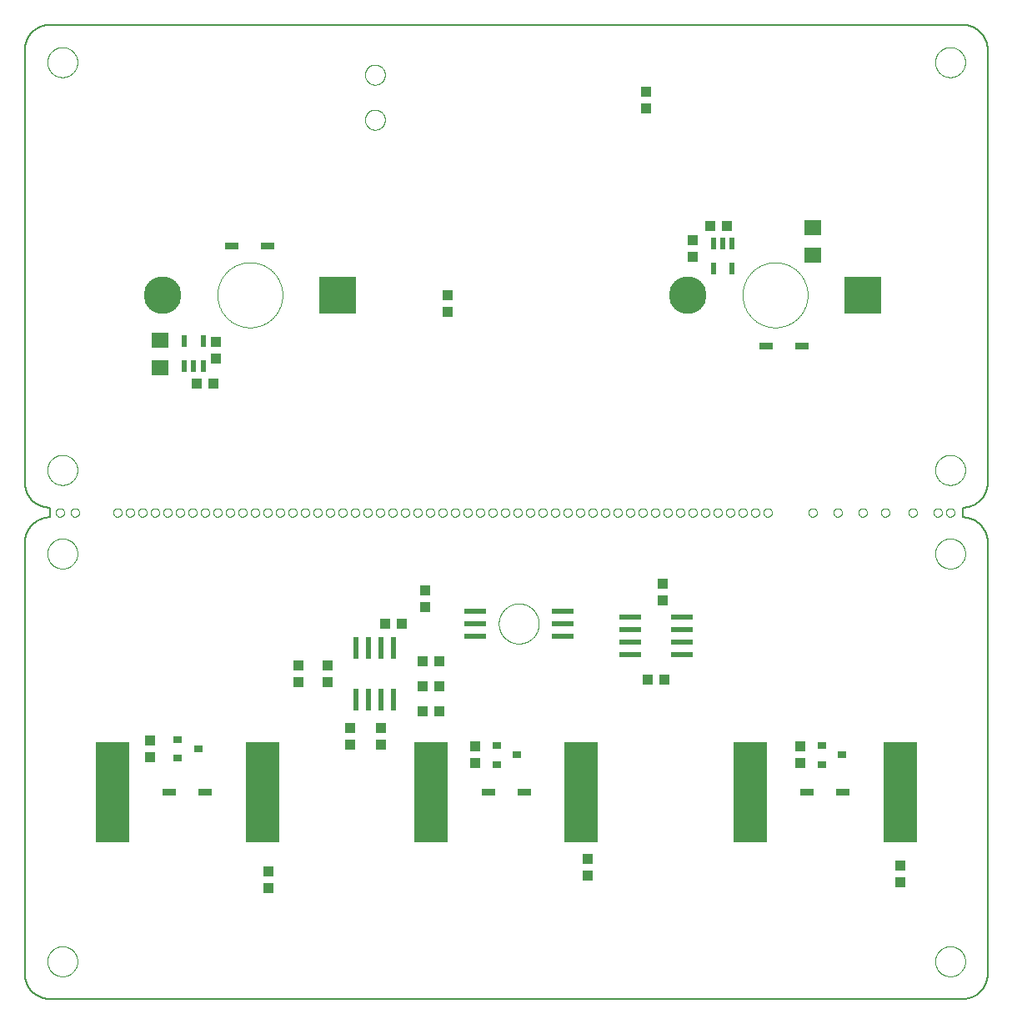
<source format=gbp>
G75*
%MOIN*%
%OFA0B0*%
%FSLAX25Y25*%
%IPPOS*%
%LPD*%
%AMOC8*
5,1,8,0,0,1.08239X$1,22.5*
%
%ADD10C,0.00000*%
%ADD11C,0.00600*%
%ADD12R,0.03937X0.04331*%
%ADD13C,0.15000*%
%ADD14R,0.15000X0.15000*%
%ADD15R,0.05600X0.02800*%
%ADD16R,0.03543X0.03150*%
%ADD17R,0.13780X0.40000*%
%ADD18R,0.08700X0.02400*%
%ADD19R,0.02362X0.08661*%
%ADD20R,0.09000X0.02400*%
%ADD21R,0.04331X0.03937*%
%ADD22R,0.02165X0.04724*%
%ADD23R,0.07087X0.06299*%
D10*
X0012000Y0016548D02*
X0012002Y0016702D01*
X0012008Y0016857D01*
X0012018Y0017011D01*
X0012032Y0017165D01*
X0012050Y0017318D01*
X0012071Y0017471D01*
X0012097Y0017624D01*
X0012127Y0017775D01*
X0012160Y0017926D01*
X0012198Y0018076D01*
X0012239Y0018225D01*
X0012284Y0018373D01*
X0012333Y0018519D01*
X0012386Y0018665D01*
X0012442Y0018808D01*
X0012502Y0018951D01*
X0012566Y0019091D01*
X0012633Y0019231D01*
X0012704Y0019368D01*
X0012778Y0019503D01*
X0012856Y0019637D01*
X0012937Y0019768D01*
X0013022Y0019897D01*
X0013110Y0020025D01*
X0013201Y0020149D01*
X0013295Y0020272D01*
X0013393Y0020392D01*
X0013493Y0020509D01*
X0013597Y0020624D01*
X0013703Y0020736D01*
X0013812Y0020845D01*
X0013924Y0020951D01*
X0014039Y0021055D01*
X0014156Y0021155D01*
X0014276Y0021253D01*
X0014399Y0021347D01*
X0014523Y0021438D01*
X0014651Y0021526D01*
X0014780Y0021611D01*
X0014911Y0021692D01*
X0015045Y0021770D01*
X0015180Y0021844D01*
X0015317Y0021915D01*
X0015457Y0021982D01*
X0015597Y0022046D01*
X0015740Y0022106D01*
X0015883Y0022162D01*
X0016029Y0022215D01*
X0016175Y0022264D01*
X0016323Y0022309D01*
X0016472Y0022350D01*
X0016622Y0022388D01*
X0016773Y0022421D01*
X0016924Y0022451D01*
X0017077Y0022477D01*
X0017230Y0022498D01*
X0017383Y0022516D01*
X0017537Y0022530D01*
X0017691Y0022540D01*
X0017846Y0022546D01*
X0018000Y0022548D01*
X0018154Y0022546D01*
X0018309Y0022540D01*
X0018463Y0022530D01*
X0018617Y0022516D01*
X0018770Y0022498D01*
X0018923Y0022477D01*
X0019076Y0022451D01*
X0019227Y0022421D01*
X0019378Y0022388D01*
X0019528Y0022350D01*
X0019677Y0022309D01*
X0019825Y0022264D01*
X0019971Y0022215D01*
X0020117Y0022162D01*
X0020260Y0022106D01*
X0020403Y0022046D01*
X0020543Y0021982D01*
X0020683Y0021915D01*
X0020820Y0021844D01*
X0020955Y0021770D01*
X0021089Y0021692D01*
X0021220Y0021611D01*
X0021349Y0021526D01*
X0021477Y0021438D01*
X0021601Y0021347D01*
X0021724Y0021253D01*
X0021844Y0021155D01*
X0021961Y0021055D01*
X0022076Y0020951D01*
X0022188Y0020845D01*
X0022297Y0020736D01*
X0022403Y0020624D01*
X0022507Y0020509D01*
X0022607Y0020392D01*
X0022705Y0020272D01*
X0022799Y0020149D01*
X0022890Y0020025D01*
X0022978Y0019897D01*
X0023063Y0019768D01*
X0023144Y0019637D01*
X0023222Y0019503D01*
X0023296Y0019368D01*
X0023367Y0019231D01*
X0023434Y0019091D01*
X0023498Y0018951D01*
X0023558Y0018808D01*
X0023614Y0018665D01*
X0023667Y0018519D01*
X0023716Y0018373D01*
X0023761Y0018225D01*
X0023802Y0018076D01*
X0023840Y0017926D01*
X0023873Y0017775D01*
X0023903Y0017624D01*
X0023929Y0017471D01*
X0023950Y0017318D01*
X0023968Y0017165D01*
X0023982Y0017011D01*
X0023992Y0016857D01*
X0023998Y0016702D01*
X0024000Y0016548D01*
X0023998Y0016394D01*
X0023992Y0016239D01*
X0023982Y0016085D01*
X0023968Y0015931D01*
X0023950Y0015778D01*
X0023929Y0015625D01*
X0023903Y0015472D01*
X0023873Y0015321D01*
X0023840Y0015170D01*
X0023802Y0015020D01*
X0023761Y0014871D01*
X0023716Y0014723D01*
X0023667Y0014577D01*
X0023614Y0014431D01*
X0023558Y0014288D01*
X0023498Y0014145D01*
X0023434Y0014005D01*
X0023367Y0013865D01*
X0023296Y0013728D01*
X0023222Y0013593D01*
X0023144Y0013459D01*
X0023063Y0013328D01*
X0022978Y0013199D01*
X0022890Y0013071D01*
X0022799Y0012947D01*
X0022705Y0012824D01*
X0022607Y0012704D01*
X0022507Y0012587D01*
X0022403Y0012472D01*
X0022297Y0012360D01*
X0022188Y0012251D01*
X0022076Y0012145D01*
X0021961Y0012041D01*
X0021844Y0011941D01*
X0021724Y0011843D01*
X0021601Y0011749D01*
X0021477Y0011658D01*
X0021349Y0011570D01*
X0021220Y0011485D01*
X0021089Y0011404D01*
X0020955Y0011326D01*
X0020820Y0011252D01*
X0020683Y0011181D01*
X0020543Y0011114D01*
X0020403Y0011050D01*
X0020260Y0010990D01*
X0020117Y0010934D01*
X0019971Y0010881D01*
X0019825Y0010832D01*
X0019677Y0010787D01*
X0019528Y0010746D01*
X0019378Y0010708D01*
X0019227Y0010675D01*
X0019076Y0010645D01*
X0018923Y0010619D01*
X0018770Y0010598D01*
X0018617Y0010580D01*
X0018463Y0010566D01*
X0018309Y0010556D01*
X0018154Y0010550D01*
X0018000Y0010548D01*
X0017846Y0010550D01*
X0017691Y0010556D01*
X0017537Y0010566D01*
X0017383Y0010580D01*
X0017230Y0010598D01*
X0017077Y0010619D01*
X0016924Y0010645D01*
X0016773Y0010675D01*
X0016622Y0010708D01*
X0016472Y0010746D01*
X0016323Y0010787D01*
X0016175Y0010832D01*
X0016029Y0010881D01*
X0015883Y0010934D01*
X0015740Y0010990D01*
X0015597Y0011050D01*
X0015457Y0011114D01*
X0015317Y0011181D01*
X0015180Y0011252D01*
X0015045Y0011326D01*
X0014911Y0011404D01*
X0014780Y0011485D01*
X0014651Y0011570D01*
X0014523Y0011658D01*
X0014399Y0011749D01*
X0014276Y0011843D01*
X0014156Y0011941D01*
X0014039Y0012041D01*
X0013924Y0012145D01*
X0013812Y0012251D01*
X0013703Y0012360D01*
X0013597Y0012472D01*
X0013493Y0012587D01*
X0013393Y0012704D01*
X0013295Y0012824D01*
X0013201Y0012947D01*
X0013110Y0013071D01*
X0013022Y0013199D01*
X0012937Y0013328D01*
X0012856Y0013459D01*
X0012778Y0013593D01*
X0012704Y0013728D01*
X0012633Y0013865D01*
X0012566Y0014005D01*
X0012502Y0014145D01*
X0012442Y0014288D01*
X0012386Y0014431D01*
X0012333Y0014577D01*
X0012284Y0014723D01*
X0012239Y0014871D01*
X0012198Y0015020D01*
X0012160Y0015170D01*
X0012127Y0015321D01*
X0012097Y0015472D01*
X0012071Y0015625D01*
X0012050Y0015778D01*
X0012032Y0015931D01*
X0012018Y0016085D01*
X0012008Y0016239D01*
X0012002Y0016394D01*
X0012000Y0016548D01*
X0034000Y0072048D02*
X0034002Y0072174D01*
X0034008Y0072300D01*
X0034018Y0072426D01*
X0034032Y0072552D01*
X0034050Y0072677D01*
X0034072Y0072801D01*
X0034097Y0072925D01*
X0034127Y0073048D01*
X0034160Y0073169D01*
X0034198Y0073290D01*
X0034239Y0073409D01*
X0034284Y0073528D01*
X0034332Y0073644D01*
X0034384Y0073759D01*
X0034440Y0073872D01*
X0034500Y0073984D01*
X0034563Y0074093D01*
X0034629Y0074201D01*
X0034698Y0074306D01*
X0034771Y0074409D01*
X0034848Y0074510D01*
X0034927Y0074608D01*
X0035009Y0074704D01*
X0035095Y0074797D01*
X0035183Y0074888D01*
X0035274Y0074975D01*
X0035368Y0075060D01*
X0035464Y0075141D01*
X0035563Y0075220D01*
X0035664Y0075295D01*
X0035768Y0075367D01*
X0035874Y0075436D01*
X0035982Y0075502D01*
X0036092Y0075564D01*
X0036204Y0075622D01*
X0036317Y0075677D01*
X0036433Y0075728D01*
X0036550Y0075776D01*
X0036668Y0075820D01*
X0036788Y0075860D01*
X0036909Y0075896D01*
X0037031Y0075929D01*
X0037154Y0075958D01*
X0037278Y0075982D01*
X0037402Y0076003D01*
X0037527Y0076020D01*
X0037653Y0076033D01*
X0037779Y0076042D01*
X0037905Y0076047D01*
X0038032Y0076048D01*
X0038158Y0076045D01*
X0038284Y0076038D01*
X0038410Y0076027D01*
X0038535Y0076012D01*
X0038660Y0075993D01*
X0038784Y0075970D01*
X0038908Y0075944D01*
X0039030Y0075913D01*
X0039152Y0075879D01*
X0039272Y0075840D01*
X0039391Y0075798D01*
X0039509Y0075753D01*
X0039625Y0075703D01*
X0039740Y0075650D01*
X0039852Y0075593D01*
X0039963Y0075533D01*
X0040072Y0075469D01*
X0040179Y0075402D01*
X0040284Y0075332D01*
X0040387Y0075258D01*
X0040487Y0075181D01*
X0040585Y0075101D01*
X0040680Y0075018D01*
X0040772Y0074932D01*
X0040862Y0074843D01*
X0040949Y0074751D01*
X0041032Y0074657D01*
X0041113Y0074560D01*
X0041191Y0074460D01*
X0041266Y0074358D01*
X0041337Y0074254D01*
X0041405Y0074147D01*
X0041469Y0074039D01*
X0041530Y0073928D01*
X0041588Y0073816D01*
X0041642Y0073702D01*
X0041692Y0073586D01*
X0041739Y0073469D01*
X0041782Y0073350D01*
X0041821Y0073230D01*
X0041857Y0073109D01*
X0041888Y0072986D01*
X0041916Y0072863D01*
X0041940Y0072739D01*
X0041960Y0072614D01*
X0041976Y0072489D01*
X0041988Y0072363D01*
X0041996Y0072237D01*
X0042000Y0072111D01*
X0042000Y0071985D01*
X0041996Y0071859D01*
X0041988Y0071733D01*
X0041976Y0071607D01*
X0041960Y0071482D01*
X0041940Y0071357D01*
X0041916Y0071233D01*
X0041888Y0071110D01*
X0041857Y0070987D01*
X0041821Y0070866D01*
X0041782Y0070746D01*
X0041739Y0070627D01*
X0041692Y0070510D01*
X0041642Y0070394D01*
X0041588Y0070280D01*
X0041530Y0070168D01*
X0041469Y0070057D01*
X0041405Y0069949D01*
X0041337Y0069842D01*
X0041266Y0069738D01*
X0041191Y0069636D01*
X0041113Y0069536D01*
X0041032Y0069439D01*
X0040949Y0069345D01*
X0040862Y0069253D01*
X0040772Y0069164D01*
X0040680Y0069078D01*
X0040585Y0068995D01*
X0040487Y0068915D01*
X0040387Y0068838D01*
X0040284Y0068764D01*
X0040179Y0068694D01*
X0040072Y0068627D01*
X0039963Y0068563D01*
X0039852Y0068503D01*
X0039740Y0068446D01*
X0039625Y0068393D01*
X0039509Y0068343D01*
X0039391Y0068298D01*
X0039272Y0068256D01*
X0039152Y0068217D01*
X0039030Y0068183D01*
X0038908Y0068152D01*
X0038784Y0068126D01*
X0038660Y0068103D01*
X0038535Y0068084D01*
X0038410Y0068069D01*
X0038284Y0068058D01*
X0038158Y0068051D01*
X0038032Y0068048D01*
X0037905Y0068049D01*
X0037779Y0068054D01*
X0037653Y0068063D01*
X0037527Y0068076D01*
X0037402Y0068093D01*
X0037278Y0068114D01*
X0037154Y0068138D01*
X0037031Y0068167D01*
X0036909Y0068200D01*
X0036788Y0068236D01*
X0036668Y0068276D01*
X0036550Y0068320D01*
X0036433Y0068368D01*
X0036317Y0068419D01*
X0036204Y0068474D01*
X0036092Y0068532D01*
X0035982Y0068594D01*
X0035874Y0068660D01*
X0035768Y0068729D01*
X0035664Y0068801D01*
X0035563Y0068876D01*
X0035464Y0068955D01*
X0035368Y0069036D01*
X0035274Y0069121D01*
X0035183Y0069208D01*
X0035095Y0069299D01*
X0035009Y0069392D01*
X0034927Y0069488D01*
X0034848Y0069586D01*
X0034771Y0069687D01*
X0034698Y0069790D01*
X0034629Y0069895D01*
X0034563Y0070003D01*
X0034500Y0070112D01*
X0034440Y0070224D01*
X0034384Y0070337D01*
X0034332Y0070452D01*
X0034284Y0070568D01*
X0034239Y0070687D01*
X0034198Y0070806D01*
X0034160Y0070927D01*
X0034127Y0071048D01*
X0034097Y0071171D01*
X0034072Y0071295D01*
X0034050Y0071419D01*
X0034032Y0071544D01*
X0034018Y0071670D01*
X0034008Y0071796D01*
X0034002Y0071922D01*
X0034000Y0072048D01*
X0034000Y0076048D02*
X0034002Y0076174D01*
X0034008Y0076300D01*
X0034018Y0076426D01*
X0034032Y0076552D01*
X0034050Y0076677D01*
X0034072Y0076801D01*
X0034097Y0076925D01*
X0034127Y0077048D01*
X0034160Y0077169D01*
X0034198Y0077290D01*
X0034239Y0077409D01*
X0034284Y0077528D01*
X0034332Y0077644D01*
X0034384Y0077759D01*
X0034440Y0077872D01*
X0034500Y0077984D01*
X0034563Y0078093D01*
X0034629Y0078201D01*
X0034698Y0078306D01*
X0034771Y0078409D01*
X0034848Y0078510D01*
X0034927Y0078608D01*
X0035009Y0078704D01*
X0035095Y0078797D01*
X0035183Y0078888D01*
X0035274Y0078975D01*
X0035368Y0079060D01*
X0035464Y0079141D01*
X0035563Y0079220D01*
X0035664Y0079295D01*
X0035768Y0079367D01*
X0035874Y0079436D01*
X0035982Y0079502D01*
X0036092Y0079564D01*
X0036204Y0079622D01*
X0036317Y0079677D01*
X0036433Y0079728D01*
X0036550Y0079776D01*
X0036668Y0079820D01*
X0036788Y0079860D01*
X0036909Y0079896D01*
X0037031Y0079929D01*
X0037154Y0079958D01*
X0037278Y0079982D01*
X0037402Y0080003D01*
X0037527Y0080020D01*
X0037653Y0080033D01*
X0037779Y0080042D01*
X0037905Y0080047D01*
X0038032Y0080048D01*
X0038158Y0080045D01*
X0038284Y0080038D01*
X0038410Y0080027D01*
X0038535Y0080012D01*
X0038660Y0079993D01*
X0038784Y0079970D01*
X0038908Y0079944D01*
X0039030Y0079913D01*
X0039152Y0079879D01*
X0039272Y0079840D01*
X0039391Y0079798D01*
X0039509Y0079753D01*
X0039625Y0079703D01*
X0039740Y0079650D01*
X0039852Y0079593D01*
X0039963Y0079533D01*
X0040072Y0079469D01*
X0040179Y0079402D01*
X0040284Y0079332D01*
X0040387Y0079258D01*
X0040487Y0079181D01*
X0040585Y0079101D01*
X0040680Y0079018D01*
X0040772Y0078932D01*
X0040862Y0078843D01*
X0040949Y0078751D01*
X0041032Y0078657D01*
X0041113Y0078560D01*
X0041191Y0078460D01*
X0041266Y0078358D01*
X0041337Y0078254D01*
X0041405Y0078147D01*
X0041469Y0078039D01*
X0041530Y0077928D01*
X0041588Y0077816D01*
X0041642Y0077702D01*
X0041692Y0077586D01*
X0041739Y0077469D01*
X0041782Y0077350D01*
X0041821Y0077230D01*
X0041857Y0077109D01*
X0041888Y0076986D01*
X0041916Y0076863D01*
X0041940Y0076739D01*
X0041960Y0076614D01*
X0041976Y0076489D01*
X0041988Y0076363D01*
X0041996Y0076237D01*
X0042000Y0076111D01*
X0042000Y0075985D01*
X0041996Y0075859D01*
X0041988Y0075733D01*
X0041976Y0075607D01*
X0041960Y0075482D01*
X0041940Y0075357D01*
X0041916Y0075233D01*
X0041888Y0075110D01*
X0041857Y0074987D01*
X0041821Y0074866D01*
X0041782Y0074746D01*
X0041739Y0074627D01*
X0041692Y0074510D01*
X0041642Y0074394D01*
X0041588Y0074280D01*
X0041530Y0074168D01*
X0041469Y0074057D01*
X0041405Y0073949D01*
X0041337Y0073842D01*
X0041266Y0073738D01*
X0041191Y0073636D01*
X0041113Y0073536D01*
X0041032Y0073439D01*
X0040949Y0073345D01*
X0040862Y0073253D01*
X0040772Y0073164D01*
X0040680Y0073078D01*
X0040585Y0072995D01*
X0040487Y0072915D01*
X0040387Y0072838D01*
X0040284Y0072764D01*
X0040179Y0072694D01*
X0040072Y0072627D01*
X0039963Y0072563D01*
X0039852Y0072503D01*
X0039740Y0072446D01*
X0039625Y0072393D01*
X0039509Y0072343D01*
X0039391Y0072298D01*
X0039272Y0072256D01*
X0039152Y0072217D01*
X0039030Y0072183D01*
X0038908Y0072152D01*
X0038784Y0072126D01*
X0038660Y0072103D01*
X0038535Y0072084D01*
X0038410Y0072069D01*
X0038284Y0072058D01*
X0038158Y0072051D01*
X0038032Y0072048D01*
X0037905Y0072049D01*
X0037779Y0072054D01*
X0037653Y0072063D01*
X0037527Y0072076D01*
X0037402Y0072093D01*
X0037278Y0072114D01*
X0037154Y0072138D01*
X0037031Y0072167D01*
X0036909Y0072200D01*
X0036788Y0072236D01*
X0036668Y0072276D01*
X0036550Y0072320D01*
X0036433Y0072368D01*
X0036317Y0072419D01*
X0036204Y0072474D01*
X0036092Y0072532D01*
X0035982Y0072594D01*
X0035874Y0072660D01*
X0035768Y0072729D01*
X0035664Y0072801D01*
X0035563Y0072876D01*
X0035464Y0072955D01*
X0035368Y0073036D01*
X0035274Y0073121D01*
X0035183Y0073208D01*
X0035095Y0073299D01*
X0035009Y0073392D01*
X0034927Y0073488D01*
X0034848Y0073586D01*
X0034771Y0073687D01*
X0034698Y0073790D01*
X0034629Y0073895D01*
X0034563Y0074003D01*
X0034500Y0074112D01*
X0034440Y0074224D01*
X0034384Y0074337D01*
X0034332Y0074452D01*
X0034284Y0074568D01*
X0034239Y0074687D01*
X0034198Y0074806D01*
X0034160Y0074927D01*
X0034127Y0075048D01*
X0034097Y0075171D01*
X0034072Y0075295D01*
X0034050Y0075419D01*
X0034032Y0075544D01*
X0034018Y0075670D01*
X0034008Y0075796D01*
X0034002Y0075922D01*
X0034000Y0076048D01*
X0034000Y0080048D02*
X0034002Y0080174D01*
X0034008Y0080300D01*
X0034018Y0080426D01*
X0034032Y0080552D01*
X0034050Y0080677D01*
X0034072Y0080801D01*
X0034097Y0080925D01*
X0034127Y0081048D01*
X0034160Y0081169D01*
X0034198Y0081290D01*
X0034239Y0081409D01*
X0034284Y0081528D01*
X0034332Y0081644D01*
X0034384Y0081759D01*
X0034440Y0081872D01*
X0034500Y0081984D01*
X0034563Y0082093D01*
X0034629Y0082201D01*
X0034698Y0082306D01*
X0034771Y0082409D01*
X0034848Y0082510D01*
X0034927Y0082608D01*
X0035009Y0082704D01*
X0035095Y0082797D01*
X0035183Y0082888D01*
X0035274Y0082975D01*
X0035368Y0083060D01*
X0035464Y0083141D01*
X0035563Y0083220D01*
X0035664Y0083295D01*
X0035768Y0083367D01*
X0035874Y0083436D01*
X0035982Y0083502D01*
X0036092Y0083564D01*
X0036204Y0083622D01*
X0036317Y0083677D01*
X0036433Y0083728D01*
X0036550Y0083776D01*
X0036668Y0083820D01*
X0036788Y0083860D01*
X0036909Y0083896D01*
X0037031Y0083929D01*
X0037154Y0083958D01*
X0037278Y0083982D01*
X0037402Y0084003D01*
X0037527Y0084020D01*
X0037653Y0084033D01*
X0037779Y0084042D01*
X0037905Y0084047D01*
X0038032Y0084048D01*
X0038158Y0084045D01*
X0038284Y0084038D01*
X0038410Y0084027D01*
X0038535Y0084012D01*
X0038660Y0083993D01*
X0038784Y0083970D01*
X0038908Y0083944D01*
X0039030Y0083913D01*
X0039152Y0083879D01*
X0039272Y0083840D01*
X0039391Y0083798D01*
X0039509Y0083753D01*
X0039625Y0083703D01*
X0039740Y0083650D01*
X0039852Y0083593D01*
X0039963Y0083533D01*
X0040072Y0083469D01*
X0040179Y0083402D01*
X0040284Y0083332D01*
X0040387Y0083258D01*
X0040487Y0083181D01*
X0040585Y0083101D01*
X0040680Y0083018D01*
X0040772Y0082932D01*
X0040862Y0082843D01*
X0040949Y0082751D01*
X0041032Y0082657D01*
X0041113Y0082560D01*
X0041191Y0082460D01*
X0041266Y0082358D01*
X0041337Y0082254D01*
X0041405Y0082147D01*
X0041469Y0082039D01*
X0041530Y0081928D01*
X0041588Y0081816D01*
X0041642Y0081702D01*
X0041692Y0081586D01*
X0041739Y0081469D01*
X0041782Y0081350D01*
X0041821Y0081230D01*
X0041857Y0081109D01*
X0041888Y0080986D01*
X0041916Y0080863D01*
X0041940Y0080739D01*
X0041960Y0080614D01*
X0041976Y0080489D01*
X0041988Y0080363D01*
X0041996Y0080237D01*
X0042000Y0080111D01*
X0042000Y0079985D01*
X0041996Y0079859D01*
X0041988Y0079733D01*
X0041976Y0079607D01*
X0041960Y0079482D01*
X0041940Y0079357D01*
X0041916Y0079233D01*
X0041888Y0079110D01*
X0041857Y0078987D01*
X0041821Y0078866D01*
X0041782Y0078746D01*
X0041739Y0078627D01*
X0041692Y0078510D01*
X0041642Y0078394D01*
X0041588Y0078280D01*
X0041530Y0078168D01*
X0041469Y0078057D01*
X0041405Y0077949D01*
X0041337Y0077842D01*
X0041266Y0077738D01*
X0041191Y0077636D01*
X0041113Y0077536D01*
X0041032Y0077439D01*
X0040949Y0077345D01*
X0040862Y0077253D01*
X0040772Y0077164D01*
X0040680Y0077078D01*
X0040585Y0076995D01*
X0040487Y0076915D01*
X0040387Y0076838D01*
X0040284Y0076764D01*
X0040179Y0076694D01*
X0040072Y0076627D01*
X0039963Y0076563D01*
X0039852Y0076503D01*
X0039740Y0076446D01*
X0039625Y0076393D01*
X0039509Y0076343D01*
X0039391Y0076298D01*
X0039272Y0076256D01*
X0039152Y0076217D01*
X0039030Y0076183D01*
X0038908Y0076152D01*
X0038784Y0076126D01*
X0038660Y0076103D01*
X0038535Y0076084D01*
X0038410Y0076069D01*
X0038284Y0076058D01*
X0038158Y0076051D01*
X0038032Y0076048D01*
X0037905Y0076049D01*
X0037779Y0076054D01*
X0037653Y0076063D01*
X0037527Y0076076D01*
X0037402Y0076093D01*
X0037278Y0076114D01*
X0037154Y0076138D01*
X0037031Y0076167D01*
X0036909Y0076200D01*
X0036788Y0076236D01*
X0036668Y0076276D01*
X0036550Y0076320D01*
X0036433Y0076368D01*
X0036317Y0076419D01*
X0036204Y0076474D01*
X0036092Y0076532D01*
X0035982Y0076594D01*
X0035874Y0076660D01*
X0035768Y0076729D01*
X0035664Y0076801D01*
X0035563Y0076876D01*
X0035464Y0076955D01*
X0035368Y0077036D01*
X0035274Y0077121D01*
X0035183Y0077208D01*
X0035095Y0077299D01*
X0035009Y0077392D01*
X0034927Y0077488D01*
X0034848Y0077586D01*
X0034771Y0077687D01*
X0034698Y0077790D01*
X0034629Y0077895D01*
X0034563Y0078003D01*
X0034500Y0078112D01*
X0034440Y0078224D01*
X0034384Y0078337D01*
X0034332Y0078452D01*
X0034284Y0078568D01*
X0034239Y0078687D01*
X0034198Y0078806D01*
X0034160Y0078927D01*
X0034127Y0079048D01*
X0034097Y0079171D01*
X0034072Y0079295D01*
X0034050Y0079419D01*
X0034032Y0079544D01*
X0034018Y0079670D01*
X0034008Y0079796D01*
X0034002Y0079922D01*
X0034000Y0080048D01*
X0034000Y0084048D02*
X0034002Y0084174D01*
X0034008Y0084300D01*
X0034018Y0084426D01*
X0034032Y0084552D01*
X0034050Y0084677D01*
X0034072Y0084801D01*
X0034097Y0084925D01*
X0034127Y0085048D01*
X0034160Y0085169D01*
X0034198Y0085290D01*
X0034239Y0085409D01*
X0034284Y0085528D01*
X0034332Y0085644D01*
X0034384Y0085759D01*
X0034440Y0085872D01*
X0034500Y0085984D01*
X0034563Y0086093D01*
X0034629Y0086201D01*
X0034698Y0086306D01*
X0034771Y0086409D01*
X0034848Y0086510D01*
X0034927Y0086608D01*
X0035009Y0086704D01*
X0035095Y0086797D01*
X0035183Y0086888D01*
X0035274Y0086975D01*
X0035368Y0087060D01*
X0035464Y0087141D01*
X0035563Y0087220D01*
X0035664Y0087295D01*
X0035768Y0087367D01*
X0035874Y0087436D01*
X0035982Y0087502D01*
X0036092Y0087564D01*
X0036204Y0087622D01*
X0036317Y0087677D01*
X0036433Y0087728D01*
X0036550Y0087776D01*
X0036668Y0087820D01*
X0036788Y0087860D01*
X0036909Y0087896D01*
X0037031Y0087929D01*
X0037154Y0087958D01*
X0037278Y0087982D01*
X0037402Y0088003D01*
X0037527Y0088020D01*
X0037653Y0088033D01*
X0037779Y0088042D01*
X0037905Y0088047D01*
X0038032Y0088048D01*
X0038158Y0088045D01*
X0038284Y0088038D01*
X0038410Y0088027D01*
X0038535Y0088012D01*
X0038660Y0087993D01*
X0038784Y0087970D01*
X0038908Y0087944D01*
X0039030Y0087913D01*
X0039152Y0087879D01*
X0039272Y0087840D01*
X0039391Y0087798D01*
X0039509Y0087753D01*
X0039625Y0087703D01*
X0039740Y0087650D01*
X0039852Y0087593D01*
X0039963Y0087533D01*
X0040072Y0087469D01*
X0040179Y0087402D01*
X0040284Y0087332D01*
X0040387Y0087258D01*
X0040487Y0087181D01*
X0040585Y0087101D01*
X0040680Y0087018D01*
X0040772Y0086932D01*
X0040862Y0086843D01*
X0040949Y0086751D01*
X0041032Y0086657D01*
X0041113Y0086560D01*
X0041191Y0086460D01*
X0041266Y0086358D01*
X0041337Y0086254D01*
X0041405Y0086147D01*
X0041469Y0086039D01*
X0041530Y0085928D01*
X0041588Y0085816D01*
X0041642Y0085702D01*
X0041692Y0085586D01*
X0041739Y0085469D01*
X0041782Y0085350D01*
X0041821Y0085230D01*
X0041857Y0085109D01*
X0041888Y0084986D01*
X0041916Y0084863D01*
X0041940Y0084739D01*
X0041960Y0084614D01*
X0041976Y0084489D01*
X0041988Y0084363D01*
X0041996Y0084237D01*
X0042000Y0084111D01*
X0042000Y0083985D01*
X0041996Y0083859D01*
X0041988Y0083733D01*
X0041976Y0083607D01*
X0041960Y0083482D01*
X0041940Y0083357D01*
X0041916Y0083233D01*
X0041888Y0083110D01*
X0041857Y0082987D01*
X0041821Y0082866D01*
X0041782Y0082746D01*
X0041739Y0082627D01*
X0041692Y0082510D01*
X0041642Y0082394D01*
X0041588Y0082280D01*
X0041530Y0082168D01*
X0041469Y0082057D01*
X0041405Y0081949D01*
X0041337Y0081842D01*
X0041266Y0081738D01*
X0041191Y0081636D01*
X0041113Y0081536D01*
X0041032Y0081439D01*
X0040949Y0081345D01*
X0040862Y0081253D01*
X0040772Y0081164D01*
X0040680Y0081078D01*
X0040585Y0080995D01*
X0040487Y0080915D01*
X0040387Y0080838D01*
X0040284Y0080764D01*
X0040179Y0080694D01*
X0040072Y0080627D01*
X0039963Y0080563D01*
X0039852Y0080503D01*
X0039740Y0080446D01*
X0039625Y0080393D01*
X0039509Y0080343D01*
X0039391Y0080298D01*
X0039272Y0080256D01*
X0039152Y0080217D01*
X0039030Y0080183D01*
X0038908Y0080152D01*
X0038784Y0080126D01*
X0038660Y0080103D01*
X0038535Y0080084D01*
X0038410Y0080069D01*
X0038284Y0080058D01*
X0038158Y0080051D01*
X0038032Y0080048D01*
X0037905Y0080049D01*
X0037779Y0080054D01*
X0037653Y0080063D01*
X0037527Y0080076D01*
X0037402Y0080093D01*
X0037278Y0080114D01*
X0037154Y0080138D01*
X0037031Y0080167D01*
X0036909Y0080200D01*
X0036788Y0080236D01*
X0036668Y0080276D01*
X0036550Y0080320D01*
X0036433Y0080368D01*
X0036317Y0080419D01*
X0036204Y0080474D01*
X0036092Y0080532D01*
X0035982Y0080594D01*
X0035874Y0080660D01*
X0035768Y0080729D01*
X0035664Y0080801D01*
X0035563Y0080876D01*
X0035464Y0080955D01*
X0035368Y0081036D01*
X0035274Y0081121D01*
X0035183Y0081208D01*
X0035095Y0081299D01*
X0035009Y0081392D01*
X0034927Y0081488D01*
X0034848Y0081586D01*
X0034771Y0081687D01*
X0034698Y0081790D01*
X0034629Y0081895D01*
X0034563Y0082003D01*
X0034500Y0082112D01*
X0034440Y0082224D01*
X0034384Y0082337D01*
X0034332Y0082452D01*
X0034284Y0082568D01*
X0034239Y0082687D01*
X0034198Y0082806D01*
X0034160Y0082927D01*
X0034127Y0083048D01*
X0034097Y0083171D01*
X0034072Y0083295D01*
X0034050Y0083419D01*
X0034032Y0083544D01*
X0034018Y0083670D01*
X0034008Y0083796D01*
X0034002Y0083922D01*
X0034000Y0084048D01*
X0034000Y0088048D02*
X0034002Y0088174D01*
X0034008Y0088300D01*
X0034018Y0088426D01*
X0034032Y0088552D01*
X0034050Y0088677D01*
X0034072Y0088801D01*
X0034097Y0088925D01*
X0034127Y0089048D01*
X0034160Y0089169D01*
X0034198Y0089290D01*
X0034239Y0089409D01*
X0034284Y0089528D01*
X0034332Y0089644D01*
X0034384Y0089759D01*
X0034440Y0089872D01*
X0034500Y0089984D01*
X0034563Y0090093D01*
X0034629Y0090201D01*
X0034698Y0090306D01*
X0034771Y0090409D01*
X0034848Y0090510D01*
X0034927Y0090608D01*
X0035009Y0090704D01*
X0035095Y0090797D01*
X0035183Y0090888D01*
X0035274Y0090975D01*
X0035368Y0091060D01*
X0035464Y0091141D01*
X0035563Y0091220D01*
X0035664Y0091295D01*
X0035768Y0091367D01*
X0035874Y0091436D01*
X0035982Y0091502D01*
X0036092Y0091564D01*
X0036204Y0091622D01*
X0036317Y0091677D01*
X0036433Y0091728D01*
X0036550Y0091776D01*
X0036668Y0091820D01*
X0036788Y0091860D01*
X0036909Y0091896D01*
X0037031Y0091929D01*
X0037154Y0091958D01*
X0037278Y0091982D01*
X0037402Y0092003D01*
X0037527Y0092020D01*
X0037653Y0092033D01*
X0037779Y0092042D01*
X0037905Y0092047D01*
X0038032Y0092048D01*
X0038158Y0092045D01*
X0038284Y0092038D01*
X0038410Y0092027D01*
X0038535Y0092012D01*
X0038660Y0091993D01*
X0038784Y0091970D01*
X0038908Y0091944D01*
X0039030Y0091913D01*
X0039152Y0091879D01*
X0039272Y0091840D01*
X0039391Y0091798D01*
X0039509Y0091753D01*
X0039625Y0091703D01*
X0039740Y0091650D01*
X0039852Y0091593D01*
X0039963Y0091533D01*
X0040072Y0091469D01*
X0040179Y0091402D01*
X0040284Y0091332D01*
X0040387Y0091258D01*
X0040487Y0091181D01*
X0040585Y0091101D01*
X0040680Y0091018D01*
X0040772Y0090932D01*
X0040862Y0090843D01*
X0040949Y0090751D01*
X0041032Y0090657D01*
X0041113Y0090560D01*
X0041191Y0090460D01*
X0041266Y0090358D01*
X0041337Y0090254D01*
X0041405Y0090147D01*
X0041469Y0090039D01*
X0041530Y0089928D01*
X0041588Y0089816D01*
X0041642Y0089702D01*
X0041692Y0089586D01*
X0041739Y0089469D01*
X0041782Y0089350D01*
X0041821Y0089230D01*
X0041857Y0089109D01*
X0041888Y0088986D01*
X0041916Y0088863D01*
X0041940Y0088739D01*
X0041960Y0088614D01*
X0041976Y0088489D01*
X0041988Y0088363D01*
X0041996Y0088237D01*
X0042000Y0088111D01*
X0042000Y0087985D01*
X0041996Y0087859D01*
X0041988Y0087733D01*
X0041976Y0087607D01*
X0041960Y0087482D01*
X0041940Y0087357D01*
X0041916Y0087233D01*
X0041888Y0087110D01*
X0041857Y0086987D01*
X0041821Y0086866D01*
X0041782Y0086746D01*
X0041739Y0086627D01*
X0041692Y0086510D01*
X0041642Y0086394D01*
X0041588Y0086280D01*
X0041530Y0086168D01*
X0041469Y0086057D01*
X0041405Y0085949D01*
X0041337Y0085842D01*
X0041266Y0085738D01*
X0041191Y0085636D01*
X0041113Y0085536D01*
X0041032Y0085439D01*
X0040949Y0085345D01*
X0040862Y0085253D01*
X0040772Y0085164D01*
X0040680Y0085078D01*
X0040585Y0084995D01*
X0040487Y0084915D01*
X0040387Y0084838D01*
X0040284Y0084764D01*
X0040179Y0084694D01*
X0040072Y0084627D01*
X0039963Y0084563D01*
X0039852Y0084503D01*
X0039740Y0084446D01*
X0039625Y0084393D01*
X0039509Y0084343D01*
X0039391Y0084298D01*
X0039272Y0084256D01*
X0039152Y0084217D01*
X0039030Y0084183D01*
X0038908Y0084152D01*
X0038784Y0084126D01*
X0038660Y0084103D01*
X0038535Y0084084D01*
X0038410Y0084069D01*
X0038284Y0084058D01*
X0038158Y0084051D01*
X0038032Y0084048D01*
X0037905Y0084049D01*
X0037779Y0084054D01*
X0037653Y0084063D01*
X0037527Y0084076D01*
X0037402Y0084093D01*
X0037278Y0084114D01*
X0037154Y0084138D01*
X0037031Y0084167D01*
X0036909Y0084200D01*
X0036788Y0084236D01*
X0036668Y0084276D01*
X0036550Y0084320D01*
X0036433Y0084368D01*
X0036317Y0084419D01*
X0036204Y0084474D01*
X0036092Y0084532D01*
X0035982Y0084594D01*
X0035874Y0084660D01*
X0035768Y0084729D01*
X0035664Y0084801D01*
X0035563Y0084876D01*
X0035464Y0084955D01*
X0035368Y0085036D01*
X0035274Y0085121D01*
X0035183Y0085208D01*
X0035095Y0085299D01*
X0035009Y0085392D01*
X0034927Y0085488D01*
X0034848Y0085586D01*
X0034771Y0085687D01*
X0034698Y0085790D01*
X0034629Y0085895D01*
X0034563Y0086003D01*
X0034500Y0086112D01*
X0034440Y0086224D01*
X0034384Y0086337D01*
X0034332Y0086452D01*
X0034284Y0086568D01*
X0034239Y0086687D01*
X0034198Y0086806D01*
X0034160Y0086927D01*
X0034127Y0087048D01*
X0034097Y0087171D01*
X0034072Y0087295D01*
X0034050Y0087419D01*
X0034032Y0087544D01*
X0034018Y0087670D01*
X0034008Y0087796D01*
X0034002Y0087922D01*
X0034000Y0088048D01*
X0034000Y0092048D02*
X0034002Y0092174D01*
X0034008Y0092300D01*
X0034018Y0092426D01*
X0034032Y0092552D01*
X0034050Y0092677D01*
X0034072Y0092801D01*
X0034097Y0092925D01*
X0034127Y0093048D01*
X0034160Y0093169D01*
X0034198Y0093290D01*
X0034239Y0093409D01*
X0034284Y0093528D01*
X0034332Y0093644D01*
X0034384Y0093759D01*
X0034440Y0093872D01*
X0034500Y0093984D01*
X0034563Y0094093D01*
X0034629Y0094201D01*
X0034698Y0094306D01*
X0034771Y0094409D01*
X0034848Y0094510D01*
X0034927Y0094608D01*
X0035009Y0094704D01*
X0035095Y0094797D01*
X0035183Y0094888D01*
X0035274Y0094975D01*
X0035368Y0095060D01*
X0035464Y0095141D01*
X0035563Y0095220D01*
X0035664Y0095295D01*
X0035768Y0095367D01*
X0035874Y0095436D01*
X0035982Y0095502D01*
X0036092Y0095564D01*
X0036204Y0095622D01*
X0036317Y0095677D01*
X0036433Y0095728D01*
X0036550Y0095776D01*
X0036668Y0095820D01*
X0036788Y0095860D01*
X0036909Y0095896D01*
X0037031Y0095929D01*
X0037154Y0095958D01*
X0037278Y0095982D01*
X0037402Y0096003D01*
X0037527Y0096020D01*
X0037653Y0096033D01*
X0037779Y0096042D01*
X0037905Y0096047D01*
X0038032Y0096048D01*
X0038158Y0096045D01*
X0038284Y0096038D01*
X0038410Y0096027D01*
X0038535Y0096012D01*
X0038660Y0095993D01*
X0038784Y0095970D01*
X0038908Y0095944D01*
X0039030Y0095913D01*
X0039152Y0095879D01*
X0039272Y0095840D01*
X0039391Y0095798D01*
X0039509Y0095753D01*
X0039625Y0095703D01*
X0039740Y0095650D01*
X0039852Y0095593D01*
X0039963Y0095533D01*
X0040072Y0095469D01*
X0040179Y0095402D01*
X0040284Y0095332D01*
X0040387Y0095258D01*
X0040487Y0095181D01*
X0040585Y0095101D01*
X0040680Y0095018D01*
X0040772Y0094932D01*
X0040862Y0094843D01*
X0040949Y0094751D01*
X0041032Y0094657D01*
X0041113Y0094560D01*
X0041191Y0094460D01*
X0041266Y0094358D01*
X0041337Y0094254D01*
X0041405Y0094147D01*
X0041469Y0094039D01*
X0041530Y0093928D01*
X0041588Y0093816D01*
X0041642Y0093702D01*
X0041692Y0093586D01*
X0041739Y0093469D01*
X0041782Y0093350D01*
X0041821Y0093230D01*
X0041857Y0093109D01*
X0041888Y0092986D01*
X0041916Y0092863D01*
X0041940Y0092739D01*
X0041960Y0092614D01*
X0041976Y0092489D01*
X0041988Y0092363D01*
X0041996Y0092237D01*
X0042000Y0092111D01*
X0042000Y0091985D01*
X0041996Y0091859D01*
X0041988Y0091733D01*
X0041976Y0091607D01*
X0041960Y0091482D01*
X0041940Y0091357D01*
X0041916Y0091233D01*
X0041888Y0091110D01*
X0041857Y0090987D01*
X0041821Y0090866D01*
X0041782Y0090746D01*
X0041739Y0090627D01*
X0041692Y0090510D01*
X0041642Y0090394D01*
X0041588Y0090280D01*
X0041530Y0090168D01*
X0041469Y0090057D01*
X0041405Y0089949D01*
X0041337Y0089842D01*
X0041266Y0089738D01*
X0041191Y0089636D01*
X0041113Y0089536D01*
X0041032Y0089439D01*
X0040949Y0089345D01*
X0040862Y0089253D01*
X0040772Y0089164D01*
X0040680Y0089078D01*
X0040585Y0088995D01*
X0040487Y0088915D01*
X0040387Y0088838D01*
X0040284Y0088764D01*
X0040179Y0088694D01*
X0040072Y0088627D01*
X0039963Y0088563D01*
X0039852Y0088503D01*
X0039740Y0088446D01*
X0039625Y0088393D01*
X0039509Y0088343D01*
X0039391Y0088298D01*
X0039272Y0088256D01*
X0039152Y0088217D01*
X0039030Y0088183D01*
X0038908Y0088152D01*
X0038784Y0088126D01*
X0038660Y0088103D01*
X0038535Y0088084D01*
X0038410Y0088069D01*
X0038284Y0088058D01*
X0038158Y0088051D01*
X0038032Y0088048D01*
X0037905Y0088049D01*
X0037779Y0088054D01*
X0037653Y0088063D01*
X0037527Y0088076D01*
X0037402Y0088093D01*
X0037278Y0088114D01*
X0037154Y0088138D01*
X0037031Y0088167D01*
X0036909Y0088200D01*
X0036788Y0088236D01*
X0036668Y0088276D01*
X0036550Y0088320D01*
X0036433Y0088368D01*
X0036317Y0088419D01*
X0036204Y0088474D01*
X0036092Y0088532D01*
X0035982Y0088594D01*
X0035874Y0088660D01*
X0035768Y0088729D01*
X0035664Y0088801D01*
X0035563Y0088876D01*
X0035464Y0088955D01*
X0035368Y0089036D01*
X0035274Y0089121D01*
X0035183Y0089208D01*
X0035095Y0089299D01*
X0035009Y0089392D01*
X0034927Y0089488D01*
X0034848Y0089586D01*
X0034771Y0089687D01*
X0034698Y0089790D01*
X0034629Y0089895D01*
X0034563Y0090003D01*
X0034500Y0090112D01*
X0034440Y0090224D01*
X0034384Y0090337D01*
X0034332Y0090452D01*
X0034284Y0090568D01*
X0034239Y0090687D01*
X0034198Y0090806D01*
X0034160Y0090927D01*
X0034127Y0091048D01*
X0034097Y0091171D01*
X0034072Y0091295D01*
X0034050Y0091419D01*
X0034032Y0091544D01*
X0034018Y0091670D01*
X0034008Y0091796D01*
X0034002Y0091922D01*
X0034000Y0092048D01*
X0034000Y0096048D02*
X0034002Y0096174D01*
X0034008Y0096300D01*
X0034018Y0096426D01*
X0034032Y0096552D01*
X0034050Y0096677D01*
X0034072Y0096801D01*
X0034097Y0096925D01*
X0034127Y0097048D01*
X0034160Y0097169D01*
X0034198Y0097290D01*
X0034239Y0097409D01*
X0034284Y0097528D01*
X0034332Y0097644D01*
X0034384Y0097759D01*
X0034440Y0097872D01*
X0034500Y0097984D01*
X0034563Y0098093D01*
X0034629Y0098201D01*
X0034698Y0098306D01*
X0034771Y0098409D01*
X0034848Y0098510D01*
X0034927Y0098608D01*
X0035009Y0098704D01*
X0035095Y0098797D01*
X0035183Y0098888D01*
X0035274Y0098975D01*
X0035368Y0099060D01*
X0035464Y0099141D01*
X0035563Y0099220D01*
X0035664Y0099295D01*
X0035768Y0099367D01*
X0035874Y0099436D01*
X0035982Y0099502D01*
X0036092Y0099564D01*
X0036204Y0099622D01*
X0036317Y0099677D01*
X0036433Y0099728D01*
X0036550Y0099776D01*
X0036668Y0099820D01*
X0036788Y0099860D01*
X0036909Y0099896D01*
X0037031Y0099929D01*
X0037154Y0099958D01*
X0037278Y0099982D01*
X0037402Y0100003D01*
X0037527Y0100020D01*
X0037653Y0100033D01*
X0037779Y0100042D01*
X0037905Y0100047D01*
X0038032Y0100048D01*
X0038158Y0100045D01*
X0038284Y0100038D01*
X0038410Y0100027D01*
X0038535Y0100012D01*
X0038660Y0099993D01*
X0038784Y0099970D01*
X0038908Y0099944D01*
X0039030Y0099913D01*
X0039152Y0099879D01*
X0039272Y0099840D01*
X0039391Y0099798D01*
X0039509Y0099753D01*
X0039625Y0099703D01*
X0039740Y0099650D01*
X0039852Y0099593D01*
X0039963Y0099533D01*
X0040072Y0099469D01*
X0040179Y0099402D01*
X0040284Y0099332D01*
X0040387Y0099258D01*
X0040487Y0099181D01*
X0040585Y0099101D01*
X0040680Y0099018D01*
X0040772Y0098932D01*
X0040862Y0098843D01*
X0040949Y0098751D01*
X0041032Y0098657D01*
X0041113Y0098560D01*
X0041191Y0098460D01*
X0041266Y0098358D01*
X0041337Y0098254D01*
X0041405Y0098147D01*
X0041469Y0098039D01*
X0041530Y0097928D01*
X0041588Y0097816D01*
X0041642Y0097702D01*
X0041692Y0097586D01*
X0041739Y0097469D01*
X0041782Y0097350D01*
X0041821Y0097230D01*
X0041857Y0097109D01*
X0041888Y0096986D01*
X0041916Y0096863D01*
X0041940Y0096739D01*
X0041960Y0096614D01*
X0041976Y0096489D01*
X0041988Y0096363D01*
X0041996Y0096237D01*
X0042000Y0096111D01*
X0042000Y0095985D01*
X0041996Y0095859D01*
X0041988Y0095733D01*
X0041976Y0095607D01*
X0041960Y0095482D01*
X0041940Y0095357D01*
X0041916Y0095233D01*
X0041888Y0095110D01*
X0041857Y0094987D01*
X0041821Y0094866D01*
X0041782Y0094746D01*
X0041739Y0094627D01*
X0041692Y0094510D01*
X0041642Y0094394D01*
X0041588Y0094280D01*
X0041530Y0094168D01*
X0041469Y0094057D01*
X0041405Y0093949D01*
X0041337Y0093842D01*
X0041266Y0093738D01*
X0041191Y0093636D01*
X0041113Y0093536D01*
X0041032Y0093439D01*
X0040949Y0093345D01*
X0040862Y0093253D01*
X0040772Y0093164D01*
X0040680Y0093078D01*
X0040585Y0092995D01*
X0040487Y0092915D01*
X0040387Y0092838D01*
X0040284Y0092764D01*
X0040179Y0092694D01*
X0040072Y0092627D01*
X0039963Y0092563D01*
X0039852Y0092503D01*
X0039740Y0092446D01*
X0039625Y0092393D01*
X0039509Y0092343D01*
X0039391Y0092298D01*
X0039272Y0092256D01*
X0039152Y0092217D01*
X0039030Y0092183D01*
X0038908Y0092152D01*
X0038784Y0092126D01*
X0038660Y0092103D01*
X0038535Y0092084D01*
X0038410Y0092069D01*
X0038284Y0092058D01*
X0038158Y0092051D01*
X0038032Y0092048D01*
X0037905Y0092049D01*
X0037779Y0092054D01*
X0037653Y0092063D01*
X0037527Y0092076D01*
X0037402Y0092093D01*
X0037278Y0092114D01*
X0037154Y0092138D01*
X0037031Y0092167D01*
X0036909Y0092200D01*
X0036788Y0092236D01*
X0036668Y0092276D01*
X0036550Y0092320D01*
X0036433Y0092368D01*
X0036317Y0092419D01*
X0036204Y0092474D01*
X0036092Y0092532D01*
X0035982Y0092594D01*
X0035874Y0092660D01*
X0035768Y0092729D01*
X0035664Y0092801D01*
X0035563Y0092876D01*
X0035464Y0092955D01*
X0035368Y0093036D01*
X0035274Y0093121D01*
X0035183Y0093208D01*
X0035095Y0093299D01*
X0035009Y0093392D01*
X0034927Y0093488D01*
X0034848Y0093586D01*
X0034771Y0093687D01*
X0034698Y0093790D01*
X0034629Y0093895D01*
X0034563Y0094003D01*
X0034500Y0094112D01*
X0034440Y0094224D01*
X0034384Y0094337D01*
X0034332Y0094452D01*
X0034284Y0094568D01*
X0034239Y0094687D01*
X0034198Y0094806D01*
X0034160Y0094927D01*
X0034127Y0095048D01*
X0034097Y0095171D01*
X0034072Y0095295D01*
X0034050Y0095419D01*
X0034032Y0095544D01*
X0034018Y0095670D01*
X0034008Y0095796D01*
X0034002Y0095922D01*
X0034000Y0096048D01*
X0094000Y0096048D02*
X0094002Y0096174D01*
X0094008Y0096300D01*
X0094018Y0096426D01*
X0094032Y0096552D01*
X0094050Y0096677D01*
X0094072Y0096801D01*
X0094097Y0096925D01*
X0094127Y0097048D01*
X0094160Y0097169D01*
X0094198Y0097290D01*
X0094239Y0097409D01*
X0094284Y0097528D01*
X0094332Y0097644D01*
X0094384Y0097759D01*
X0094440Y0097872D01*
X0094500Y0097984D01*
X0094563Y0098093D01*
X0094629Y0098201D01*
X0094698Y0098306D01*
X0094771Y0098409D01*
X0094848Y0098510D01*
X0094927Y0098608D01*
X0095009Y0098704D01*
X0095095Y0098797D01*
X0095183Y0098888D01*
X0095274Y0098975D01*
X0095368Y0099060D01*
X0095464Y0099141D01*
X0095563Y0099220D01*
X0095664Y0099295D01*
X0095768Y0099367D01*
X0095874Y0099436D01*
X0095982Y0099502D01*
X0096092Y0099564D01*
X0096204Y0099622D01*
X0096317Y0099677D01*
X0096433Y0099728D01*
X0096550Y0099776D01*
X0096668Y0099820D01*
X0096788Y0099860D01*
X0096909Y0099896D01*
X0097031Y0099929D01*
X0097154Y0099958D01*
X0097278Y0099982D01*
X0097402Y0100003D01*
X0097527Y0100020D01*
X0097653Y0100033D01*
X0097779Y0100042D01*
X0097905Y0100047D01*
X0098032Y0100048D01*
X0098158Y0100045D01*
X0098284Y0100038D01*
X0098410Y0100027D01*
X0098535Y0100012D01*
X0098660Y0099993D01*
X0098784Y0099970D01*
X0098908Y0099944D01*
X0099030Y0099913D01*
X0099152Y0099879D01*
X0099272Y0099840D01*
X0099391Y0099798D01*
X0099509Y0099753D01*
X0099625Y0099703D01*
X0099740Y0099650D01*
X0099852Y0099593D01*
X0099963Y0099533D01*
X0100072Y0099469D01*
X0100179Y0099402D01*
X0100284Y0099332D01*
X0100387Y0099258D01*
X0100487Y0099181D01*
X0100585Y0099101D01*
X0100680Y0099018D01*
X0100772Y0098932D01*
X0100862Y0098843D01*
X0100949Y0098751D01*
X0101032Y0098657D01*
X0101113Y0098560D01*
X0101191Y0098460D01*
X0101266Y0098358D01*
X0101337Y0098254D01*
X0101405Y0098147D01*
X0101469Y0098039D01*
X0101530Y0097928D01*
X0101588Y0097816D01*
X0101642Y0097702D01*
X0101692Y0097586D01*
X0101739Y0097469D01*
X0101782Y0097350D01*
X0101821Y0097230D01*
X0101857Y0097109D01*
X0101888Y0096986D01*
X0101916Y0096863D01*
X0101940Y0096739D01*
X0101960Y0096614D01*
X0101976Y0096489D01*
X0101988Y0096363D01*
X0101996Y0096237D01*
X0102000Y0096111D01*
X0102000Y0095985D01*
X0101996Y0095859D01*
X0101988Y0095733D01*
X0101976Y0095607D01*
X0101960Y0095482D01*
X0101940Y0095357D01*
X0101916Y0095233D01*
X0101888Y0095110D01*
X0101857Y0094987D01*
X0101821Y0094866D01*
X0101782Y0094746D01*
X0101739Y0094627D01*
X0101692Y0094510D01*
X0101642Y0094394D01*
X0101588Y0094280D01*
X0101530Y0094168D01*
X0101469Y0094057D01*
X0101405Y0093949D01*
X0101337Y0093842D01*
X0101266Y0093738D01*
X0101191Y0093636D01*
X0101113Y0093536D01*
X0101032Y0093439D01*
X0100949Y0093345D01*
X0100862Y0093253D01*
X0100772Y0093164D01*
X0100680Y0093078D01*
X0100585Y0092995D01*
X0100487Y0092915D01*
X0100387Y0092838D01*
X0100284Y0092764D01*
X0100179Y0092694D01*
X0100072Y0092627D01*
X0099963Y0092563D01*
X0099852Y0092503D01*
X0099740Y0092446D01*
X0099625Y0092393D01*
X0099509Y0092343D01*
X0099391Y0092298D01*
X0099272Y0092256D01*
X0099152Y0092217D01*
X0099030Y0092183D01*
X0098908Y0092152D01*
X0098784Y0092126D01*
X0098660Y0092103D01*
X0098535Y0092084D01*
X0098410Y0092069D01*
X0098284Y0092058D01*
X0098158Y0092051D01*
X0098032Y0092048D01*
X0097905Y0092049D01*
X0097779Y0092054D01*
X0097653Y0092063D01*
X0097527Y0092076D01*
X0097402Y0092093D01*
X0097278Y0092114D01*
X0097154Y0092138D01*
X0097031Y0092167D01*
X0096909Y0092200D01*
X0096788Y0092236D01*
X0096668Y0092276D01*
X0096550Y0092320D01*
X0096433Y0092368D01*
X0096317Y0092419D01*
X0096204Y0092474D01*
X0096092Y0092532D01*
X0095982Y0092594D01*
X0095874Y0092660D01*
X0095768Y0092729D01*
X0095664Y0092801D01*
X0095563Y0092876D01*
X0095464Y0092955D01*
X0095368Y0093036D01*
X0095274Y0093121D01*
X0095183Y0093208D01*
X0095095Y0093299D01*
X0095009Y0093392D01*
X0094927Y0093488D01*
X0094848Y0093586D01*
X0094771Y0093687D01*
X0094698Y0093790D01*
X0094629Y0093895D01*
X0094563Y0094003D01*
X0094500Y0094112D01*
X0094440Y0094224D01*
X0094384Y0094337D01*
X0094332Y0094452D01*
X0094284Y0094568D01*
X0094239Y0094687D01*
X0094198Y0094806D01*
X0094160Y0094927D01*
X0094127Y0095048D01*
X0094097Y0095171D01*
X0094072Y0095295D01*
X0094050Y0095419D01*
X0094032Y0095544D01*
X0094018Y0095670D01*
X0094008Y0095796D01*
X0094002Y0095922D01*
X0094000Y0096048D01*
X0094000Y0092048D02*
X0094002Y0092174D01*
X0094008Y0092300D01*
X0094018Y0092426D01*
X0094032Y0092552D01*
X0094050Y0092677D01*
X0094072Y0092801D01*
X0094097Y0092925D01*
X0094127Y0093048D01*
X0094160Y0093169D01*
X0094198Y0093290D01*
X0094239Y0093409D01*
X0094284Y0093528D01*
X0094332Y0093644D01*
X0094384Y0093759D01*
X0094440Y0093872D01*
X0094500Y0093984D01*
X0094563Y0094093D01*
X0094629Y0094201D01*
X0094698Y0094306D01*
X0094771Y0094409D01*
X0094848Y0094510D01*
X0094927Y0094608D01*
X0095009Y0094704D01*
X0095095Y0094797D01*
X0095183Y0094888D01*
X0095274Y0094975D01*
X0095368Y0095060D01*
X0095464Y0095141D01*
X0095563Y0095220D01*
X0095664Y0095295D01*
X0095768Y0095367D01*
X0095874Y0095436D01*
X0095982Y0095502D01*
X0096092Y0095564D01*
X0096204Y0095622D01*
X0096317Y0095677D01*
X0096433Y0095728D01*
X0096550Y0095776D01*
X0096668Y0095820D01*
X0096788Y0095860D01*
X0096909Y0095896D01*
X0097031Y0095929D01*
X0097154Y0095958D01*
X0097278Y0095982D01*
X0097402Y0096003D01*
X0097527Y0096020D01*
X0097653Y0096033D01*
X0097779Y0096042D01*
X0097905Y0096047D01*
X0098032Y0096048D01*
X0098158Y0096045D01*
X0098284Y0096038D01*
X0098410Y0096027D01*
X0098535Y0096012D01*
X0098660Y0095993D01*
X0098784Y0095970D01*
X0098908Y0095944D01*
X0099030Y0095913D01*
X0099152Y0095879D01*
X0099272Y0095840D01*
X0099391Y0095798D01*
X0099509Y0095753D01*
X0099625Y0095703D01*
X0099740Y0095650D01*
X0099852Y0095593D01*
X0099963Y0095533D01*
X0100072Y0095469D01*
X0100179Y0095402D01*
X0100284Y0095332D01*
X0100387Y0095258D01*
X0100487Y0095181D01*
X0100585Y0095101D01*
X0100680Y0095018D01*
X0100772Y0094932D01*
X0100862Y0094843D01*
X0100949Y0094751D01*
X0101032Y0094657D01*
X0101113Y0094560D01*
X0101191Y0094460D01*
X0101266Y0094358D01*
X0101337Y0094254D01*
X0101405Y0094147D01*
X0101469Y0094039D01*
X0101530Y0093928D01*
X0101588Y0093816D01*
X0101642Y0093702D01*
X0101692Y0093586D01*
X0101739Y0093469D01*
X0101782Y0093350D01*
X0101821Y0093230D01*
X0101857Y0093109D01*
X0101888Y0092986D01*
X0101916Y0092863D01*
X0101940Y0092739D01*
X0101960Y0092614D01*
X0101976Y0092489D01*
X0101988Y0092363D01*
X0101996Y0092237D01*
X0102000Y0092111D01*
X0102000Y0091985D01*
X0101996Y0091859D01*
X0101988Y0091733D01*
X0101976Y0091607D01*
X0101960Y0091482D01*
X0101940Y0091357D01*
X0101916Y0091233D01*
X0101888Y0091110D01*
X0101857Y0090987D01*
X0101821Y0090866D01*
X0101782Y0090746D01*
X0101739Y0090627D01*
X0101692Y0090510D01*
X0101642Y0090394D01*
X0101588Y0090280D01*
X0101530Y0090168D01*
X0101469Y0090057D01*
X0101405Y0089949D01*
X0101337Y0089842D01*
X0101266Y0089738D01*
X0101191Y0089636D01*
X0101113Y0089536D01*
X0101032Y0089439D01*
X0100949Y0089345D01*
X0100862Y0089253D01*
X0100772Y0089164D01*
X0100680Y0089078D01*
X0100585Y0088995D01*
X0100487Y0088915D01*
X0100387Y0088838D01*
X0100284Y0088764D01*
X0100179Y0088694D01*
X0100072Y0088627D01*
X0099963Y0088563D01*
X0099852Y0088503D01*
X0099740Y0088446D01*
X0099625Y0088393D01*
X0099509Y0088343D01*
X0099391Y0088298D01*
X0099272Y0088256D01*
X0099152Y0088217D01*
X0099030Y0088183D01*
X0098908Y0088152D01*
X0098784Y0088126D01*
X0098660Y0088103D01*
X0098535Y0088084D01*
X0098410Y0088069D01*
X0098284Y0088058D01*
X0098158Y0088051D01*
X0098032Y0088048D01*
X0097905Y0088049D01*
X0097779Y0088054D01*
X0097653Y0088063D01*
X0097527Y0088076D01*
X0097402Y0088093D01*
X0097278Y0088114D01*
X0097154Y0088138D01*
X0097031Y0088167D01*
X0096909Y0088200D01*
X0096788Y0088236D01*
X0096668Y0088276D01*
X0096550Y0088320D01*
X0096433Y0088368D01*
X0096317Y0088419D01*
X0096204Y0088474D01*
X0096092Y0088532D01*
X0095982Y0088594D01*
X0095874Y0088660D01*
X0095768Y0088729D01*
X0095664Y0088801D01*
X0095563Y0088876D01*
X0095464Y0088955D01*
X0095368Y0089036D01*
X0095274Y0089121D01*
X0095183Y0089208D01*
X0095095Y0089299D01*
X0095009Y0089392D01*
X0094927Y0089488D01*
X0094848Y0089586D01*
X0094771Y0089687D01*
X0094698Y0089790D01*
X0094629Y0089895D01*
X0094563Y0090003D01*
X0094500Y0090112D01*
X0094440Y0090224D01*
X0094384Y0090337D01*
X0094332Y0090452D01*
X0094284Y0090568D01*
X0094239Y0090687D01*
X0094198Y0090806D01*
X0094160Y0090927D01*
X0094127Y0091048D01*
X0094097Y0091171D01*
X0094072Y0091295D01*
X0094050Y0091419D01*
X0094032Y0091544D01*
X0094018Y0091670D01*
X0094008Y0091796D01*
X0094002Y0091922D01*
X0094000Y0092048D01*
X0094000Y0088048D02*
X0094002Y0088174D01*
X0094008Y0088300D01*
X0094018Y0088426D01*
X0094032Y0088552D01*
X0094050Y0088677D01*
X0094072Y0088801D01*
X0094097Y0088925D01*
X0094127Y0089048D01*
X0094160Y0089169D01*
X0094198Y0089290D01*
X0094239Y0089409D01*
X0094284Y0089528D01*
X0094332Y0089644D01*
X0094384Y0089759D01*
X0094440Y0089872D01*
X0094500Y0089984D01*
X0094563Y0090093D01*
X0094629Y0090201D01*
X0094698Y0090306D01*
X0094771Y0090409D01*
X0094848Y0090510D01*
X0094927Y0090608D01*
X0095009Y0090704D01*
X0095095Y0090797D01*
X0095183Y0090888D01*
X0095274Y0090975D01*
X0095368Y0091060D01*
X0095464Y0091141D01*
X0095563Y0091220D01*
X0095664Y0091295D01*
X0095768Y0091367D01*
X0095874Y0091436D01*
X0095982Y0091502D01*
X0096092Y0091564D01*
X0096204Y0091622D01*
X0096317Y0091677D01*
X0096433Y0091728D01*
X0096550Y0091776D01*
X0096668Y0091820D01*
X0096788Y0091860D01*
X0096909Y0091896D01*
X0097031Y0091929D01*
X0097154Y0091958D01*
X0097278Y0091982D01*
X0097402Y0092003D01*
X0097527Y0092020D01*
X0097653Y0092033D01*
X0097779Y0092042D01*
X0097905Y0092047D01*
X0098032Y0092048D01*
X0098158Y0092045D01*
X0098284Y0092038D01*
X0098410Y0092027D01*
X0098535Y0092012D01*
X0098660Y0091993D01*
X0098784Y0091970D01*
X0098908Y0091944D01*
X0099030Y0091913D01*
X0099152Y0091879D01*
X0099272Y0091840D01*
X0099391Y0091798D01*
X0099509Y0091753D01*
X0099625Y0091703D01*
X0099740Y0091650D01*
X0099852Y0091593D01*
X0099963Y0091533D01*
X0100072Y0091469D01*
X0100179Y0091402D01*
X0100284Y0091332D01*
X0100387Y0091258D01*
X0100487Y0091181D01*
X0100585Y0091101D01*
X0100680Y0091018D01*
X0100772Y0090932D01*
X0100862Y0090843D01*
X0100949Y0090751D01*
X0101032Y0090657D01*
X0101113Y0090560D01*
X0101191Y0090460D01*
X0101266Y0090358D01*
X0101337Y0090254D01*
X0101405Y0090147D01*
X0101469Y0090039D01*
X0101530Y0089928D01*
X0101588Y0089816D01*
X0101642Y0089702D01*
X0101692Y0089586D01*
X0101739Y0089469D01*
X0101782Y0089350D01*
X0101821Y0089230D01*
X0101857Y0089109D01*
X0101888Y0088986D01*
X0101916Y0088863D01*
X0101940Y0088739D01*
X0101960Y0088614D01*
X0101976Y0088489D01*
X0101988Y0088363D01*
X0101996Y0088237D01*
X0102000Y0088111D01*
X0102000Y0087985D01*
X0101996Y0087859D01*
X0101988Y0087733D01*
X0101976Y0087607D01*
X0101960Y0087482D01*
X0101940Y0087357D01*
X0101916Y0087233D01*
X0101888Y0087110D01*
X0101857Y0086987D01*
X0101821Y0086866D01*
X0101782Y0086746D01*
X0101739Y0086627D01*
X0101692Y0086510D01*
X0101642Y0086394D01*
X0101588Y0086280D01*
X0101530Y0086168D01*
X0101469Y0086057D01*
X0101405Y0085949D01*
X0101337Y0085842D01*
X0101266Y0085738D01*
X0101191Y0085636D01*
X0101113Y0085536D01*
X0101032Y0085439D01*
X0100949Y0085345D01*
X0100862Y0085253D01*
X0100772Y0085164D01*
X0100680Y0085078D01*
X0100585Y0084995D01*
X0100487Y0084915D01*
X0100387Y0084838D01*
X0100284Y0084764D01*
X0100179Y0084694D01*
X0100072Y0084627D01*
X0099963Y0084563D01*
X0099852Y0084503D01*
X0099740Y0084446D01*
X0099625Y0084393D01*
X0099509Y0084343D01*
X0099391Y0084298D01*
X0099272Y0084256D01*
X0099152Y0084217D01*
X0099030Y0084183D01*
X0098908Y0084152D01*
X0098784Y0084126D01*
X0098660Y0084103D01*
X0098535Y0084084D01*
X0098410Y0084069D01*
X0098284Y0084058D01*
X0098158Y0084051D01*
X0098032Y0084048D01*
X0097905Y0084049D01*
X0097779Y0084054D01*
X0097653Y0084063D01*
X0097527Y0084076D01*
X0097402Y0084093D01*
X0097278Y0084114D01*
X0097154Y0084138D01*
X0097031Y0084167D01*
X0096909Y0084200D01*
X0096788Y0084236D01*
X0096668Y0084276D01*
X0096550Y0084320D01*
X0096433Y0084368D01*
X0096317Y0084419D01*
X0096204Y0084474D01*
X0096092Y0084532D01*
X0095982Y0084594D01*
X0095874Y0084660D01*
X0095768Y0084729D01*
X0095664Y0084801D01*
X0095563Y0084876D01*
X0095464Y0084955D01*
X0095368Y0085036D01*
X0095274Y0085121D01*
X0095183Y0085208D01*
X0095095Y0085299D01*
X0095009Y0085392D01*
X0094927Y0085488D01*
X0094848Y0085586D01*
X0094771Y0085687D01*
X0094698Y0085790D01*
X0094629Y0085895D01*
X0094563Y0086003D01*
X0094500Y0086112D01*
X0094440Y0086224D01*
X0094384Y0086337D01*
X0094332Y0086452D01*
X0094284Y0086568D01*
X0094239Y0086687D01*
X0094198Y0086806D01*
X0094160Y0086927D01*
X0094127Y0087048D01*
X0094097Y0087171D01*
X0094072Y0087295D01*
X0094050Y0087419D01*
X0094032Y0087544D01*
X0094018Y0087670D01*
X0094008Y0087796D01*
X0094002Y0087922D01*
X0094000Y0088048D01*
X0094000Y0084048D02*
X0094002Y0084174D01*
X0094008Y0084300D01*
X0094018Y0084426D01*
X0094032Y0084552D01*
X0094050Y0084677D01*
X0094072Y0084801D01*
X0094097Y0084925D01*
X0094127Y0085048D01*
X0094160Y0085169D01*
X0094198Y0085290D01*
X0094239Y0085409D01*
X0094284Y0085528D01*
X0094332Y0085644D01*
X0094384Y0085759D01*
X0094440Y0085872D01*
X0094500Y0085984D01*
X0094563Y0086093D01*
X0094629Y0086201D01*
X0094698Y0086306D01*
X0094771Y0086409D01*
X0094848Y0086510D01*
X0094927Y0086608D01*
X0095009Y0086704D01*
X0095095Y0086797D01*
X0095183Y0086888D01*
X0095274Y0086975D01*
X0095368Y0087060D01*
X0095464Y0087141D01*
X0095563Y0087220D01*
X0095664Y0087295D01*
X0095768Y0087367D01*
X0095874Y0087436D01*
X0095982Y0087502D01*
X0096092Y0087564D01*
X0096204Y0087622D01*
X0096317Y0087677D01*
X0096433Y0087728D01*
X0096550Y0087776D01*
X0096668Y0087820D01*
X0096788Y0087860D01*
X0096909Y0087896D01*
X0097031Y0087929D01*
X0097154Y0087958D01*
X0097278Y0087982D01*
X0097402Y0088003D01*
X0097527Y0088020D01*
X0097653Y0088033D01*
X0097779Y0088042D01*
X0097905Y0088047D01*
X0098032Y0088048D01*
X0098158Y0088045D01*
X0098284Y0088038D01*
X0098410Y0088027D01*
X0098535Y0088012D01*
X0098660Y0087993D01*
X0098784Y0087970D01*
X0098908Y0087944D01*
X0099030Y0087913D01*
X0099152Y0087879D01*
X0099272Y0087840D01*
X0099391Y0087798D01*
X0099509Y0087753D01*
X0099625Y0087703D01*
X0099740Y0087650D01*
X0099852Y0087593D01*
X0099963Y0087533D01*
X0100072Y0087469D01*
X0100179Y0087402D01*
X0100284Y0087332D01*
X0100387Y0087258D01*
X0100487Y0087181D01*
X0100585Y0087101D01*
X0100680Y0087018D01*
X0100772Y0086932D01*
X0100862Y0086843D01*
X0100949Y0086751D01*
X0101032Y0086657D01*
X0101113Y0086560D01*
X0101191Y0086460D01*
X0101266Y0086358D01*
X0101337Y0086254D01*
X0101405Y0086147D01*
X0101469Y0086039D01*
X0101530Y0085928D01*
X0101588Y0085816D01*
X0101642Y0085702D01*
X0101692Y0085586D01*
X0101739Y0085469D01*
X0101782Y0085350D01*
X0101821Y0085230D01*
X0101857Y0085109D01*
X0101888Y0084986D01*
X0101916Y0084863D01*
X0101940Y0084739D01*
X0101960Y0084614D01*
X0101976Y0084489D01*
X0101988Y0084363D01*
X0101996Y0084237D01*
X0102000Y0084111D01*
X0102000Y0083985D01*
X0101996Y0083859D01*
X0101988Y0083733D01*
X0101976Y0083607D01*
X0101960Y0083482D01*
X0101940Y0083357D01*
X0101916Y0083233D01*
X0101888Y0083110D01*
X0101857Y0082987D01*
X0101821Y0082866D01*
X0101782Y0082746D01*
X0101739Y0082627D01*
X0101692Y0082510D01*
X0101642Y0082394D01*
X0101588Y0082280D01*
X0101530Y0082168D01*
X0101469Y0082057D01*
X0101405Y0081949D01*
X0101337Y0081842D01*
X0101266Y0081738D01*
X0101191Y0081636D01*
X0101113Y0081536D01*
X0101032Y0081439D01*
X0100949Y0081345D01*
X0100862Y0081253D01*
X0100772Y0081164D01*
X0100680Y0081078D01*
X0100585Y0080995D01*
X0100487Y0080915D01*
X0100387Y0080838D01*
X0100284Y0080764D01*
X0100179Y0080694D01*
X0100072Y0080627D01*
X0099963Y0080563D01*
X0099852Y0080503D01*
X0099740Y0080446D01*
X0099625Y0080393D01*
X0099509Y0080343D01*
X0099391Y0080298D01*
X0099272Y0080256D01*
X0099152Y0080217D01*
X0099030Y0080183D01*
X0098908Y0080152D01*
X0098784Y0080126D01*
X0098660Y0080103D01*
X0098535Y0080084D01*
X0098410Y0080069D01*
X0098284Y0080058D01*
X0098158Y0080051D01*
X0098032Y0080048D01*
X0097905Y0080049D01*
X0097779Y0080054D01*
X0097653Y0080063D01*
X0097527Y0080076D01*
X0097402Y0080093D01*
X0097278Y0080114D01*
X0097154Y0080138D01*
X0097031Y0080167D01*
X0096909Y0080200D01*
X0096788Y0080236D01*
X0096668Y0080276D01*
X0096550Y0080320D01*
X0096433Y0080368D01*
X0096317Y0080419D01*
X0096204Y0080474D01*
X0096092Y0080532D01*
X0095982Y0080594D01*
X0095874Y0080660D01*
X0095768Y0080729D01*
X0095664Y0080801D01*
X0095563Y0080876D01*
X0095464Y0080955D01*
X0095368Y0081036D01*
X0095274Y0081121D01*
X0095183Y0081208D01*
X0095095Y0081299D01*
X0095009Y0081392D01*
X0094927Y0081488D01*
X0094848Y0081586D01*
X0094771Y0081687D01*
X0094698Y0081790D01*
X0094629Y0081895D01*
X0094563Y0082003D01*
X0094500Y0082112D01*
X0094440Y0082224D01*
X0094384Y0082337D01*
X0094332Y0082452D01*
X0094284Y0082568D01*
X0094239Y0082687D01*
X0094198Y0082806D01*
X0094160Y0082927D01*
X0094127Y0083048D01*
X0094097Y0083171D01*
X0094072Y0083295D01*
X0094050Y0083419D01*
X0094032Y0083544D01*
X0094018Y0083670D01*
X0094008Y0083796D01*
X0094002Y0083922D01*
X0094000Y0084048D01*
X0094000Y0080048D02*
X0094002Y0080174D01*
X0094008Y0080300D01*
X0094018Y0080426D01*
X0094032Y0080552D01*
X0094050Y0080677D01*
X0094072Y0080801D01*
X0094097Y0080925D01*
X0094127Y0081048D01*
X0094160Y0081169D01*
X0094198Y0081290D01*
X0094239Y0081409D01*
X0094284Y0081528D01*
X0094332Y0081644D01*
X0094384Y0081759D01*
X0094440Y0081872D01*
X0094500Y0081984D01*
X0094563Y0082093D01*
X0094629Y0082201D01*
X0094698Y0082306D01*
X0094771Y0082409D01*
X0094848Y0082510D01*
X0094927Y0082608D01*
X0095009Y0082704D01*
X0095095Y0082797D01*
X0095183Y0082888D01*
X0095274Y0082975D01*
X0095368Y0083060D01*
X0095464Y0083141D01*
X0095563Y0083220D01*
X0095664Y0083295D01*
X0095768Y0083367D01*
X0095874Y0083436D01*
X0095982Y0083502D01*
X0096092Y0083564D01*
X0096204Y0083622D01*
X0096317Y0083677D01*
X0096433Y0083728D01*
X0096550Y0083776D01*
X0096668Y0083820D01*
X0096788Y0083860D01*
X0096909Y0083896D01*
X0097031Y0083929D01*
X0097154Y0083958D01*
X0097278Y0083982D01*
X0097402Y0084003D01*
X0097527Y0084020D01*
X0097653Y0084033D01*
X0097779Y0084042D01*
X0097905Y0084047D01*
X0098032Y0084048D01*
X0098158Y0084045D01*
X0098284Y0084038D01*
X0098410Y0084027D01*
X0098535Y0084012D01*
X0098660Y0083993D01*
X0098784Y0083970D01*
X0098908Y0083944D01*
X0099030Y0083913D01*
X0099152Y0083879D01*
X0099272Y0083840D01*
X0099391Y0083798D01*
X0099509Y0083753D01*
X0099625Y0083703D01*
X0099740Y0083650D01*
X0099852Y0083593D01*
X0099963Y0083533D01*
X0100072Y0083469D01*
X0100179Y0083402D01*
X0100284Y0083332D01*
X0100387Y0083258D01*
X0100487Y0083181D01*
X0100585Y0083101D01*
X0100680Y0083018D01*
X0100772Y0082932D01*
X0100862Y0082843D01*
X0100949Y0082751D01*
X0101032Y0082657D01*
X0101113Y0082560D01*
X0101191Y0082460D01*
X0101266Y0082358D01*
X0101337Y0082254D01*
X0101405Y0082147D01*
X0101469Y0082039D01*
X0101530Y0081928D01*
X0101588Y0081816D01*
X0101642Y0081702D01*
X0101692Y0081586D01*
X0101739Y0081469D01*
X0101782Y0081350D01*
X0101821Y0081230D01*
X0101857Y0081109D01*
X0101888Y0080986D01*
X0101916Y0080863D01*
X0101940Y0080739D01*
X0101960Y0080614D01*
X0101976Y0080489D01*
X0101988Y0080363D01*
X0101996Y0080237D01*
X0102000Y0080111D01*
X0102000Y0079985D01*
X0101996Y0079859D01*
X0101988Y0079733D01*
X0101976Y0079607D01*
X0101960Y0079482D01*
X0101940Y0079357D01*
X0101916Y0079233D01*
X0101888Y0079110D01*
X0101857Y0078987D01*
X0101821Y0078866D01*
X0101782Y0078746D01*
X0101739Y0078627D01*
X0101692Y0078510D01*
X0101642Y0078394D01*
X0101588Y0078280D01*
X0101530Y0078168D01*
X0101469Y0078057D01*
X0101405Y0077949D01*
X0101337Y0077842D01*
X0101266Y0077738D01*
X0101191Y0077636D01*
X0101113Y0077536D01*
X0101032Y0077439D01*
X0100949Y0077345D01*
X0100862Y0077253D01*
X0100772Y0077164D01*
X0100680Y0077078D01*
X0100585Y0076995D01*
X0100487Y0076915D01*
X0100387Y0076838D01*
X0100284Y0076764D01*
X0100179Y0076694D01*
X0100072Y0076627D01*
X0099963Y0076563D01*
X0099852Y0076503D01*
X0099740Y0076446D01*
X0099625Y0076393D01*
X0099509Y0076343D01*
X0099391Y0076298D01*
X0099272Y0076256D01*
X0099152Y0076217D01*
X0099030Y0076183D01*
X0098908Y0076152D01*
X0098784Y0076126D01*
X0098660Y0076103D01*
X0098535Y0076084D01*
X0098410Y0076069D01*
X0098284Y0076058D01*
X0098158Y0076051D01*
X0098032Y0076048D01*
X0097905Y0076049D01*
X0097779Y0076054D01*
X0097653Y0076063D01*
X0097527Y0076076D01*
X0097402Y0076093D01*
X0097278Y0076114D01*
X0097154Y0076138D01*
X0097031Y0076167D01*
X0096909Y0076200D01*
X0096788Y0076236D01*
X0096668Y0076276D01*
X0096550Y0076320D01*
X0096433Y0076368D01*
X0096317Y0076419D01*
X0096204Y0076474D01*
X0096092Y0076532D01*
X0095982Y0076594D01*
X0095874Y0076660D01*
X0095768Y0076729D01*
X0095664Y0076801D01*
X0095563Y0076876D01*
X0095464Y0076955D01*
X0095368Y0077036D01*
X0095274Y0077121D01*
X0095183Y0077208D01*
X0095095Y0077299D01*
X0095009Y0077392D01*
X0094927Y0077488D01*
X0094848Y0077586D01*
X0094771Y0077687D01*
X0094698Y0077790D01*
X0094629Y0077895D01*
X0094563Y0078003D01*
X0094500Y0078112D01*
X0094440Y0078224D01*
X0094384Y0078337D01*
X0094332Y0078452D01*
X0094284Y0078568D01*
X0094239Y0078687D01*
X0094198Y0078806D01*
X0094160Y0078927D01*
X0094127Y0079048D01*
X0094097Y0079171D01*
X0094072Y0079295D01*
X0094050Y0079419D01*
X0094032Y0079544D01*
X0094018Y0079670D01*
X0094008Y0079796D01*
X0094002Y0079922D01*
X0094000Y0080048D01*
X0094000Y0076048D02*
X0094002Y0076174D01*
X0094008Y0076300D01*
X0094018Y0076426D01*
X0094032Y0076552D01*
X0094050Y0076677D01*
X0094072Y0076801D01*
X0094097Y0076925D01*
X0094127Y0077048D01*
X0094160Y0077169D01*
X0094198Y0077290D01*
X0094239Y0077409D01*
X0094284Y0077528D01*
X0094332Y0077644D01*
X0094384Y0077759D01*
X0094440Y0077872D01*
X0094500Y0077984D01*
X0094563Y0078093D01*
X0094629Y0078201D01*
X0094698Y0078306D01*
X0094771Y0078409D01*
X0094848Y0078510D01*
X0094927Y0078608D01*
X0095009Y0078704D01*
X0095095Y0078797D01*
X0095183Y0078888D01*
X0095274Y0078975D01*
X0095368Y0079060D01*
X0095464Y0079141D01*
X0095563Y0079220D01*
X0095664Y0079295D01*
X0095768Y0079367D01*
X0095874Y0079436D01*
X0095982Y0079502D01*
X0096092Y0079564D01*
X0096204Y0079622D01*
X0096317Y0079677D01*
X0096433Y0079728D01*
X0096550Y0079776D01*
X0096668Y0079820D01*
X0096788Y0079860D01*
X0096909Y0079896D01*
X0097031Y0079929D01*
X0097154Y0079958D01*
X0097278Y0079982D01*
X0097402Y0080003D01*
X0097527Y0080020D01*
X0097653Y0080033D01*
X0097779Y0080042D01*
X0097905Y0080047D01*
X0098032Y0080048D01*
X0098158Y0080045D01*
X0098284Y0080038D01*
X0098410Y0080027D01*
X0098535Y0080012D01*
X0098660Y0079993D01*
X0098784Y0079970D01*
X0098908Y0079944D01*
X0099030Y0079913D01*
X0099152Y0079879D01*
X0099272Y0079840D01*
X0099391Y0079798D01*
X0099509Y0079753D01*
X0099625Y0079703D01*
X0099740Y0079650D01*
X0099852Y0079593D01*
X0099963Y0079533D01*
X0100072Y0079469D01*
X0100179Y0079402D01*
X0100284Y0079332D01*
X0100387Y0079258D01*
X0100487Y0079181D01*
X0100585Y0079101D01*
X0100680Y0079018D01*
X0100772Y0078932D01*
X0100862Y0078843D01*
X0100949Y0078751D01*
X0101032Y0078657D01*
X0101113Y0078560D01*
X0101191Y0078460D01*
X0101266Y0078358D01*
X0101337Y0078254D01*
X0101405Y0078147D01*
X0101469Y0078039D01*
X0101530Y0077928D01*
X0101588Y0077816D01*
X0101642Y0077702D01*
X0101692Y0077586D01*
X0101739Y0077469D01*
X0101782Y0077350D01*
X0101821Y0077230D01*
X0101857Y0077109D01*
X0101888Y0076986D01*
X0101916Y0076863D01*
X0101940Y0076739D01*
X0101960Y0076614D01*
X0101976Y0076489D01*
X0101988Y0076363D01*
X0101996Y0076237D01*
X0102000Y0076111D01*
X0102000Y0075985D01*
X0101996Y0075859D01*
X0101988Y0075733D01*
X0101976Y0075607D01*
X0101960Y0075482D01*
X0101940Y0075357D01*
X0101916Y0075233D01*
X0101888Y0075110D01*
X0101857Y0074987D01*
X0101821Y0074866D01*
X0101782Y0074746D01*
X0101739Y0074627D01*
X0101692Y0074510D01*
X0101642Y0074394D01*
X0101588Y0074280D01*
X0101530Y0074168D01*
X0101469Y0074057D01*
X0101405Y0073949D01*
X0101337Y0073842D01*
X0101266Y0073738D01*
X0101191Y0073636D01*
X0101113Y0073536D01*
X0101032Y0073439D01*
X0100949Y0073345D01*
X0100862Y0073253D01*
X0100772Y0073164D01*
X0100680Y0073078D01*
X0100585Y0072995D01*
X0100487Y0072915D01*
X0100387Y0072838D01*
X0100284Y0072764D01*
X0100179Y0072694D01*
X0100072Y0072627D01*
X0099963Y0072563D01*
X0099852Y0072503D01*
X0099740Y0072446D01*
X0099625Y0072393D01*
X0099509Y0072343D01*
X0099391Y0072298D01*
X0099272Y0072256D01*
X0099152Y0072217D01*
X0099030Y0072183D01*
X0098908Y0072152D01*
X0098784Y0072126D01*
X0098660Y0072103D01*
X0098535Y0072084D01*
X0098410Y0072069D01*
X0098284Y0072058D01*
X0098158Y0072051D01*
X0098032Y0072048D01*
X0097905Y0072049D01*
X0097779Y0072054D01*
X0097653Y0072063D01*
X0097527Y0072076D01*
X0097402Y0072093D01*
X0097278Y0072114D01*
X0097154Y0072138D01*
X0097031Y0072167D01*
X0096909Y0072200D01*
X0096788Y0072236D01*
X0096668Y0072276D01*
X0096550Y0072320D01*
X0096433Y0072368D01*
X0096317Y0072419D01*
X0096204Y0072474D01*
X0096092Y0072532D01*
X0095982Y0072594D01*
X0095874Y0072660D01*
X0095768Y0072729D01*
X0095664Y0072801D01*
X0095563Y0072876D01*
X0095464Y0072955D01*
X0095368Y0073036D01*
X0095274Y0073121D01*
X0095183Y0073208D01*
X0095095Y0073299D01*
X0095009Y0073392D01*
X0094927Y0073488D01*
X0094848Y0073586D01*
X0094771Y0073687D01*
X0094698Y0073790D01*
X0094629Y0073895D01*
X0094563Y0074003D01*
X0094500Y0074112D01*
X0094440Y0074224D01*
X0094384Y0074337D01*
X0094332Y0074452D01*
X0094284Y0074568D01*
X0094239Y0074687D01*
X0094198Y0074806D01*
X0094160Y0074927D01*
X0094127Y0075048D01*
X0094097Y0075171D01*
X0094072Y0075295D01*
X0094050Y0075419D01*
X0094032Y0075544D01*
X0094018Y0075670D01*
X0094008Y0075796D01*
X0094002Y0075922D01*
X0094000Y0076048D01*
X0094000Y0072048D02*
X0094002Y0072174D01*
X0094008Y0072300D01*
X0094018Y0072426D01*
X0094032Y0072552D01*
X0094050Y0072677D01*
X0094072Y0072801D01*
X0094097Y0072925D01*
X0094127Y0073048D01*
X0094160Y0073169D01*
X0094198Y0073290D01*
X0094239Y0073409D01*
X0094284Y0073528D01*
X0094332Y0073644D01*
X0094384Y0073759D01*
X0094440Y0073872D01*
X0094500Y0073984D01*
X0094563Y0074093D01*
X0094629Y0074201D01*
X0094698Y0074306D01*
X0094771Y0074409D01*
X0094848Y0074510D01*
X0094927Y0074608D01*
X0095009Y0074704D01*
X0095095Y0074797D01*
X0095183Y0074888D01*
X0095274Y0074975D01*
X0095368Y0075060D01*
X0095464Y0075141D01*
X0095563Y0075220D01*
X0095664Y0075295D01*
X0095768Y0075367D01*
X0095874Y0075436D01*
X0095982Y0075502D01*
X0096092Y0075564D01*
X0096204Y0075622D01*
X0096317Y0075677D01*
X0096433Y0075728D01*
X0096550Y0075776D01*
X0096668Y0075820D01*
X0096788Y0075860D01*
X0096909Y0075896D01*
X0097031Y0075929D01*
X0097154Y0075958D01*
X0097278Y0075982D01*
X0097402Y0076003D01*
X0097527Y0076020D01*
X0097653Y0076033D01*
X0097779Y0076042D01*
X0097905Y0076047D01*
X0098032Y0076048D01*
X0098158Y0076045D01*
X0098284Y0076038D01*
X0098410Y0076027D01*
X0098535Y0076012D01*
X0098660Y0075993D01*
X0098784Y0075970D01*
X0098908Y0075944D01*
X0099030Y0075913D01*
X0099152Y0075879D01*
X0099272Y0075840D01*
X0099391Y0075798D01*
X0099509Y0075753D01*
X0099625Y0075703D01*
X0099740Y0075650D01*
X0099852Y0075593D01*
X0099963Y0075533D01*
X0100072Y0075469D01*
X0100179Y0075402D01*
X0100284Y0075332D01*
X0100387Y0075258D01*
X0100487Y0075181D01*
X0100585Y0075101D01*
X0100680Y0075018D01*
X0100772Y0074932D01*
X0100862Y0074843D01*
X0100949Y0074751D01*
X0101032Y0074657D01*
X0101113Y0074560D01*
X0101191Y0074460D01*
X0101266Y0074358D01*
X0101337Y0074254D01*
X0101405Y0074147D01*
X0101469Y0074039D01*
X0101530Y0073928D01*
X0101588Y0073816D01*
X0101642Y0073702D01*
X0101692Y0073586D01*
X0101739Y0073469D01*
X0101782Y0073350D01*
X0101821Y0073230D01*
X0101857Y0073109D01*
X0101888Y0072986D01*
X0101916Y0072863D01*
X0101940Y0072739D01*
X0101960Y0072614D01*
X0101976Y0072489D01*
X0101988Y0072363D01*
X0101996Y0072237D01*
X0102000Y0072111D01*
X0102000Y0071985D01*
X0101996Y0071859D01*
X0101988Y0071733D01*
X0101976Y0071607D01*
X0101960Y0071482D01*
X0101940Y0071357D01*
X0101916Y0071233D01*
X0101888Y0071110D01*
X0101857Y0070987D01*
X0101821Y0070866D01*
X0101782Y0070746D01*
X0101739Y0070627D01*
X0101692Y0070510D01*
X0101642Y0070394D01*
X0101588Y0070280D01*
X0101530Y0070168D01*
X0101469Y0070057D01*
X0101405Y0069949D01*
X0101337Y0069842D01*
X0101266Y0069738D01*
X0101191Y0069636D01*
X0101113Y0069536D01*
X0101032Y0069439D01*
X0100949Y0069345D01*
X0100862Y0069253D01*
X0100772Y0069164D01*
X0100680Y0069078D01*
X0100585Y0068995D01*
X0100487Y0068915D01*
X0100387Y0068838D01*
X0100284Y0068764D01*
X0100179Y0068694D01*
X0100072Y0068627D01*
X0099963Y0068563D01*
X0099852Y0068503D01*
X0099740Y0068446D01*
X0099625Y0068393D01*
X0099509Y0068343D01*
X0099391Y0068298D01*
X0099272Y0068256D01*
X0099152Y0068217D01*
X0099030Y0068183D01*
X0098908Y0068152D01*
X0098784Y0068126D01*
X0098660Y0068103D01*
X0098535Y0068084D01*
X0098410Y0068069D01*
X0098284Y0068058D01*
X0098158Y0068051D01*
X0098032Y0068048D01*
X0097905Y0068049D01*
X0097779Y0068054D01*
X0097653Y0068063D01*
X0097527Y0068076D01*
X0097402Y0068093D01*
X0097278Y0068114D01*
X0097154Y0068138D01*
X0097031Y0068167D01*
X0096909Y0068200D01*
X0096788Y0068236D01*
X0096668Y0068276D01*
X0096550Y0068320D01*
X0096433Y0068368D01*
X0096317Y0068419D01*
X0096204Y0068474D01*
X0096092Y0068532D01*
X0095982Y0068594D01*
X0095874Y0068660D01*
X0095768Y0068729D01*
X0095664Y0068801D01*
X0095563Y0068876D01*
X0095464Y0068955D01*
X0095368Y0069036D01*
X0095274Y0069121D01*
X0095183Y0069208D01*
X0095095Y0069299D01*
X0095009Y0069392D01*
X0094927Y0069488D01*
X0094848Y0069586D01*
X0094771Y0069687D01*
X0094698Y0069790D01*
X0094629Y0069895D01*
X0094563Y0070003D01*
X0094500Y0070112D01*
X0094440Y0070224D01*
X0094384Y0070337D01*
X0094332Y0070452D01*
X0094284Y0070568D01*
X0094239Y0070687D01*
X0094198Y0070806D01*
X0094160Y0070927D01*
X0094127Y0071048D01*
X0094097Y0071171D01*
X0094072Y0071295D01*
X0094050Y0071419D01*
X0094032Y0071544D01*
X0094018Y0071670D01*
X0094008Y0071796D01*
X0094002Y0071922D01*
X0094000Y0072048D01*
X0161500Y0072048D02*
X0161502Y0072174D01*
X0161508Y0072300D01*
X0161518Y0072426D01*
X0161532Y0072552D01*
X0161550Y0072677D01*
X0161572Y0072801D01*
X0161597Y0072925D01*
X0161627Y0073048D01*
X0161660Y0073169D01*
X0161698Y0073290D01*
X0161739Y0073409D01*
X0161784Y0073528D01*
X0161832Y0073644D01*
X0161884Y0073759D01*
X0161940Y0073872D01*
X0162000Y0073984D01*
X0162063Y0074093D01*
X0162129Y0074201D01*
X0162198Y0074306D01*
X0162271Y0074409D01*
X0162348Y0074510D01*
X0162427Y0074608D01*
X0162509Y0074704D01*
X0162595Y0074797D01*
X0162683Y0074888D01*
X0162774Y0074975D01*
X0162868Y0075060D01*
X0162964Y0075141D01*
X0163063Y0075220D01*
X0163164Y0075295D01*
X0163268Y0075367D01*
X0163374Y0075436D01*
X0163482Y0075502D01*
X0163592Y0075564D01*
X0163704Y0075622D01*
X0163817Y0075677D01*
X0163933Y0075728D01*
X0164050Y0075776D01*
X0164168Y0075820D01*
X0164288Y0075860D01*
X0164409Y0075896D01*
X0164531Y0075929D01*
X0164654Y0075958D01*
X0164778Y0075982D01*
X0164902Y0076003D01*
X0165027Y0076020D01*
X0165153Y0076033D01*
X0165279Y0076042D01*
X0165405Y0076047D01*
X0165532Y0076048D01*
X0165658Y0076045D01*
X0165784Y0076038D01*
X0165910Y0076027D01*
X0166035Y0076012D01*
X0166160Y0075993D01*
X0166284Y0075970D01*
X0166408Y0075944D01*
X0166530Y0075913D01*
X0166652Y0075879D01*
X0166772Y0075840D01*
X0166891Y0075798D01*
X0167009Y0075753D01*
X0167125Y0075703D01*
X0167240Y0075650D01*
X0167352Y0075593D01*
X0167463Y0075533D01*
X0167572Y0075469D01*
X0167679Y0075402D01*
X0167784Y0075332D01*
X0167887Y0075258D01*
X0167987Y0075181D01*
X0168085Y0075101D01*
X0168180Y0075018D01*
X0168272Y0074932D01*
X0168362Y0074843D01*
X0168449Y0074751D01*
X0168532Y0074657D01*
X0168613Y0074560D01*
X0168691Y0074460D01*
X0168766Y0074358D01*
X0168837Y0074254D01*
X0168905Y0074147D01*
X0168969Y0074039D01*
X0169030Y0073928D01*
X0169088Y0073816D01*
X0169142Y0073702D01*
X0169192Y0073586D01*
X0169239Y0073469D01*
X0169282Y0073350D01*
X0169321Y0073230D01*
X0169357Y0073109D01*
X0169388Y0072986D01*
X0169416Y0072863D01*
X0169440Y0072739D01*
X0169460Y0072614D01*
X0169476Y0072489D01*
X0169488Y0072363D01*
X0169496Y0072237D01*
X0169500Y0072111D01*
X0169500Y0071985D01*
X0169496Y0071859D01*
X0169488Y0071733D01*
X0169476Y0071607D01*
X0169460Y0071482D01*
X0169440Y0071357D01*
X0169416Y0071233D01*
X0169388Y0071110D01*
X0169357Y0070987D01*
X0169321Y0070866D01*
X0169282Y0070746D01*
X0169239Y0070627D01*
X0169192Y0070510D01*
X0169142Y0070394D01*
X0169088Y0070280D01*
X0169030Y0070168D01*
X0168969Y0070057D01*
X0168905Y0069949D01*
X0168837Y0069842D01*
X0168766Y0069738D01*
X0168691Y0069636D01*
X0168613Y0069536D01*
X0168532Y0069439D01*
X0168449Y0069345D01*
X0168362Y0069253D01*
X0168272Y0069164D01*
X0168180Y0069078D01*
X0168085Y0068995D01*
X0167987Y0068915D01*
X0167887Y0068838D01*
X0167784Y0068764D01*
X0167679Y0068694D01*
X0167572Y0068627D01*
X0167463Y0068563D01*
X0167352Y0068503D01*
X0167240Y0068446D01*
X0167125Y0068393D01*
X0167009Y0068343D01*
X0166891Y0068298D01*
X0166772Y0068256D01*
X0166652Y0068217D01*
X0166530Y0068183D01*
X0166408Y0068152D01*
X0166284Y0068126D01*
X0166160Y0068103D01*
X0166035Y0068084D01*
X0165910Y0068069D01*
X0165784Y0068058D01*
X0165658Y0068051D01*
X0165532Y0068048D01*
X0165405Y0068049D01*
X0165279Y0068054D01*
X0165153Y0068063D01*
X0165027Y0068076D01*
X0164902Y0068093D01*
X0164778Y0068114D01*
X0164654Y0068138D01*
X0164531Y0068167D01*
X0164409Y0068200D01*
X0164288Y0068236D01*
X0164168Y0068276D01*
X0164050Y0068320D01*
X0163933Y0068368D01*
X0163817Y0068419D01*
X0163704Y0068474D01*
X0163592Y0068532D01*
X0163482Y0068594D01*
X0163374Y0068660D01*
X0163268Y0068729D01*
X0163164Y0068801D01*
X0163063Y0068876D01*
X0162964Y0068955D01*
X0162868Y0069036D01*
X0162774Y0069121D01*
X0162683Y0069208D01*
X0162595Y0069299D01*
X0162509Y0069392D01*
X0162427Y0069488D01*
X0162348Y0069586D01*
X0162271Y0069687D01*
X0162198Y0069790D01*
X0162129Y0069895D01*
X0162063Y0070003D01*
X0162000Y0070112D01*
X0161940Y0070224D01*
X0161884Y0070337D01*
X0161832Y0070452D01*
X0161784Y0070568D01*
X0161739Y0070687D01*
X0161698Y0070806D01*
X0161660Y0070927D01*
X0161627Y0071048D01*
X0161597Y0071171D01*
X0161572Y0071295D01*
X0161550Y0071419D01*
X0161532Y0071544D01*
X0161518Y0071670D01*
X0161508Y0071796D01*
X0161502Y0071922D01*
X0161500Y0072048D01*
X0161500Y0076048D02*
X0161502Y0076174D01*
X0161508Y0076300D01*
X0161518Y0076426D01*
X0161532Y0076552D01*
X0161550Y0076677D01*
X0161572Y0076801D01*
X0161597Y0076925D01*
X0161627Y0077048D01*
X0161660Y0077169D01*
X0161698Y0077290D01*
X0161739Y0077409D01*
X0161784Y0077528D01*
X0161832Y0077644D01*
X0161884Y0077759D01*
X0161940Y0077872D01*
X0162000Y0077984D01*
X0162063Y0078093D01*
X0162129Y0078201D01*
X0162198Y0078306D01*
X0162271Y0078409D01*
X0162348Y0078510D01*
X0162427Y0078608D01*
X0162509Y0078704D01*
X0162595Y0078797D01*
X0162683Y0078888D01*
X0162774Y0078975D01*
X0162868Y0079060D01*
X0162964Y0079141D01*
X0163063Y0079220D01*
X0163164Y0079295D01*
X0163268Y0079367D01*
X0163374Y0079436D01*
X0163482Y0079502D01*
X0163592Y0079564D01*
X0163704Y0079622D01*
X0163817Y0079677D01*
X0163933Y0079728D01*
X0164050Y0079776D01*
X0164168Y0079820D01*
X0164288Y0079860D01*
X0164409Y0079896D01*
X0164531Y0079929D01*
X0164654Y0079958D01*
X0164778Y0079982D01*
X0164902Y0080003D01*
X0165027Y0080020D01*
X0165153Y0080033D01*
X0165279Y0080042D01*
X0165405Y0080047D01*
X0165532Y0080048D01*
X0165658Y0080045D01*
X0165784Y0080038D01*
X0165910Y0080027D01*
X0166035Y0080012D01*
X0166160Y0079993D01*
X0166284Y0079970D01*
X0166408Y0079944D01*
X0166530Y0079913D01*
X0166652Y0079879D01*
X0166772Y0079840D01*
X0166891Y0079798D01*
X0167009Y0079753D01*
X0167125Y0079703D01*
X0167240Y0079650D01*
X0167352Y0079593D01*
X0167463Y0079533D01*
X0167572Y0079469D01*
X0167679Y0079402D01*
X0167784Y0079332D01*
X0167887Y0079258D01*
X0167987Y0079181D01*
X0168085Y0079101D01*
X0168180Y0079018D01*
X0168272Y0078932D01*
X0168362Y0078843D01*
X0168449Y0078751D01*
X0168532Y0078657D01*
X0168613Y0078560D01*
X0168691Y0078460D01*
X0168766Y0078358D01*
X0168837Y0078254D01*
X0168905Y0078147D01*
X0168969Y0078039D01*
X0169030Y0077928D01*
X0169088Y0077816D01*
X0169142Y0077702D01*
X0169192Y0077586D01*
X0169239Y0077469D01*
X0169282Y0077350D01*
X0169321Y0077230D01*
X0169357Y0077109D01*
X0169388Y0076986D01*
X0169416Y0076863D01*
X0169440Y0076739D01*
X0169460Y0076614D01*
X0169476Y0076489D01*
X0169488Y0076363D01*
X0169496Y0076237D01*
X0169500Y0076111D01*
X0169500Y0075985D01*
X0169496Y0075859D01*
X0169488Y0075733D01*
X0169476Y0075607D01*
X0169460Y0075482D01*
X0169440Y0075357D01*
X0169416Y0075233D01*
X0169388Y0075110D01*
X0169357Y0074987D01*
X0169321Y0074866D01*
X0169282Y0074746D01*
X0169239Y0074627D01*
X0169192Y0074510D01*
X0169142Y0074394D01*
X0169088Y0074280D01*
X0169030Y0074168D01*
X0168969Y0074057D01*
X0168905Y0073949D01*
X0168837Y0073842D01*
X0168766Y0073738D01*
X0168691Y0073636D01*
X0168613Y0073536D01*
X0168532Y0073439D01*
X0168449Y0073345D01*
X0168362Y0073253D01*
X0168272Y0073164D01*
X0168180Y0073078D01*
X0168085Y0072995D01*
X0167987Y0072915D01*
X0167887Y0072838D01*
X0167784Y0072764D01*
X0167679Y0072694D01*
X0167572Y0072627D01*
X0167463Y0072563D01*
X0167352Y0072503D01*
X0167240Y0072446D01*
X0167125Y0072393D01*
X0167009Y0072343D01*
X0166891Y0072298D01*
X0166772Y0072256D01*
X0166652Y0072217D01*
X0166530Y0072183D01*
X0166408Y0072152D01*
X0166284Y0072126D01*
X0166160Y0072103D01*
X0166035Y0072084D01*
X0165910Y0072069D01*
X0165784Y0072058D01*
X0165658Y0072051D01*
X0165532Y0072048D01*
X0165405Y0072049D01*
X0165279Y0072054D01*
X0165153Y0072063D01*
X0165027Y0072076D01*
X0164902Y0072093D01*
X0164778Y0072114D01*
X0164654Y0072138D01*
X0164531Y0072167D01*
X0164409Y0072200D01*
X0164288Y0072236D01*
X0164168Y0072276D01*
X0164050Y0072320D01*
X0163933Y0072368D01*
X0163817Y0072419D01*
X0163704Y0072474D01*
X0163592Y0072532D01*
X0163482Y0072594D01*
X0163374Y0072660D01*
X0163268Y0072729D01*
X0163164Y0072801D01*
X0163063Y0072876D01*
X0162964Y0072955D01*
X0162868Y0073036D01*
X0162774Y0073121D01*
X0162683Y0073208D01*
X0162595Y0073299D01*
X0162509Y0073392D01*
X0162427Y0073488D01*
X0162348Y0073586D01*
X0162271Y0073687D01*
X0162198Y0073790D01*
X0162129Y0073895D01*
X0162063Y0074003D01*
X0162000Y0074112D01*
X0161940Y0074224D01*
X0161884Y0074337D01*
X0161832Y0074452D01*
X0161784Y0074568D01*
X0161739Y0074687D01*
X0161698Y0074806D01*
X0161660Y0074927D01*
X0161627Y0075048D01*
X0161597Y0075171D01*
X0161572Y0075295D01*
X0161550Y0075419D01*
X0161532Y0075544D01*
X0161518Y0075670D01*
X0161508Y0075796D01*
X0161502Y0075922D01*
X0161500Y0076048D01*
X0161500Y0080048D02*
X0161502Y0080174D01*
X0161508Y0080300D01*
X0161518Y0080426D01*
X0161532Y0080552D01*
X0161550Y0080677D01*
X0161572Y0080801D01*
X0161597Y0080925D01*
X0161627Y0081048D01*
X0161660Y0081169D01*
X0161698Y0081290D01*
X0161739Y0081409D01*
X0161784Y0081528D01*
X0161832Y0081644D01*
X0161884Y0081759D01*
X0161940Y0081872D01*
X0162000Y0081984D01*
X0162063Y0082093D01*
X0162129Y0082201D01*
X0162198Y0082306D01*
X0162271Y0082409D01*
X0162348Y0082510D01*
X0162427Y0082608D01*
X0162509Y0082704D01*
X0162595Y0082797D01*
X0162683Y0082888D01*
X0162774Y0082975D01*
X0162868Y0083060D01*
X0162964Y0083141D01*
X0163063Y0083220D01*
X0163164Y0083295D01*
X0163268Y0083367D01*
X0163374Y0083436D01*
X0163482Y0083502D01*
X0163592Y0083564D01*
X0163704Y0083622D01*
X0163817Y0083677D01*
X0163933Y0083728D01*
X0164050Y0083776D01*
X0164168Y0083820D01*
X0164288Y0083860D01*
X0164409Y0083896D01*
X0164531Y0083929D01*
X0164654Y0083958D01*
X0164778Y0083982D01*
X0164902Y0084003D01*
X0165027Y0084020D01*
X0165153Y0084033D01*
X0165279Y0084042D01*
X0165405Y0084047D01*
X0165532Y0084048D01*
X0165658Y0084045D01*
X0165784Y0084038D01*
X0165910Y0084027D01*
X0166035Y0084012D01*
X0166160Y0083993D01*
X0166284Y0083970D01*
X0166408Y0083944D01*
X0166530Y0083913D01*
X0166652Y0083879D01*
X0166772Y0083840D01*
X0166891Y0083798D01*
X0167009Y0083753D01*
X0167125Y0083703D01*
X0167240Y0083650D01*
X0167352Y0083593D01*
X0167463Y0083533D01*
X0167572Y0083469D01*
X0167679Y0083402D01*
X0167784Y0083332D01*
X0167887Y0083258D01*
X0167987Y0083181D01*
X0168085Y0083101D01*
X0168180Y0083018D01*
X0168272Y0082932D01*
X0168362Y0082843D01*
X0168449Y0082751D01*
X0168532Y0082657D01*
X0168613Y0082560D01*
X0168691Y0082460D01*
X0168766Y0082358D01*
X0168837Y0082254D01*
X0168905Y0082147D01*
X0168969Y0082039D01*
X0169030Y0081928D01*
X0169088Y0081816D01*
X0169142Y0081702D01*
X0169192Y0081586D01*
X0169239Y0081469D01*
X0169282Y0081350D01*
X0169321Y0081230D01*
X0169357Y0081109D01*
X0169388Y0080986D01*
X0169416Y0080863D01*
X0169440Y0080739D01*
X0169460Y0080614D01*
X0169476Y0080489D01*
X0169488Y0080363D01*
X0169496Y0080237D01*
X0169500Y0080111D01*
X0169500Y0079985D01*
X0169496Y0079859D01*
X0169488Y0079733D01*
X0169476Y0079607D01*
X0169460Y0079482D01*
X0169440Y0079357D01*
X0169416Y0079233D01*
X0169388Y0079110D01*
X0169357Y0078987D01*
X0169321Y0078866D01*
X0169282Y0078746D01*
X0169239Y0078627D01*
X0169192Y0078510D01*
X0169142Y0078394D01*
X0169088Y0078280D01*
X0169030Y0078168D01*
X0168969Y0078057D01*
X0168905Y0077949D01*
X0168837Y0077842D01*
X0168766Y0077738D01*
X0168691Y0077636D01*
X0168613Y0077536D01*
X0168532Y0077439D01*
X0168449Y0077345D01*
X0168362Y0077253D01*
X0168272Y0077164D01*
X0168180Y0077078D01*
X0168085Y0076995D01*
X0167987Y0076915D01*
X0167887Y0076838D01*
X0167784Y0076764D01*
X0167679Y0076694D01*
X0167572Y0076627D01*
X0167463Y0076563D01*
X0167352Y0076503D01*
X0167240Y0076446D01*
X0167125Y0076393D01*
X0167009Y0076343D01*
X0166891Y0076298D01*
X0166772Y0076256D01*
X0166652Y0076217D01*
X0166530Y0076183D01*
X0166408Y0076152D01*
X0166284Y0076126D01*
X0166160Y0076103D01*
X0166035Y0076084D01*
X0165910Y0076069D01*
X0165784Y0076058D01*
X0165658Y0076051D01*
X0165532Y0076048D01*
X0165405Y0076049D01*
X0165279Y0076054D01*
X0165153Y0076063D01*
X0165027Y0076076D01*
X0164902Y0076093D01*
X0164778Y0076114D01*
X0164654Y0076138D01*
X0164531Y0076167D01*
X0164409Y0076200D01*
X0164288Y0076236D01*
X0164168Y0076276D01*
X0164050Y0076320D01*
X0163933Y0076368D01*
X0163817Y0076419D01*
X0163704Y0076474D01*
X0163592Y0076532D01*
X0163482Y0076594D01*
X0163374Y0076660D01*
X0163268Y0076729D01*
X0163164Y0076801D01*
X0163063Y0076876D01*
X0162964Y0076955D01*
X0162868Y0077036D01*
X0162774Y0077121D01*
X0162683Y0077208D01*
X0162595Y0077299D01*
X0162509Y0077392D01*
X0162427Y0077488D01*
X0162348Y0077586D01*
X0162271Y0077687D01*
X0162198Y0077790D01*
X0162129Y0077895D01*
X0162063Y0078003D01*
X0162000Y0078112D01*
X0161940Y0078224D01*
X0161884Y0078337D01*
X0161832Y0078452D01*
X0161784Y0078568D01*
X0161739Y0078687D01*
X0161698Y0078806D01*
X0161660Y0078927D01*
X0161627Y0079048D01*
X0161597Y0079171D01*
X0161572Y0079295D01*
X0161550Y0079419D01*
X0161532Y0079544D01*
X0161518Y0079670D01*
X0161508Y0079796D01*
X0161502Y0079922D01*
X0161500Y0080048D01*
X0161500Y0084048D02*
X0161502Y0084174D01*
X0161508Y0084300D01*
X0161518Y0084426D01*
X0161532Y0084552D01*
X0161550Y0084677D01*
X0161572Y0084801D01*
X0161597Y0084925D01*
X0161627Y0085048D01*
X0161660Y0085169D01*
X0161698Y0085290D01*
X0161739Y0085409D01*
X0161784Y0085528D01*
X0161832Y0085644D01*
X0161884Y0085759D01*
X0161940Y0085872D01*
X0162000Y0085984D01*
X0162063Y0086093D01*
X0162129Y0086201D01*
X0162198Y0086306D01*
X0162271Y0086409D01*
X0162348Y0086510D01*
X0162427Y0086608D01*
X0162509Y0086704D01*
X0162595Y0086797D01*
X0162683Y0086888D01*
X0162774Y0086975D01*
X0162868Y0087060D01*
X0162964Y0087141D01*
X0163063Y0087220D01*
X0163164Y0087295D01*
X0163268Y0087367D01*
X0163374Y0087436D01*
X0163482Y0087502D01*
X0163592Y0087564D01*
X0163704Y0087622D01*
X0163817Y0087677D01*
X0163933Y0087728D01*
X0164050Y0087776D01*
X0164168Y0087820D01*
X0164288Y0087860D01*
X0164409Y0087896D01*
X0164531Y0087929D01*
X0164654Y0087958D01*
X0164778Y0087982D01*
X0164902Y0088003D01*
X0165027Y0088020D01*
X0165153Y0088033D01*
X0165279Y0088042D01*
X0165405Y0088047D01*
X0165532Y0088048D01*
X0165658Y0088045D01*
X0165784Y0088038D01*
X0165910Y0088027D01*
X0166035Y0088012D01*
X0166160Y0087993D01*
X0166284Y0087970D01*
X0166408Y0087944D01*
X0166530Y0087913D01*
X0166652Y0087879D01*
X0166772Y0087840D01*
X0166891Y0087798D01*
X0167009Y0087753D01*
X0167125Y0087703D01*
X0167240Y0087650D01*
X0167352Y0087593D01*
X0167463Y0087533D01*
X0167572Y0087469D01*
X0167679Y0087402D01*
X0167784Y0087332D01*
X0167887Y0087258D01*
X0167987Y0087181D01*
X0168085Y0087101D01*
X0168180Y0087018D01*
X0168272Y0086932D01*
X0168362Y0086843D01*
X0168449Y0086751D01*
X0168532Y0086657D01*
X0168613Y0086560D01*
X0168691Y0086460D01*
X0168766Y0086358D01*
X0168837Y0086254D01*
X0168905Y0086147D01*
X0168969Y0086039D01*
X0169030Y0085928D01*
X0169088Y0085816D01*
X0169142Y0085702D01*
X0169192Y0085586D01*
X0169239Y0085469D01*
X0169282Y0085350D01*
X0169321Y0085230D01*
X0169357Y0085109D01*
X0169388Y0084986D01*
X0169416Y0084863D01*
X0169440Y0084739D01*
X0169460Y0084614D01*
X0169476Y0084489D01*
X0169488Y0084363D01*
X0169496Y0084237D01*
X0169500Y0084111D01*
X0169500Y0083985D01*
X0169496Y0083859D01*
X0169488Y0083733D01*
X0169476Y0083607D01*
X0169460Y0083482D01*
X0169440Y0083357D01*
X0169416Y0083233D01*
X0169388Y0083110D01*
X0169357Y0082987D01*
X0169321Y0082866D01*
X0169282Y0082746D01*
X0169239Y0082627D01*
X0169192Y0082510D01*
X0169142Y0082394D01*
X0169088Y0082280D01*
X0169030Y0082168D01*
X0168969Y0082057D01*
X0168905Y0081949D01*
X0168837Y0081842D01*
X0168766Y0081738D01*
X0168691Y0081636D01*
X0168613Y0081536D01*
X0168532Y0081439D01*
X0168449Y0081345D01*
X0168362Y0081253D01*
X0168272Y0081164D01*
X0168180Y0081078D01*
X0168085Y0080995D01*
X0167987Y0080915D01*
X0167887Y0080838D01*
X0167784Y0080764D01*
X0167679Y0080694D01*
X0167572Y0080627D01*
X0167463Y0080563D01*
X0167352Y0080503D01*
X0167240Y0080446D01*
X0167125Y0080393D01*
X0167009Y0080343D01*
X0166891Y0080298D01*
X0166772Y0080256D01*
X0166652Y0080217D01*
X0166530Y0080183D01*
X0166408Y0080152D01*
X0166284Y0080126D01*
X0166160Y0080103D01*
X0166035Y0080084D01*
X0165910Y0080069D01*
X0165784Y0080058D01*
X0165658Y0080051D01*
X0165532Y0080048D01*
X0165405Y0080049D01*
X0165279Y0080054D01*
X0165153Y0080063D01*
X0165027Y0080076D01*
X0164902Y0080093D01*
X0164778Y0080114D01*
X0164654Y0080138D01*
X0164531Y0080167D01*
X0164409Y0080200D01*
X0164288Y0080236D01*
X0164168Y0080276D01*
X0164050Y0080320D01*
X0163933Y0080368D01*
X0163817Y0080419D01*
X0163704Y0080474D01*
X0163592Y0080532D01*
X0163482Y0080594D01*
X0163374Y0080660D01*
X0163268Y0080729D01*
X0163164Y0080801D01*
X0163063Y0080876D01*
X0162964Y0080955D01*
X0162868Y0081036D01*
X0162774Y0081121D01*
X0162683Y0081208D01*
X0162595Y0081299D01*
X0162509Y0081392D01*
X0162427Y0081488D01*
X0162348Y0081586D01*
X0162271Y0081687D01*
X0162198Y0081790D01*
X0162129Y0081895D01*
X0162063Y0082003D01*
X0162000Y0082112D01*
X0161940Y0082224D01*
X0161884Y0082337D01*
X0161832Y0082452D01*
X0161784Y0082568D01*
X0161739Y0082687D01*
X0161698Y0082806D01*
X0161660Y0082927D01*
X0161627Y0083048D01*
X0161597Y0083171D01*
X0161572Y0083295D01*
X0161550Y0083419D01*
X0161532Y0083544D01*
X0161518Y0083670D01*
X0161508Y0083796D01*
X0161502Y0083922D01*
X0161500Y0084048D01*
X0161500Y0088048D02*
X0161502Y0088174D01*
X0161508Y0088300D01*
X0161518Y0088426D01*
X0161532Y0088552D01*
X0161550Y0088677D01*
X0161572Y0088801D01*
X0161597Y0088925D01*
X0161627Y0089048D01*
X0161660Y0089169D01*
X0161698Y0089290D01*
X0161739Y0089409D01*
X0161784Y0089528D01*
X0161832Y0089644D01*
X0161884Y0089759D01*
X0161940Y0089872D01*
X0162000Y0089984D01*
X0162063Y0090093D01*
X0162129Y0090201D01*
X0162198Y0090306D01*
X0162271Y0090409D01*
X0162348Y0090510D01*
X0162427Y0090608D01*
X0162509Y0090704D01*
X0162595Y0090797D01*
X0162683Y0090888D01*
X0162774Y0090975D01*
X0162868Y0091060D01*
X0162964Y0091141D01*
X0163063Y0091220D01*
X0163164Y0091295D01*
X0163268Y0091367D01*
X0163374Y0091436D01*
X0163482Y0091502D01*
X0163592Y0091564D01*
X0163704Y0091622D01*
X0163817Y0091677D01*
X0163933Y0091728D01*
X0164050Y0091776D01*
X0164168Y0091820D01*
X0164288Y0091860D01*
X0164409Y0091896D01*
X0164531Y0091929D01*
X0164654Y0091958D01*
X0164778Y0091982D01*
X0164902Y0092003D01*
X0165027Y0092020D01*
X0165153Y0092033D01*
X0165279Y0092042D01*
X0165405Y0092047D01*
X0165532Y0092048D01*
X0165658Y0092045D01*
X0165784Y0092038D01*
X0165910Y0092027D01*
X0166035Y0092012D01*
X0166160Y0091993D01*
X0166284Y0091970D01*
X0166408Y0091944D01*
X0166530Y0091913D01*
X0166652Y0091879D01*
X0166772Y0091840D01*
X0166891Y0091798D01*
X0167009Y0091753D01*
X0167125Y0091703D01*
X0167240Y0091650D01*
X0167352Y0091593D01*
X0167463Y0091533D01*
X0167572Y0091469D01*
X0167679Y0091402D01*
X0167784Y0091332D01*
X0167887Y0091258D01*
X0167987Y0091181D01*
X0168085Y0091101D01*
X0168180Y0091018D01*
X0168272Y0090932D01*
X0168362Y0090843D01*
X0168449Y0090751D01*
X0168532Y0090657D01*
X0168613Y0090560D01*
X0168691Y0090460D01*
X0168766Y0090358D01*
X0168837Y0090254D01*
X0168905Y0090147D01*
X0168969Y0090039D01*
X0169030Y0089928D01*
X0169088Y0089816D01*
X0169142Y0089702D01*
X0169192Y0089586D01*
X0169239Y0089469D01*
X0169282Y0089350D01*
X0169321Y0089230D01*
X0169357Y0089109D01*
X0169388Y0088986D01*
X0169416Y0088863D01*
X0169440Y0088739D01*
X0169460Y0088614D01*
X0169476Y0088489D01*
X0169488Y0088363D01*
X0169496Y0088237D01*
X0169500Y0088111D01*
X0169500Y0087985D01*
X0169496Y0087859D01*
X0169488Y0087733D01*
X0169476Y0087607D01*
X0169460Y0087482D01*
X0169440Y0087357D01*
X0169416Y0087233D01*
X0169388Y0087110D01*
X0169357Y0086987D01*
X0169321Y0086866D01*
X0169282Y0086746D01*
X0169239Y0086627D01*
X0169192Y0086510D01*
X0169142Y0086394D01*
X0169088Y0086280D01*
X0169030Y0086168D01*
X0168969Y0086057D01*
X0168905Y0085949D01*
X0168837Y0085842D01*
X0168766Y0085738D01*
X0168691Y0085636D01*
X0168613Y0085536D01*
X0168532Y0085439D01*
X0168449Y0085345D01*
X0168362Y0085253D01*
X0168272Y0085164D01*
X0168180Y0085078D01*
X0168085Y0084995D01*
X0167987Y0084915D01*
X0167887Y0084838D01*
X0167784Y0084764D01*
X0167679Y0084694D01*
X0167572Y0084627D01*
X0167463Y0084563D01*
X0167352Y0084503D01*
X0167240Y0084446D01*
X0167125Y0084393D01*
X0167009Y0084343D01*
X0166891Y0084298D01*
X0166772Y0084256D01*
X0166652Y0084217D01*
X0166530Y0084183D01*
X0166408Y0084152D01*
X0166284Y0084126D01*
X0166160Y0084103D01*
X0166035Y0084084D01*
X0165910Y0084069D01*
X0165784Y0084058D01*
X0165658Y0084051D01*
X0165532Y0084048D01*
X0165405Y0084049D01*
X0165279Y0084054D01*
X0165153Y0084063D01*
X0165027Y0084076D01*
X0164902Y0084093D01*
X0164778Y0084114D01*
X0164654Y0084138D01*
X0164531Y0084167D01*
X0164409Y0084200D01*
X0164288Y0084236D01*
X0164168Y0084276D01*
X0164050Y0084320D01*
X0163933Y0084368D01*
X0163817Y0084419D01*
X0163704Y0084474D01*
X0163592Y0084532D01*
X0163482Y0084594D01*
X0163374Y0084660D01*
X0163268Y0084729D01*
X0163164Y0084801D01*
X0163063Y0084876D01*
X0162964Y0084955D01*
X0162868Y0085036D01*
X0162774Y0085121D01*
X0162683Y0085208D01*
X0162595Y0085299D01*
X0162509Y0085392D01*
X0162427Y0085488D01*
X0162348Y0085586D01*
X0162271Y0085687D01*
X0162198Y0085790D01*
X0162129Y0085895D01*
X0162063Y0086003D01*
X0162000Y0086112D01*
X0161940Y0086224D01*
X0161884Y0086337D01*
X0161832Y0086452D01*
X0161784Y0086568D01*
X0161739Y0086687D01*
X0161698Y0086806D01*
X0161660Y0086927D01*
X0161627Y0087048D01*
X0161597Y0087171D01*
X0161572Y0087295D01*
X0161550Y0087419D01*
X0161532Y0087544D01*
X0161518Y0087670D01*
X0161508Y0087796D01*
X0161502Y0087922D01*
X0161500Y0088048D01*
X0161500Y0092048D02*
X0161502Y0092174D01*
X0161508Y0092300D01*
X0161518Y0092426D01*
X0161532Y0092552D01*
X0161550Y0092677D01*
X0161572Y0092801D01*
X0161597Y0092925D01*
X0161627Y0093048D01*
X0161660Y0093169D01*
X0161698Y0093290D01*
X0161739Y0093409D01*
X0161784Y0093528D01*
X0161832Y0093644D01*
X0161884Y0093759D01*
X0161940Y0093872D01*
X0162000Y0093984D01*
X0162063Y0094093D01*
X0162129Y0094201D01*
X0162198Y0094306D01*
X0162271Y0094409D01*
X0162348Y0094510D01*
X0162427Y0094608D01*
X0162509Y0094704D01*
X0162595Y0094797D01*
X0162683Y0094888D01*
X0162774Y0094975D01*
X0162868Y0095060D01*
X0162964Y0095141D01*
X0163063Y0095220D01*
X0163164Y0095295D01*
X0163268Y0095367D01*
X0163374Y0095436D01*
X0163482Y0095502D01*
X0163592Y0095564D01*
X0163704Y0095622D01*
X0163817Y0095677D01*
X0163933Y0095728D01*
X0164050Y0095776D01*
X0164168Y0095820D01*
X0164288Y0095860D01*
X0164409Y0095896D01*
X0164531Y0095929D01*
X0164654Y0095958D01*
X0164778Y0095982D01*
X0164902Y0096003D01*
X0165027Y0096020D01*
X0165153Y0096033D01*
X0165279Y0096042D01*
X0165405Y0096047D01*
X0165532Y0096048D01*
X0165658Y0096045D01*
X0165784Y0096038D01*
X0165910Y0096027D01*
X0166035Y0096012D01*
X0166160Y0095993D01*
X0166284Y0095970D01*
X0166408Y0095944D01*
X0166530Y0095913D01*
X0166652Y0095879D01*
X0166772Y0095840D01*
X0166891Y0095798D01*
X0167009Y0095753D01*
X0167125Y0095703D01*
X0167240Y0095650D01*
X0167352Y0095593D01*
X0167463Y0095533D01*
X0167572Y0095469D01*
X0167679Y0095402D01*
X0167784Y0095332D01*
X0167887Y0095258D01*
X0167987Y0095181D01*
X0168085Y0095101D01*
X0168180Y0095018D01*
X0168272Y0094932D01*
X0168362Y0094843D01*
X0168449Y0094751D01*
X0168532Y0094657D01*
X0168613Y0094560D01*
X0168691Y0094460D01*
X0168766Y0094358D01*
X0168837Y0094254D01*
X0168905Y0094147D01*
X0168969Y0094039D01*
X0169030Y0093928D01*
X0169088Y0093816D01*
X0169142Y0093702D01*
X0169192Y0093586D01*
X0169239Y0093469D01*
X0169282Y0093350D01*
X0169321Y0093230D01*
X0169357Y0093109D01*
X0169388Y0092986D01*
X0169416Y0092863D01*
X0169440Y0092739D01*
X0169460Y0092614D01*
X0169476Y0092489D01*
X0169488Y0092363D01*
X0169496Y0092237D01*
X0169500Y0092111D01*
X0169500Y0091985D01*
X0169496Y0091859D01*
X0169488Y0091733D01*
X0169476Y0091607D01*
X0169460Y0091482D01*
X0169440Y0091357D01*
X0169416Y0091233D01*
X0169388Y0091110D01*
X0169357Y0090987D01*
X0169321Y0090866D01*
X0169282Y0090746D01*
X0169239Y0090627D01*
X0169192Y0090510D01*
X0169142Y0090394D01*
X0169088Y0090280D01*
X0169030Y0090168D01*
X0168969Y0090057D01*
X0168905Y0089949D01*
X0168837Y0089842D01*
X0168766Y0089738D01*
X0168691Y0089636D01*
X0168613Y0089536D01*
X0168532Y0089439D01*
X0168449Y0089345D01*
X0168362Y0089253D01*
X0168272Y0089164D01*
X0168180Y0089078D01*
X0168085Y0088995D01*
X0167987Y0088915D01*
X0167887Y0088838D01*
X0167784Y0088764D01*
X0167679Y0088694D01*
X0167572Y0088627D01*
X0167463Y0088563D01*
X0167352Y0088503D01*
X0167240Y0088446D01*
X0167125Y0088393D01*
X0167009Y0088343D01*
X0166891Y0088298D01*
X0166772Y0088256D01*
X0166652Y0088217D01*
X0166530Y0088183D01*
X0166408Y0088152D01*
X0166284Y0088126D01*
X0166160Y0088103D01*
X0166035Y0088084D01*
X0165910Y0088069D01*
X0165784Y0088058D01*
X0165658Y0088051D01*
X0165532Y0088048D01*
X0165405Y0088049D01*
X0165279Y0088054D01*
X0165153Y0088063D01*
X0165027Y0088076D01*
X0164902Y0088093D01*
X0164778Y0088114D01*
X0164654Y0088138D01*
X0164531Y0088167D01*
X0164409Y0088200D01*
X0164288Y0088236D01*
X0164168Y0088276D01*
X0164050Y0088320D01*
X0163933Y0088368D01*
X0163817Y0088419D01*
X0163704Y0088474D01*
X0163592Y0088532D01*
X0163482Y0088594D01*
X0163374Y0088660D01*
X0163268Y0088729D01*
X0163164Y0088801D01*
X0163063Y0088876D01*
X0162964Y0088955D01*
X0162868Y0089036D01*
X0162774Y0089121D01*
X0162683Y0089208D01*
X0162595Y0089299D01*
X0162509Y0089392D01*
X0162427Y0089488D01*
X0162348Y0089586D01*
X0162271Y0089687D01*
X0162198Y0089790D01*
X0162129Y0089895D01*
X0162063Y0090003D01*
X0162000Y0090112D01*
X0161940Y0090224D01*
X0161884Y0090337D01*
X0161832Y0090452D01*
X0161784Y0090568D01*
X0161739Y0090687D01*
X0161698Y0090806D01*
X0161660Y0090927D01*
X0161627Y0091048D01*
X0161597Y0091171D01*
X0161572Y0091295D01*
X0161550Y0091419D01*
X0161532Y0091544D01*
X0161518Y0091670D01*
X0161508Y0091796D01*
X0161502Y0091922D01*
X0161500Y0092048D01*
X0161500Y0096048D02*
X0161502Y0096174D01*
X0161508Y0096300D01*
X0161518Y0096426D01*
X0161532Y0096552D01*
X0161550Y0096677D01*
X0161572Y0096801D01*
X0161597Y0096925D01*
X0161627Y0097048D01*
X0161660Y0097169D01*
X0161698Y0097290D01*
X0161739Y0097409D01*
X0161784Y0097528D01*
X0161832Y0097644D01*
X0161884Y0097759D01*
X0161940Y0097872D01*
X0162000Y0097984D01*
X0162063Y0098093D01*
X0162129Y0098201D01*
X0162198Y0098306D01*
X0162271Y0098409D01*
X0162348Y0098510D01*
X0162427Y0098608D01*
X0162509Y0098704D01*
X0162595Y0098797D01*
X0162683Y0098888D01*
X0162774Y0098975D01*
X0162868Y0099060D01*
X0162964Y0099141D01*
X0163063Y0099220D01*
X0163164Y0099295D01*
X0163268Y0099367D01*
X0163374Y0099436D01*
X0163482Y0099502D01*
X0163592Y0099564D01*
X0163704Y0099622D01*
X0163817Y0099677D01*
X0163933Y0099728D01*
X0164050Y0099776D01*
X0164168Y0099820D01*
X0164288Y0099860D01*
X0164409Y0099896D01*
X0164531Y0099929D01*
X0164654Y0099958D01*
X0164778Y0099982D01*
X0164902Y0100003D01*
X0165027Y0100020D01*
X0165153Y0100033D01*
X0165279Y0100042D01*
X0165405Y0100047D01*
X0165532Y0100048D01*
X0165658Y0100045D01*
X0165784Y0100038D01*
X0165910Y0100027D01*
X0166035Y0100012D01*
X0166160Y0099993D01*
X0166284Y0099970D01*
X0166408Y0099944D01*
X0166530Y0099913D01*
X0166652Y0099879D01*
X0166772Y0099840D01*
X0166891Y0099798D01*
X0167009Y0099753D01*
X0167125Y0099703D01*
X0167240Y0099650D01*
X0167352Y0099593D01*
X0167463Y0099533D01*
X0167572Y0099469D01*
X0167679Y0099402D01*
X0167784Y0099332D01*
X0167887Y0099258D01*
X0167987Y0099181D01*
X0168085Y0099101D01*
X0168180Y0099018D01*
X0168272Y0098932D01*
X0168362Y0098843D01*
X0168449Y0098751D01*
X0168532Y0098657D01*
X0168613Y0098560D01*
X0168691Y0098460D01*
X0168766Y0098358D01*
X0168837Y0098254D01*
X0168905Y0098147D01*
X0168969Y0098039D01*
X0169030Y0097928D01*
X0169088Y0097816D01*
X0169142Y0097702D01*
X0169192Y0097586D01*
X0169239Y0097469D01*
X0169282Y0097350D01*
X0169321Y0097230D01*
X0169357Y0097109D01*
X0169388Y0096986D01*
X0169416Y0096863D01*
X0169440Y0096739D01*
X0169460Y0096614D01*
X0169476Y0096489D01*
X0169488Y0096363D01*
X0169496Y0096237D01*
X0169500Y0096111D01*
X0169500Y0095985D01*
X0169496Y0095859D01*
X0169488Y0095733D01*
X0169476Y0095607D01*
X0169460Y0095482D01*
X0169440Y0095357D01*
X0169416Y0095233D01*
X0169388Y0095110D01*
X0169357Y0094987D01*
X0169321Y0094866D01*
X0169282Y0094746D01*
X0169239Y0094627D01*
X0169192Y0094510D01*
X0169142Y0094394D01*
X0169088Y0094280D01*
X0169030Y0094168D01*
X0168969Y0094057D01*
X0168905Y0093949D01*
X0168837Y0093842D01*
X0168766Y0093738D01*
X0168691Y0093636D01*
X0168613Y0093536D01*
X0168532Y0093439D01*
X0168449Y0093345D01*
X0168362Y0093253D01*
X0168272Y0093164D01*
X0168180Y0093078D01*
X0168085Y0092995D01*
X0167987Y0092915D01*
X0167887Y0092838D01*
X0167784Y0092764D01*
X0167679Y0092694D01*
X0167572Y0092627D01*
X0167463Y0092563D01*
X0167352Y0092503D01*
X0167240Y0092446D01*
X0167125Y0092393D01*
X0167009Y0092343D01*
X0166891Y0092298D01*
X0166772Y0092256D01*
X0166652Y0092217D01*
X0166530Y0092183D01*
X0166408Y0092152D01*
X0166284Y0092126D01*
X0166160Y0092103D01*
X0166035Y0092084D01*
X0165910Y0092069D01*
X0165784Y0092058D01*
X0165658Y0092051D01*
X0165532Y0092048D01*
X0165405Y0092049D01*
X0165279Y0092054D01*
X0165153Y0092063D01*
X0165027Y0092076D01*
X0164902Y0092093D01*
X0164778Y0092114D01*
X0164654Y0092138D01*
X0164531Y0092167D01*
X0164409Y0092200D01*
X0164288Y0092236D01*
X0164168Y0092276D01*
X0164050Y0092320D01*
X0163933Y0092368D01*
X0163817Y0092419D01*
X0163704Y0092474D01*
X0163592Y0092532D01*
X0163482Y0092594D01*
X0163374Y0092660D01*
X0163268Y0092729D01*
X0163164Y0092801D01*
X0163063Y0092876D01*
X0162964Y0092955D01*
X0162868Y0093036D01*
X0162774Y0093121D01*
X0162683Y0093208D01*
X0162595Y0093299D01*
X0162509Y0093392D01*
X0162427Y0093488D01*
X0162348Y0093586D01*
X0162271Y0093687D01*
X0162198Y0093790D01*
X0162129Y0093895D01*
X0162063Y0094003D01*
X0162000Y0094112D01*
X0161940Y0094224D01*
X0161884Y0094337D01*
X0161832Y0094452D01*
X0161784Y0094568D01*
X0161739Y0094687D01*
X0161698Y0094806D01*
X0161660Y0094927D01*
X0161627Y0095048D01*
X0161597Y0095171D01*
X0161572Y0095295D01*
X0161550Y0095419D01*
X0161532Y0095544D01*
X0161518Y0095670D01*
X0161508Y0095796D01*
X0161502Y0095922D01*
X0161500Y0096048D01*
X0192500Y0151548D02*
X0192502Y0151744D01*
X0192510Y0151941D01*
X0192522Y0152137D01*
X0192539Y0152332D01*
X0192560Y0152527D01*
X0192587Y0152722D01*
X0192618Y0152916D01*
X0192654Y0153109D01*
X0192694Y0153301D01*
X0192740Y0153492D01*
X0192790Y0153682D01*
X0192844Y0153870D01*
X0192904Y0154057D01*
X0192968Y0154243D01*
X0193036Y0154427D01*
X0193109Y0154609D01*
X0193186Y0154790D01*
X0193268Y0154968D01*
X0193354Y0155145D01*
X0193445Y0155319D01*
X0193539Y0155491D01*
X0193638Y0155661D01*
X0193741Y0155828D01*
X0193848Y0155993D01*
X0193959Y0156154D01*
X0194074Y0156314D01*
X0194193Y0156470D01*
X0194316Y0156623D01*
X0194442Y0156773D01*
X0194572Y0156920D01*
X0194706Y0157064D01*
X0194843Y0157205D01*
X0194984Y0157342D01*
X0195128Y0157476D01*
X0195275Y0157606D01*
X0195425Y0157732D01*
X0195578Y0157855D01*
X0195734Y0157974D01*
X0195894Y0158089D01*
X0196055Y0158200D01*
X0196220Y0158307D01*
X0196387Y0158410D01*
X0196557Y0158509D01*
X0196729Y0158603D01*
X0196903Y0158694D01*
X0197080Y0158780D01*
X0197258Y0158862D01*
X0197439Y0158939D01*
X0197621Y0159012D01*
X0197805Y0159080D01*
X0197991Y0159144D01*
X0198178Y0159204D01*
X0198366Y0159258D01*
X0198556Y0159308D01*
X0198747Y0159354D01*
X0198939Y0159394D01*
X0199132Y0159430D01*
X0199326Y0159461D01*
X0199521Y0159488D01*
X0199716Y0159509D01*
X0199911Y0159526D01*
X0200107Y0159538D01*
X0200304Y0159546D01*
X0200500Y0159548D01*
X0200696Y0159546D01*
X0200893Y0159538D01*
X0201089Y0159526D01*
X0201284Y0159509D01*
X0201479Y0159488D01*
X0201674Y0159461D01*
X0201868Y0159430D01*
X0202061Y0159394D01*
X0202253Y0159354D01*
X0202444Y0159308D01*
X0202634Y0159258D01*
X0202822Y0159204D01*
X0203009Y0159144D01*
X0203195Y0159080D01*
X0203379Y0159012D01*
X0203561Y0158939D01*
X0203742Y0158862D01*
X0203920Y0158780D01*
X0204097Y0158694D01*
X0204271Y0158603D01*
X0204443Y0158509D01*
X0204613Y0158410D01*
X0204780Y0158307D01*
X0204945Y0158200D01*
X0205106Y0158089D01*
X0205266Y0157974D01*
X0205422Y0157855D01*
X0205575Y0157732D01*
X0205725Y0157606D01*
X0205872Y0157476D01*
X0206016Y0157342D01*
X0206157Y0157205D01*
X0206294Y0157064D01*
X0206428Y0156920D01*
X0206558Y0156773D01*
X0206684Y0156623D01*
X0206807Y0156470D01*
X0206926Y0156314D01*
X0207041Y0156154D01*
X0207152Y0155993D01*
X0207259Y0155828D01*
X0207362Y0155661D01*
X0207461Y0155491D01*
X0207555Y0155319D01*
X0207646Y0155145D01*
X0207732Y0154968D01*
X0207814Y0154790D01*
X0207891Y0154609D01*
X0207964Y0154427D01*
X0208032Y0154243D01*
X0208096Y0154057D01*
X0208156Y0153870D01*
X0208210Y0153682D01*
X0208260Y0153492D01*
X0208306Y0153301D01*
X0208346Y0153109D01*
X0208382Y0152916D01*
X0208413Y0152722D01*
X0208440Y0152527D01*
X0208461Y0152332D01*
X0208478Y0152137D01*
X0208490Y0151941D01*
X0208498Y0151744D01*
X0208500Y0151548D01*
X0208498Y0151352D01*
X0208490Y0151155D01*
X0208478Y0150959D01*
X0208461Y0150764D01*
X0208440Y0150569D01*
X0208413Y0150374D01*
X0208382Y0150180D01*
X0208346Y0149987D01*
X0208306Y0149795D01*
X0208260Y0149604D01*
X0208210Y0149414D01*
X0208156Y0149226D01*
X0208096Y0149039D01*
X0208032Y0148853D01*
X0207964Y0148669D01*
X0207891Y0148487D01*
X0207814Y0148306D01*
X0207732Y0148128D01*
X0207646Y0147951D01*
X0207555Y0147777D01*
X0207461Y0147605D01*
X0207362Y0147435D01*
X0207259Y0147268D01*
X0207152Y0147103D01*
X0207041Y0146942D01*
X0206926Y0146782D01*
X0206807Y0146626D01*
X0206684Y0146473D01*
X0206558Y0146323D01*
X0206428Y0146176D01*
X0206294Y0146032D01*
X0206157Y0145891D01*
X0206016Y0145754D01*
X0205872Y0145620D01*
X0205725Y0145490D01*
X0205575Y0145364D01*
X0205422Y0145241D01*
X0205266Y0145122D01*
X0205106Y0145007D01*
X0204945Y0144896D01*
X0204780Y0144789D01*
X0204613Y0144686D01*
X0204443Y0144587D01*
X0204271Y0144493D01*
X0204097Y0144402D01*
X0203920Y0144316D01*
X0203742Y0144234D01*
X0203561Y0144157D01*
X0203379Y0144084D01*
X0203195Y0144016D01*
X0203009Y0143952D01*
X0202822Y0143892D01*
X0202634Y0143838D01*
X0202444Y0143788D01*
X0202253Y0143742D01*
X0202061Y0143702D01*
X0201868Y0143666D01*
X0201674Y0143635D01*
X0201479Y0143608D01*
X0201284Y0143587D01*
X0201089Y0143570D01*
X0200893Y0143558D01*
X0200696Y0143550D01*
X0200500Y0143548D01*
X0200304Y0143550D01*
X0200107Y0143558D01*
X0199911Y0143570D01*
X0199716Y0143587D01*
X0199521Y0143608D01*
X0199326Y0143635D01*
X0199132Y0143666D01*
X0198939Y0143702D01*
X0198747Y0143742D01*
X0198556Y0143788D01*
X0198366Y0143838D01*
X0198178Y0143892D01*
X0197991Y0143952D01*
X0197805Y0144016D01*
X0197621Y0144084D01*
X0197439Y0144157D01*
X0197258Y0144234D01*
X0197080Y0144316D01*
X0196903Y0144402D01*
X0196729Y0144493D01*
X0196557Y0144587D01*
X0196387Y0144686D01*
X0196220Y0144789D01*
X0196055Y0144896D01*
X0195894Y0145007D01*
X0195734Y0145122D01*
X0195578Y0145241D01*
X0195425Y0145364D01*
X0195275Y0145490D01*
X0195128Y0145620D01*
X0194984Y0145754D01*
X0194843Y0145891D01*
X0194706Y0146032D01*
X0194572Y0146176D01*
X0194442Y0146323D01*
X0194316Y0146473D01*
X0194193Y0146626D01*
X0194074Y0146782D01*
X0193959Y0146942D01*
X0193848Y0147103D01*
X0193741Y0147268D01*
X0193638Y0147435D01*
X0193539Y0147605D01*
X0193445Y0147777D01*
X0193354Y0147951D01*
X0193268Y0148128D01*
X0193186Y0148306D01*
X0193109Y0148487D01*
X0193036Y0148669D01*
X0192968Y0148853D01*
X0192904Y0149039D01*
X0192844Y0149226D01*
X0192790Y0149414D01*
X0192740Y0149604D01*
X0192694Y0149795D01*
X0192654Y0149987D01*
X0192618Y0150180D01*
X0192587Y0150374D01*
X0192560Y0150569D01*
X0192539Y0150764D01*
X0192522Y0150959D01*
X0192510Y0151155D01*
X0192502Y0151352D01*
X0192500Y0151548D01*
X0188300Y0195948D02*
X0188302Y0196030D01*
X0188308Y0196112D01*
X0188318Y0196194D01*
X0188332Y0196275D01*
X0188349Y0196355D01*
X0188371Y0196434D01*
X0188396Y0196512D01*
X0188426Y0196589D01*
X0188458Y0196664D01*
X0188495Y0196738D01*
X0188535Y0196810D01*
X0188578Y0196880D01*
X0188625Y0196947D01*
X0188675Y0197013D01*
X0188728Y0197075D01*
X0188783Y0197135D01*
X0188842Y0197193D01*
X0188904Y0197247D01*
X0188968Y0197299D01*
X0189034Y0197347D01*
X0189103Y0197392D01*
X0189174Y0197434D01*
X0189247Y0197472D01*
X0189321Y0197507D01*
X0189397Y0197538D01*
X0189475Y0197565D01*
X0189553Y0197588D01*
X0189633Y0197608D01*
X0189714Y0197624D01*
X0189795Y0197636D01*
X0189877Y0197644D01*
X0189959Y0197648D01*
X0190041Y0197648D01*
X0190123Y0197644D01*
X0190205Y0197636D01*
X0190286Y0197624D01*
X0190367Y0197608D01*
X0190447Y0197588D01*
X0190525Y0197565D01*
X0190603Y0197538D01*
X0190679Y0197507D01*
X0190753Y0197472D01*
X0190826Y0197434D01*
X0190897Y0197392D01*
X0190966Y0197347D01*
X0191032Y0197299D01*
X0191096Y0197247D01*
X0191158Y0197193D01*
X0191217Y0197135D01*
X0191272Y0197075D01*
X0191325Y0197013D01*
X0191375Y0196947D01*
X0191422Y0196880D01*
X0191465Y0196810D01*
X0191505Y0196738D01*
X0191542Y0196664D01*
X0191574Y0196589D01*
X0191604Y0196512D01*
X0191629Y0196434D01*
X0191651Y0196355D01*
X0191668Y0196275D01*
X0191682Y0196194D01*
X0191692Y0196112D01*
X0191698Y0196030D01*
X0191700Y0195948D01*
X0191698Y0195866D01*
X0191692Y0195784D01*
X0191682Y0195702D01*
X0191668Y0195621D01*
X0191651Y0195541D01*
X0191629Y0195462D01*
X0191604Y0195384D01*
X0191574Y0195307D01*
X0191542Y0195232D01*
X0191505Y0195158D01*
X0191465Y0195086D01*
X0191422Y0195016D01*
X0191375Y0194949D01*
X0191325Y0194883D01*
X0191272Y0194821D01*
X0191217Y0194761D01*
X0191158Y0194703D01*
X0191096Y0194649D01*
X0191032Y0194597D01*
X0190966Y0194549D01*
X0190897Y0194504D01*
X0190826Y0194462D01*
X0190753Y0194424D01*
X0190679Y0194389D01*
X0190603Y0194358D01*
X0190525Y0194331D01*
X0190447Y0194308D01*
X0190367Y0194288D01*
X0190286Y0194272D01*
X0190205Y0194260D01*
X0190123Y0194252D01*
X0190041Y0194248D01*
X0189959Y0194248D01*
X0189877Y0194252D01*
X0189795Y0194260D01*
X0189714Y0194272D01*
X0189633Y0194288D01*
X0189553Y0194308D01*
X0189475Y0194331D01*
X0189397Y0194358D01*
X0189321Y0194389D01*
X0189247Y0194424D01*
X0189174Y0194462D01*
X0189103Y0194504D01*
X0189034Y0194549D01*
X0188968Y0194597D01*
X0188904Y0194649D01*
X0188842Y0194703D01*
X0188783Y0194761D01*
X0188728Y0194821D01*
X0188675Y0194883D01*
X0188625Y0194949D01*
X0188578Y0195016D01*
X0188535Y0195086D01*
X0188495Y0195158D01*
X0188458Y0195232D01*
X0188426Y0195307D01*
X0188396Y0195384D01*
X0188371Y0195462D01*
X0188349Y0195541D01*
X0188332Y0195621D01*
X0188318Y0195702D01*
X0188308Y0195784D01*
X0188302Y0195866D01*
X0188300Y0195948D01*
X0183300Y0195948D02*
X0183302Y0196030D01*
X0183308Y0196112D01*
X0183318Y0196194D01*
X0183332Y0196275D01*
X0183349Y0196355D01*
X0183371Y0196434D01*
X0183396Y0196512D01*
X0183426Y0196589D01*
X0183458Y0196664D01*
X0183495Y0196738D01*
X0183535Y0196810D01*
X0183578Y0196880D01*
X0183625Y0196947D01*
X0183675Y0197013D01*
X0183728Y0197075D01*
X0183783Y0197135D01*
X0183842Y0197193D01*
X0183904Y0197247D01*
X0183968Y0197299D01*
X0184034Y0197347D01*
X0184103Y0197392D01*
X0184174Y0197434D01*
X0184247Y0197472D01*
X0184321Y0197507D01*
X0184397Y0197538D01*
X0184475Y0197565D01*
X0184553Y0197588D01*
X0184633Y0197608D01*
X0184714Y0197624D01*
X0184795Y0197636D01*
X0184877Y0197644D01*
X0184959Y0197648D01*
X0185041Y0197648D01*
X0185123Y0197644D01*
X0185205Y0197636D01*
X0185286Y0197624D01*
X0185367Y0197608D01*
X0185447Y0197588D01*
X0185525Y0197565D01*
X0185603Y0197538D01*
X0185679Y0197507D01*
X0185753Y0197472D01*
X0185826Y0197434D01*
X0185897Y0197392D01*
X0185966Y0197347D01*
X0186032Y0197299D01*
X0186096Y0197247D01*
X0186158Y0197193D01*
X0186217Y0197135D01*
X0186272Y0197075D01*
X0186325Y0197013D01*
X0186375Y0196947D01*
X0186422Y0196880D01*
X0186465Y0196810D01*
X0186505Y0196738D01*
X0186542Y0196664D01*
X0186574Y0196589D01*
X0186604Y0196512D01*
X0186629Y0196434D01*
X0186651Y0196355D01*
X0186668Y0196275D01*
X0186682Y0196194D01*
X0186692Y0196112D01*
X0186698Y0196030D01*
X0186700Y0195948D01*
X0186698Y0195866D01*
X0186692Y0195784D01*
X0186682Y0195702D01*
X0186668Y0195621D01*
X0186651Y0195541D01*
X0186629Y0195462D01*
X0186604Y0195384D01*
X0186574Y0195307D01*
X0186542Y0195232D01*
X0186505Y0195158D01*
X0186465Y0195086D01*
X0186422Y0195016D01*
X0186375Y0194949D01*
X0186325Y0194883D01*
X0186272Y0194821D01*
X0186217Y0194761D01*
X0186158Y0194703D01*
X0186096Y0194649D01*
X0186032Y0194597D01*
X0185966Y0194549D01*
X0185897Y0194504D01*
X0185826Y0194462D01*
X0185753Y0194424D01*
X0185679Y0194389D01*
X0185603Y0194358D01*
X0185525Y0194331D01*
X0185447Y0194308D01*
X0185367Y0194288D01*
X0185286Y0194272D01*
X0185205Y0194260D01*
X0185123Y0194252D01*
X0185041Y0194248D01*
X0184959Y0194248D01*
X0184877Y0194252D01*
X0184795Y0194260D01*
X0184714Y0194272D01*
X0184633Y0194288D01*
X0184553Y0194308D01*
X0184475Y0194331D01*
X0184397Y0194358D01*
X0184321Y0194389D01*
X0184247Y0194424D01*
X0184174Y0194462D01*
X0184103Y0194504D01*
X0184034Y0194549D01*
X0183968Y0194597D01*
X0183904Y0194649D01*
X0183842Y0194703D01*
X0183783Y0194761D01*
X0183728Y0194821D01*
X0183675Y0194883D01*
X0183625Y0194949D01*
X0183578Y0195016D01*
X0183535Y0195086D01*
X0183495Y0195158D01*
X0183458Y0195232D01*
X0183426Y0195307D01*
X0183396Y0195384D01*
X0183371Y0195462D01*
X0183349Y0195541D01*
X0183332Y0195621D01*
X0183318Y0195702D01*
X0183308Y0195784D01*
X0183302Y0195866D01*
X0183300Y0195948D01*
X0178300Y0195948D02*
X0178302Y0196030D01*
X0178308Y0196112D01*
X0178318Y0196194D01*
X0178332Y0196275D01*
X0178349Y0196355D01*
X0178371Y0196434D01*
X0178396Y0196512D01*
X0178426Y0196589D01*
X0178458Y0196664D01*
X0178495Y0196738D01*
X0178535Y0196810D01*
X0178578Y0196880D01*
X0178625Y0196947D01*
X0178675Y0197013D01*
X0178728Y0197075D01*
X0178783Y0197135D01*
X0178842Y0197193D01*
X0178904Y0197247D01*
X0178968Y0197299D01*
X0179034Y0197347D01*
X0179103Y0197392D01*
X0179174Y0197434D01*
X0179247Y0197472D01*
X0179321Y0197507D01*
X0179397Y0197538D01*
X0179475Y0197565D01*
X0179553Y0197588D01*
X0179633Y0197608D01*
X0179714Y0197624D01*
X0179795Y0197636D01*
X0179877Y0197644D01*
X0179959Y0197648D01*
X0180041Y0197648D01*
X0180123Y0197644D01*
X0180205Y0197636D01*
X0180286Y0197624D01*
X0180367Y0197608D01*
X0180447Y0197588D01*
X0180525Y0197565D01*
X0180603Y0197538D01*
X0180679Y0197507D01*
X0180753Y0197472D01*
X0180826Y0197434D01*
X0180897Y0197392D01*
X0180966Y0197347D01*
X0181032Y0197299D01*
X0181096Y0197247D01*
X0181158Y0197193D01*
X0181217Y0197135D01*
X0181272Y0197075D01*
X0181325Y0197013D01*
X0181375Y0196947D01*
X0181422Y0196880D01*
X0181465Y0196810D01*
X0181505Y0196738D01*
X0181542Y0196664D01*
X0181574Y0196589D01*
X0181604Y0196512D01*
X0181629Y0196434D01*
X0181651Y0196355D01*
X0181668Y0196275D01*
X0181682Y0196194D01*
X0181692Y0196112D01*
X0181698Y0196030D01*
X0181700Y0195948D01*
X0181698Y0195866D01*
X0181692Y0195784D01*
X0181682Y0195702D01*
X0181668Y0195621D01*
X0181651Y0195541D01*
X0181629Y0195462D01*
X0181604Y0195384D01*
X0181574Y0195307D01*
X0181542Y0195232D01*
X0181505Y0195158D01*
X0181465Y0195086D01*
X0181422Y0195016D01*
X0181375Y0194949D01*
X0181325Y0194883D01*
X0181272Y0194821D01*
X0181217Y0194761D01*
X0181158Y0194703D01*
X0181096Y0194649D01*
X0181032Y0194597D01*
X0180966Y0194549D01*
X0180897Y0194504D01*
X0180826Y0194462D01*
X0180753Y0194424D01*
X0180679Y0194389D01*
X0180603Y0194358D01*
X0180525Y0194331D01*
X0180447Y0194308D01*
X0180367Y0194288D01*
X0180286Y0194272D01*
X0180205Y0194260D01*
X0180123Y0194252D01*
X0180041Y0194248D01*
X0179959Y0194248D01*
X0179877Y0194252D01*
X0179795Y0194260D01*
X0179714Y0194272D01*
X0179633Y0194288D01*
X0179553Y0194308D01*
X0179475Y0194331D01*
X0179397Y0194358D01*
X0179321Y0194389D01*
X0179247Y0194424D01*
X0179174Y0194462D01*
X0179103Y0194504D01*
X0179034Y0194549D01*
X0178968Y0194597D01*
X0178904Y0194649D01*
X0178842Y0194703D01*
X0178783Y0194761D01*
X0178728Y0194821D01*
X0178675Y0194883D01*
X0178625Y0194949D01*
X0178578Y0195016D01*
X0178535Y0195086D01*
X0178495Y0195158D01*
X0178458Y0195232D01*
X0178426Y0195307D01*
X0178396Y0195384D01*
X0178371Y0195462D01*
X0178349Y0195541D01*
X0178332Y0195621D01*
X0178318Y0195702D01*
X0178308Y0195784D01*
X0178302Y0195866D01*
X0178300Y0195948D01*
X0173300Y0195948D02*
X0173302Y0196030D01*
X0173308Y0196112D01*
X0173318Y0196194D01*
X0173332Y0196275D01*
X0173349Y0196355D01*
X0173371Y0196434D01*
X0173396Y0196512D01*
X0173426Y0196589D01*
X0173458Y0196664D01*
X0173495Y0196738D01*
X0173535Y0196810D01*
X0173578Y0196880D01*
X0173625Y0196947D01*
X0173675Y0197013D01*
X0173728Y0197075D01*
X0173783Y0197135D01*
X0173842Y0197193D01*
X0173904Y0197247D01*
X0173968Y0197299D01*
X0174034Y0197347D01*
X0174103Y0197392D01*
X0174174Y0197434D01*
X0174247Y0197472D01*
X0174321Y0197507D01*
X0174397Y0197538D01*
X0174475Y0197565D01*
X0174553Y0197588D01*
X0174633Y0197608D01*
X0174714Y0197624D01*
X0174795Y0197636D01*
X0174877Y0197644D01*
X0174959Y0197648D01*
X0175041Y0197648D01*
X0175123Y0197644D01*
X0175205Y0197636D01*
X0175286Y0197624D01*
X0175367Y0197608D01*
X0175447Y0197588D01*
X0175525Y0197565D01*
X0175603Y0197538D01*
X0175679Y0197507D01*
X0175753Y0197472D01*
X0175826Y0197434D01*
X0175897Y0197392D01*
X0175966Y0197347D01*
X0176032Y0197299D01*
X0176096Y0197247D01*
X0176158Y0197193D01*
X0176217Y0197135D01*
X0176272Y0197075D01*
X0176325Y0197013D01*
X0176375Y0196947D01*
X0176422Y0196880D01*
X0176465Y0196810D01*
X0176505Y0196738D01*
X0176542Y0196664D01*
X0176574Y0196589D01*
X0176604Y0196512D01*
X0176629Y0196434D01*
X0176651Y0196355D01*
X0176668Y0196275D01*
X0176682Y0196194D01*
X0176692Y0196112D01*
X0176698Y0196030D01*
X0176700Y0195948D01*
X0176698Y0195866D01*
X0176692Y0195784D01*
X0176682Y0195702D01*
X0176668Y0195621D01*
X0176651Y0195541D01*
X0176629Y0195462D01*
X0176604Y0195384D01*
X0176574Y0195307D01*
X0176542Y0195232D01*
X0176505Y0195158D01*
X0176465Y0195086D01*
X0176422Y0195016D01*
X0176375Y0194949D01*
X0176325Y0194883D01*
X0176272Y0194821D01*
X0176217Y0194761D01*
X0176158Y0194703D01*
X0176096Y0194649D01*
X0176032Y0194597D01*
X0175966Y0194549D01*
X0175897Y0194504D01*
X0175826Y0194462D01*
X0175753Y0194424D01*
X0175679Y0194389D01*
X0175603Y0194358D01*
X0175525Y0194331D01*
X0175447Y0194308D01*
X0175367Y0194288D01*
X0175286Y0194272D01*
X0175205Y0194260D01*
X0175123Y0194252D01*
X0175041Y0194248D01*
X0174959Y0194248D01*
X0174877Y0194252D01*
X0174795Y0194260D01*
X0174714Y0194272D01*
X0174633Y0194288D01*
X0174553Y0194308D01*
X0174475Y0194331D01*
X0174397Y0194358D01*
X0174321Y0194389D01*
X0174247Y0194424D01*
X0174174Y0194462D01*
X0174103Y0194504D01*
X0174034Y0194549D01*
X0173968Y0194597D01*
X0173904Y0194649D01*
X0173842Y0194703D01*
X0173783Y0194761D01*
X0173728Y0194821D01*
X0173675Y0194883D01*
X0173625Y0194949D01*
X0173578Y0195016D01*
X0173535Y0195086D01*
X0173495Y0195158D01*
X0173458Y0195232D01*
X0173426Y0195307D01*
X0173396Y0195384D01*
X0173371Y0195462D01*
X0173349Y0195541D01*
X0173332Y0195621D01*
X0173318Y0195702D01*
X0173308Y0195784D01*
X0173302Y0195866D01*
X0173300Y0195948D01*
X0168300Y0195948D02*
X0168302Y0196030D01*
X0168308Y0196112D01*
X0168318Y0196194D01*
X0168332Y0196275D01*
X0168349Y0196355D01*
X0168371Y0196434D01*
X0168396Y0196512D01*
X0168426Y0196589D01*
X0168458Y0196664D01*
X0168495Y0196738D01*
X0168535Y0196810D01*
X0168578Y0196880D01*
X0168625Y0196947D01*
X0168675Y0197013D01*
X0168728Y0197075D01*
X0168783Y0197135D01*
X0168842Y0197193D01*
X0168904Y0197247D01*
X0168968Y0197299D01*
X0169034Y0197347D01*
X0169103Y0197392D01*
X0169174Y0197434D01*
X0169247Y0197472D01*
X0169321Y0197507D01*
X0169397Y0197538D01*
X0169475Y0197565D01*
X0169553Y0197588D01*
X0169633Y0197608D01*
X0169714Y0197624D01*
X0169795Y0197636D01*
X0169877Y0197644D01*
X0169959Y0197648D01*
X0170041Y0197648D01*
X0170123Y0197644D01*
X0170205Y0197636D01*
X0170286Y0197624D01*
X0170367Y0197608D01*
X0170447Y0197588D01*
X0170525Y0197565D01*
X0170603Y0197538D01*
X0170679Y0197507D01*
X0170753Y0197472D01*
X0170826Y0197434D01*
X0170897Y0197392D01*
X0170966Y0197347D01*
X0171032Y0197299D01*
X0171096Y0197247D01*
X0171158Y0197193D01*
X0171217Y0197135D01*
X0171272Y0197075D01*
X0171325Y0197013D01*
X0171375Y0196947D01*
X0171422Y0196880D01*
X0171465Y0196810D01*
X0171505Y0196738D01*
X0171542Y0196664D01*
X0171574Y0196589D01*
X0171604Y0196512D01*
X0171629Y0196434D01*
X0171651Y0196355D01*
X0171668Y0196275D01*
X0171682Y0196194D01*
X0171692Y0196112D01*
X0171698Y0196030D01*
X0171700Y0195948D01*
X0171698Y0195866D01*
X0171692Y0195784D01*
X0171682Y0195702D01*
X0171668Y0195621D01*
X0171651Y0195541D01*
X0171629Y0195462D01*
X0171604Y0195384D01*
X0171574Y0195307D01*
X0171542Y0195232D01*
X0171505Y0195158D01*
X0171465Y0195086D01*
X0171422Y0195016D01*
X0171375Y0194949D01*
X0171325Y0194883D01*
X0171272Y0194821D01*
X0171217Y0194761D01*
X0171158Y0194703D01*
X0171096Y0194649D01*
X0171032Y0194597D01*
X0170966Y0194549D01*
X0170897Y0194504D01*
X0170826Y0194462D01*
X0170753Y0194424D01*
X0170679Y0194389D01*
X0170603Y0194358D01*
X0170525Y0194331D01*
X0170447Y0194308D01*
X0170367Y0194288D01*
X0170286Y0194272D01*
X0170205Y0194260D01*
X0170123Y0194252D01*
X0170041Y0194248D01*
X0169959Y0194248D01*
X0169877Y0194252D01*
X0169795Y0194260D01*
X0169714Y0194272D01*
X0169633Y0194288D01*
X0169553Y0194308D01*
X0169475Y0194331D01*
X0169397Y0194358D01*
X0169321Y0194389D01*
X0169247Y0194424D01*
X0169174Y0194462D01*
X0169103Y0194504D01*
X0169034Y0194549D01*
X0168968Y0194597D01*
X0168904Y0194649D01*
X0168842Y0194703D01*
X0168783Y0194761D01*
X0168728Y0194821D01*
X0168675Y0194883D01*
X0168625Y0194949D01*
X0168578Y0195016D01*
X0168535Y0195086D01*
X0168495Y0195158D01*
X0168458Y0195232D01*
X0168426Y0195307D01*
X0168396Y0195384D01*
X0168371Y0195462D01*
X0168349Y0195541D01*
X0168332Y0195621D01*
X0168318Y0195702D01*
X0168308Y0195784D01*
X0168302Y0195866D01*
X0168300Y0195948D01*
X0163300Y0195948D02*
X0163302Y0196030D01*
X0163308Y0196112D01*
X0163318Y0196194D01*
X0163332Y0196275D01*
X0163349Y0196355D01*
X0163371Y0196434D01*
X0163396Y0196512D01*
X0163426Y0196589D01*
X0163458Y0196664D01*
X0163495Y0196738D01*
X0163535Y0196810D01*
X0163578Y0196880D01*
X0163625Y0196947D01*
X0163675Y0197013D01*
X0163728Y0197075D01*
X0163783Y0197135D01*
X0163842Y0197193D01*
X0163904Y0197247D01*
X0163968Y0197299D01*
X0164034Y0197347D01*
X0164103Y0197392D01*
X0164174Y0197434D01*
X0164247Y0197472D01*
X0164321Y0197507D01*
X0164397Y0197538D01*
X0164475Y0197565D01*
X0164553Y0197588D01*
X0164633Y0197608D01*
X0164714Y0197624D01*
X0164795Y0197636D01*
X0164877Y0197644D01*
X0164959Y0197648D01*
X0165041Y0197648D01*
X0165123Y0197644D01*
X0165205Y0197636D01*
X0165286Y0197624D01*
X0165367Y0197608D01*
X0165447Y0197588D01*
X0165525Y0197565D01*
X0165603Y0197538D01*
X0165679Y0197507D01*
X0165753Y0197472D01*
X0165826Y0197434D01*
X0165897Y0197392D01*
X0165966Y0197347D01*
X0166032Y0197299D01*
X0166096Y0197247D01*
X0166158Y0197193D01*
X0166217Y0197135D01*
X0166272Y0197075D01*
X0166325Y0197013D01*
X0166375Y0196947D01*
X0166422Y0196880D01*
X0166465Y0196810D01*
X0166505Y0196738D01*
X0166542Y0196664D01*
X0166574Y0196589D01*
X0166604Y0196512D01*
X0166629Y0196434D01*
X0166651Y0196355D01*
X0166668Y0196275D01*
X0166682Y0196194D01*
X0166692Y0196112D01*
X0166698Y0196030D01*
X0166700Y0195948D01*
X0166698Y0195866D01*
X0166692Y0195784D01*
X0166682Y0195702D01*
X0166668Y0195621D01*
X0166651Y0195541D01*
X0166629Y0195462D01*
X0166604Y0195384D01*
X0166574Y0195307D01*
X0166542Y0195232D01*
X0166505Y0195158D01*
X0166465Y0195086D01*
X0166422Y0195016D01*
X0166375Y0194949D01*
X0166325Y0194883D01*
X0166272Y0194821D01*
X0166217Y0194761D01*
X0166158Y0194703D01*
X0166096Y0194649D01*
X0166032Y0194597D01*
X0165966Y0194549D01*
X0165897Y0194504D01*
X0165826Y0194462D01*
X0165753Y0194424D01*
X0165679Y0194389D01*
X0165603Y0194358D01*
X0165525Y0194331D01*
X0165447Y0194308D01*
X0165367Y0194288D01*
X0165286Y0194272D01*
X0165205Y0194260D01*
X0165123Y0194252D01*
X0165041Y0194248D01*
X0164959Y0194248D01*
X0164877Y0194252D01*
X0164795Y0194260D01*
X0164714Y0194272D01*
X0164633Y0194288D01*
X0164553Y0194308D01*
X0164475Y0194331D01*
X0164397Y0194358D01*
X0164321Y0194389D01*
X0164247Y0194424D01*
X0164174Y0194462D01*
X0164103Y0194504D01*
X0164034Y0194549D01*
X0163968Y0194597D01*
X0163904Y0194649D01*
X0163842Y0194703D01*
X0163783Y0194761D01*
X0163728Y0194821D01*
X0163675Y0194883D01*
X0163625Y0194949D01*
X0163578Y0195016D01*
X0163535Y0195086D01*
X0163495Y0195158D01*
X0163458Y0195232D01*
X0163426Y0195307D01*
X0163396Y0195384D01*
X0163371Y0195462D01*
X0163349Y0195541D01*
X0163332Y0195621D01*
X0163318Y0195702D01*
X0163308Y0195784D01*
X0163302Y0195866D01*
X0163300Y0195948D01*
X0158300Y0195948D02*
X0158302Y0196030D01*
X0158308Y0196112D01*
X0158318Y0196194D01*
X0158332Y0196275D01*
X0158349Y0196355D01*
X0158371Y0196434D01*
X0158396Y0196512D01*
X0158426Y0196589D01*
X0158458Y0196664D01*
X0158495Y0196738D01*
X0158535Y0196810D01*
X0158578Y0196880D01*
X0158625Y0196947D01*
X0158675Y0197013D01*
X0158728Y0197075D01*
X0158783Y0197135D01*
X0158842Y0197193D01*
X0158904Y0197247D01*
X0158968Y0197299D01*
X0159034Y0197347D01*
X0159103Y0197392D01*
X0159174Y0197434D01*
X0159247Y0197472D01*
X0159321Y0197507D01*
X0159397Y0197538D01*
X0159475Y0197565D01*
X0159553Y0197588D01*
X0159633Y0197608D01*
X0159714Y0197624D01*
X0159795Y0197636D01*
X0159877Y0197644D01*
X0159959Y0197648D01*
X0160041Y0197648D01*
X0160123Y0197644D01*
X0160205Y0197636D01*
X0160286Y0197624D01*
X0160367Y0197608D01*
X0160447Y0197588D01*
X0160525Y0197565D01*
X0160603Y0197538D01*
X0160679Y0197507D01*
X0160753Y0197472D01*
X0160826Y0197434D01*
X0160897Y0197392D01*
X0160966Y0197347D01*
X0161032Y0197299D01*
X0161096Y0197247D01*
X0161158Y0197193D01*
X0161217Y0197135D01*
X0161272Y0197075D01*
X0161325Y0197013D01*
X0161375Y0196947D01*
X0161422Y0196880D01*
X0161465Y0196810D01*
X0161505Y0196738D01*
X0161542Y0196664D01*
X0161574Y0196589D01*
X0161604Y0196512D01*
X0161629Y0196434D01*
X0161651Y0196355D01*
X0161668Y0196275D01*
X0161682Y0196194D01*
X0161692Y0196112D01*
X0161698Y0196030D01*
X0161700Y0195948D01*
X0161698Y0195866D01*
X0161692Y0195784D01*
X0161682Y0195702D01*
X0161668Y0195621D01*
X0161651Y0195541D01*
X0161629Y0195462D01*
X0161604Y0195384D01*
X0161574Y0195307D01*
X0161542Y0195232D01*
X0161505Y0195158D01*
X0161465Y0195086D01*
X0161422Y0195016D01*
X0161375Y0194949D01*
X0161325Y0194883D01*
X0161272Y0194821D01*
X0161217Y0194761D01*
X0161158Y0194703D01*
X0161096Y0194649D01*
X0161032Y0194597D01*
X0160966Y0194549D01*
X0160897Y0194504D01*
X0160826Y0194462D01*
X0160753Y0194424D01*
X0160679Y0194389D01*
X0160603Y0194358D01*
X0160525Y0194331D01*
X0160447Y0194308D01*
X0160367Y0194288D01*
X0160286Y0194272D01*
X0160205Y0194260D01*
X0160123Y0194252D01*
X0160041Y0194248D01*
X0159959Y0194248D01*
X0159877Y0194252D01*
X0159795Y0194260D01*
X0159714Y0194272D01*
X0159633Y0194288D01*
X0159553Y0194308D01*
X0159475Y0194331D01*
X0159397Y0194358D01*
X0159321Y0194389D01*
X0159247Y0194424D01*
X0159174Y0194462D01*
X0159103Y0194504D01*
X0159034Y0194549D01*
X0158968Y0194597D01*
X0158904Y0194649D01*
X0158842Y0194703D01*
X0158783Y0194761D01*
X0158728Y0194821D01*
X0158675Y0194883D01*
X0158625Y0194949D01*
X0158578Y0195016D01*
X0158535Y0195086D01*
X0158495Y0195158D01*
X0158458Y0195232D01*
X0158426Y0195307D01*
X0158396Y0195384D01*
X0158371Y0195462D01*
X0158349Y0195541D01*
X0158332Y0195621D01*
X0158318Y0195702D01*
X0158308Y0195784D01*
X0158302Y0195866D01*
X0158300Y0195948D01*
X0153300Y0195948D02*
X0153302Y0196030D01*
X0153308Y0196112D01*
X0153318Y0196194D01*
X0153332Y0196275D01*
X0153349Y0196355D01*
X0153371Y0196434D01*
X0153396Y0196512D01*
X0153426Y0196589D01*
X0153458Y0196664D01*
X0153495Y0196738D01*
X0153535Y0196810D01*
X0153578Y0196880D01*
X0153625Y0196947D01*
X0153675Y0197013D01*
X0153728Y0197075D01*
X0153783Y0197135D01*
X0153842Y0197193D01*
X0153904Y0197247D01*
X0153968Y0197299D01*
X0154034Y0197347D01*
X0154103Y0197392D01*
X0154174Y0197434D01*
X0154247Y0197472D01*
X0154321Y0197507D01*
X0154397Y0197538D01*
X0154475Y0197565D01*
X0154553Y0197588D01*
X0154633Y0197608D01*
X0154714Y0197624D01*
X0154795Y0197636D01*
X0154877Y0197644D01*
X0154959Y0197648D01*
X0155041Y0197648D01*
X0155123Y0197644D01*
X0155205Y0197636D01*
X0155286Y0197624D01*
X0155367Y0197608D01*
X0155447Y0197588D01*
X0155525Y0197565D01*
X0155603Y0197538D01*
X0155679Y0197507D01*
X0155753Y0197472D01*
X0155826Y0197434D01*
X0155897Y0197392D01*
X0155966Y0197347D01*
X0156032Y0197299D01*
X0156096Y0197247D01*
X0156158Y0197193D01*
X0156217Y0197135D01*
X0156272Y0197075D01*
X0156325Y0197013D01*
X0156375Y0196947D01*
X0156422Y0196880D01*
X0156465Y0196810D01*
X0156505Y0196738D01*
X0156542Y0196664D01*
X0156574Y0196589D01*
X0156604Y0196512D01*
X0156629Y0196434D01*
X0156651Y0196355D01*
X0156668Y0196275D01*
X0156682Y0196194D01*
X0156692Y0196112D01*
X0156698Y0196030D01*
X0156700Y0195948D01*
X0156698Y0195866D01*
X0156692Y0195784D01*
X0156682Y0195702D01*
X0156668Y0195621D01*
X0156651Y0195541D01*
X0156629Y0195462D01*
X0156604Y0195384D01*
X0156574Y0195307D01*
X0156542Y0195232D01*
X0156505Y0195158D01*
X0156465Y0195086D01*
X0156422Y0195016D01*
X0156375Y0194949D01*
X0156325Y0194883D01*
X0156272Y0194821D01*
X0156217Y0194761D01*
X0156158Y0194703D01*
X0156096Y0194649D01*
X0156032Y0194597D01*
X0155966Y0194549D01*
X0155897Y0194504D01*
X0155826Y0194462D01*
X0155753Y0194424D01*
X0155679Y0194389D01*
X0155603Y0194358D01*
X0155525Y0194331D01*
X0155447Y0194308D01*
X0155367Y0194288D01*
X0155286Y0194272D01*
X0155205Y0194260D01*
X0155123Y0194252D01*
X0155041Y0194248D01*
X0154959Y0194248D01*
X0154877Y0194252D01*
X0154795Y0194260D01*
X0154714Y0194272D01*
X0154633Y0194288D01*
X0154553Y0194308D01*
X0154475Y0194331D01*
X0154397Y0194358D01*
X0154321Y0194389D01*
X0154247Y0194424D01*
X0154174Y0194462D01*
X0154103Y0194504D01*
X0154034Y0194549D01*
X0153968Y0194597D01*
X0153904Y0194649D01*
X0153842Y0194703D01*
X0153783Y0194761D01*
X0153728Y0194821D01*
X0153675Y0194883D01*
X0153625Y0194949D01*
X0153578Y0195016D01*
X0153535Y0195086D01*
X0153495Y0195158D01*
X0153458Y0195232D01*
X0153426Y0195307D01*
X0153396Y0195384D01*
X0153371Y0195462D01*
X0153349Y0195541D01*
X0153332Y0195621D01*
X0153318Y0195702D01*
X0153308Y0195784D01*
X0153302Y0195866D01*
X0153300Y0195948D01*
X0148300Y0195948D02*
X0148302Y0196030D01*
X0148308Y0196112D01*
X0148318Y0196194D01*
X0148332Y0196275D01*
X0148349Y0196355D01*
X0148371Y0196434D01*
X0148396Y0196512D01*
X0148426Y0196589D01*
X0148458Y0196664D01*
X0148495Y0196738D01*
X0148535Y0196810D01*
X0148578Y0196880D01*
X0148625Y0196947D01*
X0148675Y0197013D01*
X0148728Y0197075D01*
X0148783Y0197135D01*
X0148842Y0197193D01*
X0148904Y0197247D01*
X0148968Y0197299D01*
X0149034Y0197347D01*
X0149103Y0197392D01*
X0149174Y0197434D01*
X0149247Y0197472D01*
X0149321Y0197507D01*
X0149397Y0197538D01*
X0149475Y0197565D01*
X0149553Y0197588D01*
X0149633Y0197608D01*
X0149714Y0197624D01*
X0149795Y0197636D01*
X0149877Y0197644D01*
X0149959Y0197648D01*
X0150041Y0197648D01*
X0150123Y0197644D01*
X0150205Y0197636D01*
X0150286Y0197624D01*
X0150367Y0197608D01*
X0150447Y0197588D01*
X0150525Y0197565D01*
X0150603Y0197538D01*
X0150679Y0197507D01*
X0150753Y0197472D01*
X0150826Y0197434D01*
X0150897Y0197392D01*
X0150966Y0197347D01*
X0151032Y0197299D01*
X0151096Y0197247D01*
X0151158Y0197193D01*
X0151217Y0197135D01*
X0151272Y0197075D01*
X0151325Y0197013D01*
X0151375Y0196947D01*
X0151422Y0196880D01*
X0151465Y0196810D01*
X0151505Y0196738D01*
X0151542Y0196664D01*
X0151574Y0196589D01*
X0151604Y0196512D01*
X0151629Y0196434D01*
X0151651Y0196355D01*
X0151668Y0196275D01*
X0151682Y0196194D01*
X0151692Y0196112D01*
X0151698Y0196030D01*
X0151700Y0195948D01*
X0151698Y0195866D01*
X0151692Y0195784D01*
X0151682Y0195702D01*
X0151668Y0195621D01*
X0151651Y0195541D01*
X0151629Y0195462D01*
X0151604Y0195384D01*
X0151574Y0195307D01*
X0151542Y0195232D01*
X0151505Y0195158D01*
X0151465Y0195086D01*
X0151422Y0195016D01*
X0151375Y0194949D01*
X0151325Y0194883D01*
X0151272Y0194821D01*
X0151217Y0194761D01*
X0151158Y0194703D01*
X0151096Y0194649D01*
X0151032Y0194597D01*
X0150966Y0194549D01*
X0150897Y0194504D01*
X0150826Y0194462D01*
X0150753Y0194424D01*
X0150679Y0194389D01*
X0150603Y0194358D01*
X0150525Y0194331D01*
X0150447Y0194308D01*
X0150367Y0194288D01*
X0150286Y0194272D01*
X0150205Y0194260D01*
X0150123Y0194252D01*
X0150041Y0194248D01*
X0149959Y0194248D01*
X0149877Y0194252D01*
X0149795Y0194260D01*
X0149714Y0194272D01*
X0149633Y0194288D01*
X0149553Y0194308D01*
X0149475Y0194331D01*
X0149397Y0194358D01*
X0149321Y0194389D01*
X0149247Y0194424D01*
X0149174Y0194462D01*
X0149103Y0194504D01*
X0149034Y0194549D01*
X0148968Y0194597D01*
X0148904Y0194649D01*
X0148842Y0194703D01*
X0148783Y0194761D01*
X0148728Y0194821D01*
X0148675Y0194883D01*
X0148625Y0194949D01*
X0148578Y0195016D01*
X0148535Y0195086D01*
X0148495Y0195158D01*
X0148458Y0195232D01*
X0148426Y0195307D01*
X0148396Y0195384D01*
X0148371Y0195462D01*
X0148349Y0195541D01*
X0148332Y0195621D01*
X0148318Y0195702D01*
X0148308Y0195784D01*
X0148302Y0195866D01*
X0148300Y0195948D01*
X0143300Y0195948D02*
X0143302Y0196030D01*
X0143308Y0196112D01*
X0143318Y0196194D01*
X0143332Y0196275D01*
X0143349Y0196355D01*
X0143371Y0196434D01*
X0143396Y0196512D01*
X0143426Y0196589D01*
X0143458Y0196664D01*
X0143495Y0196738D01*
X0143535Y0196810D01*
X0143578Y0196880D01*
X0143625Y0196947D01*
X0143675Y0197013D01*
X0143728Y0197075D01*
X0143783Y0197135D01*
X0143842Y0197193D01*
X0143904Y0197247D01*
X0143968Y0197299D01*
X0144034Y0197347D01*
X0144103Y0197392D01*
X0144174Y0197434D01*
X0144247Y0197472D01*
X0144321Y0197507D01*
X0144397Y0197538D01*
X0144475Y0197565D01*
X0144553Y0197588D01*
X0144633Y0197608D01*
X0144714Y0197624D01*
X0144795Y0197636D01*
X0144877Y0197644D01*
X0144959Y0197648D01*
X0145041Y0197648D01*
X0145123Y0197644D01*
X0145205Y0197636D01*
X0145286Y0197624D01*
X0145367Y0197608D01*
X0145447Y0197588D01*
X0145525Y0197565D01*
X0145603Y0197538D01*
X0145679Y0197507D01*
X0145753Y0197472D01*
X0145826Y0197434D01*
X0145897Y0197392D01*
X0145966Y0197347D01*
X0146032Y0197299D01*
X0146096Y0197247D01*
X0146158Y0197193D01*
X0146217Y0197135D01*
X0146272Y0197075D01*
X0146325Y0197013D01*
X0146375Y0196947D01*
X0146422Y0196880D01*
X0146465Y0196810D01*
X0146505Y0196738D01*
X0146542Y0196664D01*
X0146574Y0196589D01*
X0146604Y0196512D01*
X0146629Y0196434D01*
X0146651Y0196355D01*
X0146668Y0196275D01*
X0146682Y0196194D01*
X0146692Y0196112D01*
X0146698Y0196030D01*
X0146700Y0195948D01*
X0146698Y0195866D01*
X0146692Y0195784D01*
X0146682Y0195702D01*
X0146668Y0195621D01*
X0146651Y0195541D01*
X0146629Y0195462D01*
X0146604Y0195384D01*
X0146574Y0195307D01*
X0146542Y0195232D01*
X0146505Y0195158D01*
X0146465Y0195086D01*
X0146422Y0195016D01*
X0146375Y0194949D01*
X0146325Y0194883D01*
X0146272Y0194821D01*
X0146217Y0194761D01*
X0146158Y0194703D01*
X0146096Y0194649D01*
X0146032Y0194597D01*
X0145966Y0194549D01*
X0145897Y0194504D01*
X0145826Y0194462D01*
X0145753Y0194424D01*
X0145679Y0194389D01*
X0145603Y0194358D01*
X0145525Y0194331D01*
X0145447Y0194308D01*
X0145367Y0194288D01*
X0145286Y0194272D01*
X0145205Y0194260D01*
X0145123Y0194252D01*
X0145041Y0194248D01*
X0144959Y0194248D01*
X0144877Y0194252D01*
X0144795Y0194260D01*
X0144714Y0194272D01*
X0144633Y0194288D01*
X0144553Y0194308D01*
X0144475Y0194331D01*
X0144397Y0194358D01*
X0144321Y0194389D01*
X0144247Y0194424D01*
X0144174Y0194462D01*
X0144103Y0194504D01*
X0144034Y0194549D01*
X0143968Y0194597D01*
X0143904Y0194649D01*
X0143842Y0194703D01*
X0143783Y0194761D01*
X0143728Y0194821D01*
X0143675Y0194883D01*
X0143625Y0194949D01*
X0143578Y0195016D01*
X0143535Y0195086D01*
X0143495Y0195158D01*
X0143458Y0195232D01*
X0143426Y0195307D01*
X0143396Y0195384D01*
X0143371Y0195462D01*
X0143349Y0195541D01*
X0143332Y0195621D01*
X0143318Y0195702D01*
X0143308Y0195784D01*
X0143302Y0195866D01*
X0143300Y0195948D01*
X0138300Y0195948D02*
X0138302Y0196030D01*
X0138308Y0196112D01*
X0138318Y0196194D01*
X0138332Y0196275D01*
X0138349Y0196355D01*
X0138371Y0196434D01*
X0138396Y0196512D01*
X0138426Y0196589D01*
X0138458Y0196664D01*
X0138495Y0196738D01*
X0138535Y0196810D01*
X0138578Y0196880D01*
X0138625Y0196947D01*
X0138675Y0197013D01*
X0138728Y0197075D01*
X0138783Y0197135D01*
X0138842Y0197193D01*
X0138904Y0197247D01*
X0138968Y0197299D01*
X0139034Y0197347D01*
X0139103Y0197392D01*
X0139174Y0197434D01*
X0139247Y0197472D01*
X0139321Y0197507D01*
X0139397Y0197538D01*
X0139475Y0197565D01*
X0139553Y0197588D01*
X0139633Y0197608D01*
X0139714Y0197624D01*
X0139795Y0197636D01*
X0139877Y0197644D01*
X0139959Y0197648D01*
X0140041Y0197648D01*
X0140123Y0197644D01*
X0140205Y0197636D01*
X0140286Y0197624D01*
X0140367Y0197608D01*
X0140447Y0197588D01*
X0140525Y0197565D01*
X0140603Y0197538D01*
X0140679Y0197507D01*
X0140753Y0197472D01*
X0140826Y0197434D01*
X0140897Y0197392D01*
X0140966Y0197347D01*
X0141032Y0197299D01*
X0141096Y0197247D01*
X0141158Y0197193D01*
X0141217Y0197135D01*
X0141272Y0197075D01*
X0141325Y0197013D01*
X0141375Y0196947D01*
X0141422Y0196880D01*
X0141465Y0196810D01*
X0141505Y0196738D01*
X0141542Y0196664D01*
X0141574Y0196589D01*
X0141604Y0196512D01*
X0141629Y0196434D01*
X0141651Y0196355D01*
X0141668Y0196275D01*
X0141682Y0196194D01*
X0141692Y0196112D01*
X0141698Y0196030D01*
X0141700Y0195948D01*
X0141698Y0195866D01*
X0141692Y0195784D01*
X0141682Y0195702D01*
X0141668Y0195621D01*
X0141651Y0195541D01*
X0141629Y0195462D01*
X0141604Y0195384D01*
X0141574Y0195307D01*
X0141542Y0195232D01*
X0141505Y0195158D01*
X0141465Y0195086D01*
X0141422Y0195016D01*
X0141375Y0194949D01*
X0141325Y0194883D01*
X0141272Y0194821D01*
X0141217Y0194761D01*
X0141158Y0194703D01*
X0141096Y0194649D01*
X0141032Y0194597D01*
X0140966Y0194549D01*
X0140897Y0194504D01*
X0140826Y0194462D01*
X0140753Y0194424D01*
X0140679Y0194389D01*
X0140603Y0194358D01*
X0140525Y0194331D01*
X0140447Y0194308D01*
X0140367Y0194288D01*
X0140286Y0194272D01*
X0140205Y0194260D01*
X0140123Y0194252D01*
X0140041Y0194248D01*
X0139959Y0194248D01*
X0139877Y0194252D01*
X0139795Y0194260D01*
X0139714Y0194272D01*
X0139633Y0194288D01*
X0139553Y0194308D01*
X0139475Y0194331D01*
X0139397Y0194358D01*
X0139321Y0194389D01*
X0139247Y0194424D01*
X0139174Y0194462D01*
X0139103Y0194504D01*
X0139034Y0194549D01*
X0138968Y0194597D01*
X0138904Y0194649D01*
X0138842Y0194703D01*
X0138783Y0194761D01*
X0138728Y0194821D01*
X0138675Y0194883D01*
X0138625Y0194949D01*
X0138578Y0195016D01*
X0138535Y0195086D01*
X0138495Y0195158D01*
X0138458Y0195232D01*
X0138426Y0195307D01*
X0138396Y0195384D01*
X0138371Y0195462D01*
X0138349Y0195541D01*
X0138332Y0195621D01*
X0138318Y0195702D01*
X0138308Y0195784D01*
X0138302Y0195866D01*
X0138300Y0195948D01*
X0133300Y0195948D02*
X0133302Y0196030D01*
X0133308Y0196112D01*
X0133318Y0196194D01*
X0133332Y0196275D01*
X0133349Y0196355D01*
X0133371Y0196434D01*
X0133396Y0196512D01*
X0133426Y0196589D01*
X0133458Y0196664D01*
X0133495Y0196738D01*
X0133535Y0196810D01*
X0133578Y0196880D01*
X0133625Y0196947D01*
X0133675Y0197013D01*
X0133728Y0197075D01*
X0133783Y0197135D01*
X0133842Y0197193D01*
X0133904Y0197247D01*
X0133968Y0197299D01*
X0134034Y0197347D01*
X0134103Y0197392D01*
X0134174Y0197434D01*
X0134247Y0197472D01*
X0134321Y0197507D01*
X0134397Y0197538D01*
X0134475Y0197565D01*
X0134553Y0197588D01*
X0134633Y0197608D01*
X0134714Y0197624D01*
X0134795Y0197636D01*
X0134877Y0197644D01*
X0134959Y0197648D01*
X0135041Y0197648D01*
X0135123Y0197644D01*
X0135205Y0197636D01*
X0135286Y0197624D01*
X0135367Y0197608D01*
X0135447Y0197588D01*
X0135525Y0197565D01*
X0135603Y0197538D01*
X0135679Y0197507D01*
X0135753Y0197472D01*
X0135826Y0197434D01*
X0135897Y0197392D01*
X0135966Y0197347D01*
X0136032Y0197299D01*
X0136096Y0197247D01*
X0136158Y0197193D01*
X0136217Y0197135D01*
X0136272Y0197075D01*
X0136325Y0197013D01*
X0136375Y0196947D01*
X0136422Y0196880D01*
X0136465Y0196810D01*
X0136505Y0196738D01*
X0136542Y0196664D01*
X0136574Y0196589D01*
X0136604Y0196512D01*
X0136629Y0196434D01*
X0136651Y0196355D01*
X0136668Y0196275D01*
X0136682Y0196194D01*
X0136692Y0196112D01*
X0136698Y0196030D01*
X0136700Y0195948D01*
X0136698Y0195866D01*
X0136692Y0195784D01*
X0136682Y0195702D01*
X0136668Y0195621D01*
X0136651Y0195541D01*
X0136629Y0195462D01*
X0136604Y0195384D01*
X0136574Y0195307D01*
X0136542Y0195232D01*
X0136505Y0195158D01*
X0136465Y0195086D01*
X0136422Y0195016D01*
X0136375Y0194949D01*
X0136325Y0194883D01*
X0136272Y0194821D01*
X0136217Y0194761D01*
X0136158Y0194703D01*
X0136096Y0194649D01*
X0136032Y0194597D01*
X0135966Y0194549D01*
X0135897Y0194504D01*
X0135826Y0194462D01*
X0135753Y0194424D01*
X0135679Y0194389D01*
X0135603Y0194358D01*
X0135525Y0194331D01*
X0135447Y0194308D01*
X0135367Y0194288D01*
X0135286Y0194272D01*
X0135205Y0194260D01*
X0135123Y0194252D01*
X0135041Y0194248D01*
X0134959Y0194248D01*
X0134877Y0194252D01*
X0134795Y0194260D01*
X0134714Y0194272D01*
X0134633Y0194288D01*
X0134553Y0194308D01*
X0134475Y0194331D01*
X0134397Y0194358D01*
X0134321Y0194389D01*
X0134247Y0194424D01*
X0134174Y0194462D01*
X0134103Y0194504D01*
X0134034Y0194549D01*
X0133968Y0194597D01*
X0133904Y0194649D01*
X0133842Y0194703D01*
X0133783Y0194761D01*
X0133728Y0194821D01*
X0133675Y0194883D01*
X0133625Y0194949D01*
X0133578Y0195016D01*
X0133535Y0195086D01*
X0133495Y0195158D01*
X0133458Y0195232D01*
X0133426Y0195307D01*
X0133396Y0195384D01*
X0133371Y0195462D01*
X0133349Y0195541D01*
X0133332Y0195621D01*
X0133318Y0195702D01*
X0133308Y0195784D01*
X0133302Y0195866D01*
X0133300Y0195948D01*
X0128300Y0195948D02*
X0128302Y0196030D01*
X0128308Y0196112D01*
X0128318Y0196194D01*
X0128332Y0196275D01*
X0128349Y0196355D01*
X0128371Y0196434D01*
X0128396Y0196512D01*
X0128426Y0196589D01*
X0128458Y0196664D01*
X0128495Y0196738D01*
X0128535Y0196810D01*
X0128578Y0196880D01*
X0128625Y0196947D01*
X0128675Y0197013D01*
X0128728Y0197075D01*
X0128783Y0197135D01*
X0128842Y0197193D01*
X0128904Y0197247D01*
X0128968Y0197299D01*
X0129034Y0197347D01*
X0129103Y0197392D01*
X0129174Y0197434D01*
X0129247Y0197472D01*
X0129321Y0197507D01*
X0129397Y0197538D01*
X0129475Y0197565D01*
X0129553Y0197588D01*
X0129633Y0197608D01*
X0129714Y0197624D01*
X0129795Y0197636D01*
X0129877Y0197644D01*
X0129959Y0197648D01*
X0130041Y0197648D01*
X0130123Y0197644D01*
X0130205Y0197636D01*
X0130286Y0197624D01*
X0130367Y0197608D01*
X0130447Y0197588D01*
X0130525Y0197565D01*
X0130603Y0197538D01*
X0130679Y0197507D01*
X0130753Y0197472D01*
X0130826Y0197434D01*
X0130897Y0197392D01*
X0130966Y0197347D01*
X0131032Y0197299D01*
X0131096Y0197247D01*
X0131158Y0197193D01*
X0131217Y0197135D01*
X0131272Y0197075D01*
X0131325Y0197013D01*
X0131375Y0196947D01*
X0131422Y0196880D01*
X0131465Y0196810D01*
X0131505Y0196738D01*
X0131542Y0196664D01*
X0131574Y0196589D01*
X0131604Y0196512D01*
X0131629Y0196434D01*
X0131651Y0196355D01*
X0131668Y0196275D01*
X0131682Y0196194D01*
X0131692Y0196112D01*
X0131698Y0196030D01*
X0131700Y0195948D01*
X0131698Y0195866D01*
X0131692Y0195784D01*
X0131682Y0195702D01*
X0131668Y0195621D01*
X0131651Y0195541D01*
X0131629Y0195462D01*
X0131604Y0195384D01*
X0131574Y0195307D01*
X0131542Y0195232D01*
X0131505Y0195158D01*
X0131465Y0195086D01*
X0131422Y0195016D01*
X0131375Y0194949D01*
X0131325Y0194883D01*
X0131272Y0194821D01*
X0131217Y0194761D01*
X0131158Y0194703D01*
X0131096Y0194649D01*
X0131032Y0194597D01*
X0130966Y0194549D01*
X0130897Y0194504D01*
X0130826Y0194462D01*
X0130753Y0194424D01*
X0130679Y0194389D01*
X0130603Y0194358D01*
X0130525Y0194331D01*
X0130447Y0194308D01*
X0130367Y0194288D01*
X0130286Y0194272D01*
X0130205Y0194260D01*
X0130123Y0194252D01*
X0130041Y0194248D01*
X0129959Y0194248D01*
X0129877Y0194252D01*
X0129795Y0194260D01*
X0129714Y0194272D01*
X0129633Y0194288D01*
X0129553Y0194308D01*
X0129475Y0194331D01*
X0129397Y0194358D01*
X0129321Y0194389D01*
X0129247Y0194424D01*
X0129174Y0194462D01*
X0129103Y0194504D01*
X0129034Y0194549D01*
X0128968Y0194597D01*
X0128904Y0194649D01*
X0128842Y0194703D01*
X0128783Y0194761D01*
X0128728Y0194821D01*
X0128675Y0194883D01*
X0128625Y0194949D01*
X0128578Y0195016D01*
X0128535Y0195086D01*
X0128495Y0195158D01*
X0128458Y0195232D01*
X0128426Y0195307D01*
X0128396Y0195384D01*
X0128371Y0195462D01*
X0128349Y0195541D01*
X0128332Y0195621D01*
X0128318Y0195702D01*
X0128308Y0195784D01*
X0128302Y0195866D01*
X0128300Y0195948D01*
X0123300Y0195948D02*
X0123302Y0196030D01*
X0123308Y0196112D01*
X0123318Y0196194D01*
X0123332Y0196275D01*
X0123349Y0196355D01*
X0123371Y0196434D01*
X0123396Y0196512D01*
X0123426Y0196589D01*
X0123458Y0196664D01*
X0123495Y0196738D01*
X0123535Y0196810D01*
X0123578Y0196880D01*
X0123625Y0196947D01*
X0123675Y0197013D01*
X0123728Y0197075D01*
X0123783Y0197135D01*
X0123842Y0197193D01*
X0123904Y0197247D01*
X0123968Y0197299D01*
X0124034Y0197347D01*
X0124103Y0197392D01*
X0124174Y0197434D01*
X0124247Y0197472D01*
X0124321Y0197507D01*
X0124397Y0197538D01*
X0124475Y0197565D01*
X0124553Y0197588D01*
X0124633Y0197608D01*
X0124714Y0197624D01*
X0124795Y0197636D01*
X0124877Y0197644D01*
X0124959Y0197648D01*
X0125041Y0197648D01*
X0125123Y0197644D01*
X0125205Y0197636D01*
X0125286Y0197624D01*
X0125367Y0197608D01*
X0125447Y0197588D01*
X0125525Y0197565D01*
X0125603Y0197538D01*
X0125679Y0197507D01*
X0125753Y0197472D01*
X0125826Y0197434D01*
X0125897Y0197392D01*
X0125966Y0197347D01*
X0126032Y0197299D01*
X0126096Y0197247D01*
X0126158Y0197193D01*
X0126217Y0197135D01*
X0126272Y0197075D01*
X0126325Y0197013D01*
X0126375Y0196947D01*
X0126422Y0196880D01*
X0126465Y0196810D01*
X0126505Y0196738D01*
X0126542Y0196664D01*
X0126574Y0196589D01*
X0126604Y0196512D01*
X0126629Y0196434D01*
X0126651Y0196355D01*
X0126668Y0196275D01*
X0126682Y0196194D01*
X0126692Y0196112D01*
X0126698Y0196030D01*
X0126700Y0195948D01*
X0126698Y0195866D01*
X0126692Y0195784D01*
X0126682Y0195702D01*
X0126668Y0195621D01*
X0126651Y0195541D01*
X0126629Y0195462D01*
X0126604Y0195384D01*
X0126574Y0195307D01*
X0126542Y0195232D01*
X0126505Y0195158D01*
X0126465Y0195086D01*
X0126422Y0195016D01*
X0126375Y0194949D01*
X0126325Y0194883D01*
X0126272Y0194821D01*
X0126217Y0194761D01*
X0126158Y0194703D01*
X0126096Y0194649D01*
X0126032Y0194597D01*
X0125966Y0194549D01*
X0125897Y0194504D01*
X0125826Y0194462D01*
X0125753Y0194424D01*
X0125679Y0194389D01*
X0125603Y0194358D01*
X0125525Y0194331D01*
X0125447Y0194308D01*
X0125367Y0194288D01*
X0125286Y0194272D01*
X0125205Y0194260D01*
X0125123Y0194252D01*
X0125041Y0194248D01*
X0124959Y0194248D01*
X0124877Y0194252D01*
X0124795Y0194260D01*
X0124714Y0194272D01*
X0124633Y0194288D01*
X0124553Y0194308D01*
X0124475Y0194331D01*
X0124397Y0194358D01*
X0124321Y0194389D01*
X0124247Y0194424D01*
X0124174Y0194462D01*
X0124103Y0194504D01*
X0124034Y0194549D01*
X0123968Y0194597D01*
X0123904Y0194649D01*
X0123842Y0194703D01*
X0123783Y0194761D01*
X0123728Y0194821D01*
X0123675Y0194883D01*
X0123625Y0194949D01*
X0123578Y0195016D01*
X0123535Y0195086D01*
X0123495Y0195158D01*
X0123458Y0195232D01*
X0123426Y0195307D01*
X0123396Y0195384D01*
X0123371Y0195462D01*
X0123349Y0195541D01*
X0123332Y0195621D01*
X0123318Y0195702D01*
X0123308Y0195784D01*
X0123302Y0195866D01*
X0123300Y0195948D01*
X0118300Y0195948D02*
X0118302Y0196030D01*
X0118308Y0196112D01*
X0118318Y0196194D01*
X0118332Y0196275D01*
X0118349Y0196355D01*
X0118371Y0196434D01*
X0118396Y0196512D01*
X0118426Y0196589D01*
X0118458Y0196664D01*
X0118495Y0196738D01*
X0118535Y0196810D01*
X0118578Y0196880D01*
X0118625Y0196947D01*
X0118675Y0197013D01*
X0118728Y0197075D01*
X0118783Y0197135D01*
X0118842Y0197193D01*
X0118904Y0197247D01*
X0118968Y0197299D01*
X0119034Y0197347D01*
X0119103Y0197392D01*
X0119174Y0197434D01*
X0119247Y0197472D01*
X0119321Y0197507D01*
X0119397Y0197538D01*
X0119475Y0197565D01*
X0119553Y0197588D01*
X0119633Y0197608D01*
X0119714Y0197624D01*
X0119795Y0197636D01*
X0119877Y0197644D01*
X0119959Y0197648D01*
X0120041Y0197648D01*
X0120123Y0197644D01*
X0120205Y0197636D01*
X0120286Y0197624D01*
X0120367Y0197608D01*
X0120447Y0197588D01*
X0120525Y0197565D01*
X0120603Y0197538D01*
X0120679Y0197507D01*
X0120753Y0197472D01*
X0120826Y0197434D01*
X0120897Y0197392D01*
X0120966Y0197347D01*
X0121032Y0197299D01*
X0121096Y0197247D01*
X0121158Y0197193D01*
X0121217Y0197135D01*
X0121272Y0197075D01*
X0121325Y0197013D01*
X0121375Y0196947D01*
X0121422Y0196880D01*
X0121465Y0196810D01*
X0121505Y0196738D01*
X0121542Y0196664D01*
X0121574Y0196589D01*
X0121604Y0196512D01*
X0121629Y0196434D01*
X0121651Y0196355D01*
X0121668Y0196275D01*
X0121682Y0196194D01*
X0121692Y0196112D01*
X0121698Y0196030D01*
X0121700Y0195948D01*
X0121698Y0195866D01*
X0121692Y0195784D01*
X0121682Y0195702D01*
X0121668Y0195621D01*
X0121651Y0195541D01*
X0121629Y0195462D01*
X0121604Y0195384D01*
X0121574Y0195307D01*
X0121542Y0195232D01*
X0121505Y0195158D01*
X0121465Y0195086D01*
X0121422Y0195016D01*
X0121375Y0194949D01*
X0121325Y0194883D01*
X0121272Y0194821D01*
X0121217Y0194761D01*
X0121158Y0194703D01*
X0121096Y0194649D01*
X0121032Y0194597D01*
X0120966Y0194549D01*
X0120897Y0194504D01*
X0120826Y0194462D01*
X0120753Y0194424D01*
X0120679Y0194389D01*
X0120603Y0194358D01*
X0120525Y0194331D01*
X0120447Y0194308D01*
X0120367Y0194288D01*
X0120286Y0194272D01*
X0120205Y0194260D01*
X0120123Y0194252D01*
X0120041Y0194248D01*
X0119959Y0194248D01*
X0119877Y0194252D01*
X0119795Y0194260D01*
X0119714Y0194272D01*
X0119633Y0194288D01*
X0119553Y0194308D01*
X0119475Y0194331D01*
X0119397Y0194358D01*
X0119321Y0194389D01*
X0119247Y0194424D01*
X0119174Y0194462D01*
X0119103Y0194504D01*
X0119034Y0194549D01*
X0118968Y0194597D01*
X0118904Y0194649D01*
X0118842Y0194703D01*
X0118783Y0194761D01*
X0118728Y0194821D01*
X0118675Y0194883D01*
X0118625Y0194949D01*
X0118578Y0195016D01*
X0118535Y0195086D01*
X0118495Y0195158D01*
X0118458Y0195232D01*
X0118426Y0195307D01*
X0118396Y0195384D01*
X0118371Y0195462D01*
X0118349Y0195541D01*
X0118332Y0195621D01*
X0118318Y0195702D01*
X0118308Y0195784D01*
X0118302Y0195866D01*
X0118300Y0195948D01*
X0113300Y0195948D02*
X0113302Y0196030D01*
X0113308Y0196112D01*
X0113318Y0196194D01*
X0113332Y0196275D01*
X0113349Y0196355D01*
X0113371Y0196434D01*
X0113396Y0196512D01*
X0113426Y0196589D01*
X0113458Y0196664D01*
X0113495Y0196738D01*
X0113535Y0196810D01*
X0113578Y0196880D01*
X0113625Y0196947D01*
X0113675Y0197013D01*
X0113728Y0197075D01*
X0113783Y0197135D01*
X0113842Y0197193D01*
X0113904Y0197247D01*
X0113968Y0197299D01*
X0114034Y0197347D01*
X0114103Y0197392D01*
X0114174Y0197434D01*
X0114247Y0197472D01*
X0114321Y0197507D01*
X0114397Y0197538D01*
X0114475Y0197565D01*
X0114553Y0197588D01*
X0114633Y0197608D01*
X0114714Y0197624D01*
X0114795Y0197636D01*
X0114877Y0197644D01*
X0114959Y0197648D01*
X0115041Y0197648D01*
X0115123Y0197644D01*
X0115205Y0197636D01*
X0115286Y0197624D01*
X0115367Y0197608D01*
X0115447Y0197588D01*
X0115525Y0197565D01*
X0115603Y0197538D01*
X0115679Y0197507D01*
X0115753Y0197472D01*
X0115826Y0197434D01*
X0115897Y0197392D01*
X0115966Y0197347D01*
X0116032Y0197299D01*
X0116096Y0197247D01*
X0116158Y0197193D01*
X0116217Y0197135D01*
X0116272Y0197075D01*
X0116325Y0197013D01*
X0116375Y0196947D01*
X0116422Y0196880D01*
X0116465Y0196810D01*
X0116505Y0196738D01*
X0116542Y0196664D01*
X0116574Y0196589D01*
X0116604Y0196512D01*
X0116629Y0196434D01*
X0116651Y0196355D01*
X0116668Y0196275D01*
X0116682Y0196194D01*
X0116692Y0196112D01*
X0116698Y0196030D01*
X0116700Y0195948D01*
X0116698Y0195866D01*
X0116692Y0195784D01*
X0116682Y0195702D01*
X0116668Y0195621D01*
X0116651Y0195541D01*
X0116629Y0195462D01*
X0116604Y0195384D01*
X0116574Y0195307D01*
X0116542Y0195232D01*
X0116505Y0195158D01*
X0116465Y0195086D01*
X0116422Y0195016D01*
X0116375Y0194949D01*
X0116325Y0194883D01*
X0116272Y0194821D01*
X0116217Y0194761D01*
X0116158Y0194703D01*
X0116096Y0194649D01*
X0116032Y0194597D01*
X0115966Y0194549D01*
X0115897Y0194504D01*
X0115826Y0194462D01*
X0115753Y0194424D01*
X0115679Y0194389D01*
X0115603Y0194358D01*
X0115525Y0194331D01*
X0115447Y0194308D01*
X0115367Y0194288D01*
X0115286Y0194272D01*
X0115205Y0194260D01*
X0115123Y0194252D01*
X0115041Y0194248D01*
X0114959Y0194248D01*
X0114877Y0194252D01*
X0114795Y0194260D01*
X0114714Y0194272D01*
X0114633Y0194288D01*
X0114553Y0194308D01*
X0114475Y0194331D01*
X0114397Y0194358D01*
X0114321Y0194389D01*
X0114247Y0194424D01*
X0114174Y0194462D01*
X0114103Y0194504D01*
X0114034Y0194549D01*
X0113968Y0194597D01*
X0113904Y0194649D01*
X0113842Y0194703D01*
X0113783Y0194761D01*
X0113728Y0194821D01*
X0113675Y0194883D01*
X0113625Y0194949D01*
X0113578Y0195016D01*
X0113535Y0195086D01*
X0113495Y0195158D01*
X0113458Y0195232D01*
X0113426Y0195307D01*
X0113396Y0195384D01*
X0113371Y0195462D01*
X0113349Y0195541D01*
X0113332Y0195621D01*
X0113318Y0195702D01*
X0113308Y0195784D01*
X0113302Y0195866D01*
X0113300Y0195948D01*
X0108300Y0195948D02*
X0108302Y0196030D01*
X0108308Y0196112D01*
X0108318Y0196194D01*
X0108332Y0196275D01*
X0108349Y0196355D01*
X0108371Y0196434D01*
X0108396Y0196512D01*
X0108426Y0196589D01*
X0108458Y0196664D01*
X0108495Y0196738D01*
X0108535Y0196810D01*
X0108578Y0196880D01*
X0108625Y0196947D01*
X0108675Y0197013D01*
X0108728Y0197075D01*
X0108783Y0197135D01*
X0108842Y0197193D01*
X0108904Y0197247D01*
X0108968Y0197299D01*
X0109034Y0197347D01*
X0109103Y0197392D01*
X0109174Y0197434D01*
X0109247Y0197472D01*
X0109321Y0197507D01*
X0109397Y0197538D01*
X0109475Y0197565D01*
X0109553Y0197588D01*
X0109633Y0197608D01*
X0109714Y0197624D01*
X0109795Y0197636D01*
X0109877Y0197644D01*
X0109959Y0197648D01*
X0110041Y0197648D01*
X0110123Y0197644D01*
X0110205Y0197636D01*
X0110286Y0197624D01*
X0110367Y0197608D01*
X0110447Y0197588D01*
X0110525Y0197565D01*
X0110603Y0197538D01*
X0110679Y0197507D01*
X0110753Y0197472D01*
X0110826Y0197434D01*
X0110897Y0197392D01*
X0110966Y0197347D01*
X0111032Y0197299D01*
X0111096Y0197247D01*
X0111158Y0197193D01*
X0111217Y0197135D01*
X0111272Y0197075D01*
X0111325Y0197013D01*
X0111375Y0196947D01*
X0111422Y0196880D01*
X0111465Y0196810D01*
X0111505Y0196738D01*
X0111542Y0196664D01*
X0111574Y0196589D01*
X0111604Y0196512D01*
X0111629Y0196434D01*
X0111651Y0196355D01*
X0111668Y0196275D01*
X0111682Y0196194D01*
X0111692Y0196112D01*
X0111698Y0196030D01*
X0111700Y0195948D01*
X0111698Y0195866D01*
X0111692Y0195784D01*
X0111682Y0195702D01*
X0111668Y0195621D01*
X0111651Y0195541D01*
X0111629Y0195462D01*
X0111604Y0195384D01*
X0111574Y0195307D01*
X0111542Y0195232D01*
X0111505Y0195158D01*
X0111465Y0195086D01*
X0111422Y0195016D01*
X0111375Y0194949D01*
X0111325Y0194883D01*
X0111272Y0194821D01*
X0111217Y0194761D01*
X0111158Y0194703D01*
X0111096Y0194649D01*
X0111032Y0194597D01*
X0110966Y0194549D01*
X0110897Y0194504D01*
X0110826Y0194462D01*
X0110753Y0194424D01*
X0110679Y0194389D01*
X0110603Y0194358D01*
X0110525Y0194331D01*
X0110447Y0194308D01*
X0110367Y0194288D01*
X0110286Y0194272D01*
X0110205Y0194260D01*
X0110123Y0194252D01*
X0110041Y0194248D01*
X0109959Y0194248D01*
X0109877Y0194252D01*
X0109795Y0194260D01*
X0109714Y0194272D01*
X0109633Y0194288D01*
X0109553Y0194308D01*
X0109475Y0194331D01*
X0109397Y0194358D01*
X0109321Y0194389D01*
X0109247Y0194424D01*
X0109174Y0194462D01*
X0109103Y0194504D01*
X0109034Y0194549D01*
X0108968Y0194597D01*
X0108904Y0194649D01*
X0108842Y0194703D01*
X0108783Y0194761D01*
X0108728Y0194821D01*
X0108675Y0194883D01*
X0108625Y0194949D01*
X0108578Y0195016D01*
X0108535Y0195086D01*
X0108495Y0195158D01*
X0108458Y0195232D01*
X0108426Y0195307D01*
X0108396Y0195384D01*
X0108371Y0195462D01*
X0108349Y0195541D01*
X0108332Y0195621D01*
X0108318Y0195702D01*
X0108308Y0195784D01*
X0108302Y0195866D01*
X0108300Y0195948D01*
X0103300Y0195948D02*
X0103302Y0196030D01*
X0103308Y0196112D01*
X0103318Y0196194D01*
X0103332Y0196275D01*
X0103349Y0196355D01*
X0103371Y0196434D01*
X0103396Y0196512D01*
X0103426Y0196589D01*
X0103458Y0196664D01*
X0103495Y0196738D01*
X0103535Y0196810D01*
X0103578Y0196880D01*
X0103625Y0196947D01*
X0103675Y0197013D01*
X0103728Y0197075D01*
X0103783Y0197135D01*
X0103842Y0197193D01*
X0103904Y0197247D01*
X0103968Y0197299D01*
X0104034Y0197347D01*
X0104103Y0197392D01*
X0104174Y0197434D01*
X0104247Y0197472D01*
X0104321Y0197507D01*
X0104397Y0197538D01*
X0104475Y0197565D01*
X0104553Y0197588D01*
X0104633Y0197608D01*
X0104714Y0197624D01*
X0104795Y0197636D01*
X0104877Y0197644D01*
X0104959Y0197648D01*
X0105041Y0197648D01*
X0105123Y0197644D01*
X0105205Y0197636D01*
X0105286Y0197624D01*
X0105367Y0197608D01*
X0105447Y0197588D01*
X0105525Y0197565D01*
X0105603Y0197538D01*
X0105679Y0197507D01*
X0105753Y0197472D01*
X0105826Y0197434D01*
X0105897Y0197392D01*
X0105966Y0197347D01*
X0106032Y0197299D01*
X0106096Y0197247D01*
X0106158Y0197193D01*
X0106217Y0197135D01*
X0106272Y0197075D01*
X0106325Y0197013D01*
X0106375Y0196947D01*
X0106422Y0196880D01*
X0106465Y0196810D01*
X0106505Y0196738D01*
X0106542Y0196664D01*
X0106574Y0196589D01*
X0106604Y0196512D01*
X0106629Y0196434D01*
X0106651Y0196355D01*
X0106668Y0196275D01*
X0106682Y0196194D01*
X0106692Y0196112D01*
X0106698Y0196030D01*
X0106700Y0195948D01*
X0106698Y0195866D01*
X0106692Y0195784D01*
X0106682Y0195702D01*
X0106668Y0195621D01*
X0106651Y0195541D01*
X0106629Y0195462D01*
X0106604Y0195384D01*
X0106574Y0195307D01*
X0106542Y0195232D01*
X0106505Y0195158D01*
X0106465Y0195086D01*
X0106422Y0195016D01*
X0106375Y0194949D01*
X0106325Y0194883D01*
X0106272Y0194821D01*
X0106217Y0194761D01*
X0106158Y0194703D01*
X0106096Y0194649D01*
X0106032Y0194597D01*
X0105966Y0194549D01*
X0105897Y0194504D01*
X0105826Y0194462D01*
X0105753Y0194424D01*
X0105679Y0194389D01*
X0105603Y0194358D01*
X0105525Y0194331D01*
X0105447Y0194308D01*
X0105367Y0194288D01*
X0105286Y0194272D01*
X0105205Y0194260D01*
X0105123Y0194252D01*
X0105041Y0194248D01*
X0104959Y0194248D01*
X0104877Y0194252D01*
X0104795Y0194260D01*
X0104714Y0194272D01*
X0104633Y0194288D01*
X0104553Y0194308D01*
X0104475Y0194331D01*
X0104397Y0194358D01*
X0104321Y0194389D01*
X0104247Y0194424D01*
X0104174Y0194462D01*
X0104103Y0194504D01*
X0104034Y0194549D01*
X0103968Y0194597D01*
X0103904Y0194649D01*
X0103842Y0194703D01*
X0103783Y0194761D01*
X0103728Y0194821D01*
X0103675Y0194883D01*
X0103625Y0194949D01*
X0103578Y0195016D01*
X0103535Y0195086D01*
X0103495Y0195158D01*
X0103458Y0195232D01*
X0103426Y0195307D01*
X0103396Y0195384D01*
X0103371Y0195462D01*
X0103349Y0195541D01*
X0103332Y0195621D01*
X0103318Y0195702D01*
X0103308Y0195784D01*
X0103302Y0195866D01*
X0103300Y0195948D01*
X0098300Y0195948D02*
X0098302Y0196030D01*
X0098308Y0196112D01*
X0098318Y0196194D01*
X0098332Y0196275D01*
X0098349Y0196355D01*
X0098371Y0196434D01*
X0098396Y0196512D01*
X0098426Y0196589D01*
X0098458Y0196664D01*
X0098495Y0196738D01*
X0098535Y0196810D01*
X0098578Y0196880D01*
X0098625Y0196947D01*
X0098675Y0197013D01*
X0098728Y0197075D01*
X0098783Y0197135D01*
X0098842Y0197193D01*
X0098904Y0197247D01*
X0098968Y0197299D01*
X0099034Y0197347D01*
X0099103Y0197392D01*
X0099174Y0197434D01*
X0099247Y0197472D01*
X0099321Y0197507D01*
X0099397Y0197538D01*
X0099475Y0197565D01*
X0099553Y0197588D01*
X0099633Y0197608D01*
X0099714Y0197624D01*
X0099795Y0197636D01*
X0099877Y0197644D01*
X0099959Y0197648D01*
X0100041Y0197648D01*
X0100123Y0197644D01*
X0100205Y0197636D01*
X0100286Y0197624D01*
X0100367Y0197608D01*
X0100447Y0197588D01*
X0100525Y0197565D01*
X0100603Y0197538D01*
X0100679Y0197507D01*
X0100753Y0197472D01*
X0100826Y0197434D01*
X0100897Y0197392D01*
X0100966Y0197347D01*
X0101032Y0197299D01*
X0101096Y0197247D01*
X0101158Y0197193D01*
X0101217Y0197135D01*
X0101272Y0197075D01*
X0101325Y0197013D01*
X0101375Y0196947D01*
X0101422Y0196880D01*
X0101465Y0196810D01*
X0101505Y0196738D01*
X0101542Y0196664D01*
X0101574Y0196589D01*
X0101604Y0196512D01*
X0101629Y0196434D01*
X0101651Y0196355D01*
X0101668Y0196275D01*
X0101682Y0196194D01*
X0101692Y0196112D01*
X0101698Y0196030D01*
X0101700Y0195948D01*
X0101698Y0195866D01*
X0101692Y0195784D01*
X0101682Y0195702D01*
X0101668Y0195621D01*
X0101651Y0195541D01*
X0101629Y0195462D01*
X0101604Y0195384D01*
X0101574Y0195307D01*
X0101542Y0195232D01*
X0101505Y0195158D01*
X0101465Y0195086D01*
X0101422Y0195016D01*
X0101375Y0194949D01*
X0101325Y0194883D01*
X0101272Y0194821D01*
X0101217Y0194761D01*
X0101158Y0194703D01*
X0101096Y0194649D01*
X0101032Y0194597D01*
X0100966Y0194549D01*
X0100897Y0194504D01*
X0100826Y0194462D01*
X0100753Y0194424D01*
X0100679Y0194389D01*
X0100603Y0194358D01*
X0100525Y0194331D01*
X0100447Y0194308D01*
X0100367Y0194288D01*
X0100286Y0194272D01*
X0100205Y0194260D01*
X0100123Y0194252D01*
X0100041Y0194248D01*
X0099959Y0194248D01*
X0099877Y0194252D01*
X0099795Y0194260D01*
X0099714Y0194272D01*
X0099633Y0194288D01*
X0099553Y0194308D01*
X0099475Y0194331D01*
X0099397Y0194358D01*
X0099321Y0194389D01*
X0099247Y0194424D01*
X0099174Y0194462D01*
X0099103Y0194504D01*
X0099034Y0194549D01*
X0098968Y0194597D01*
X0098904Y0194649D01*
X0098842Y0194703D01*
X0098783Y0194761D01*
X0098728Y0194821D01*
X0098675Y0194883D01*
X0098625Y0194949D01*
X0098578Y0195016D01*
X0098535Y0195086D01*
X0098495Y0195158D01*
X0098458Y0195232D01*
X0098426Y0195307D01*
X0098396Y0195384D01*
X0098371Y0195462D01*
X0098349Y0195541D01*
X0098332Y0195621D01*
X0098318Y0195702D01*
X0098308Y0195784D01*
X0098302Y0195866D01*
X0098300Y0195948D01*
X0093300Y0195948D02*
X0093302Y0196030D01*
X0093308Y0196112D01*
X0093318Y0196194D01*
X0093332Y0196275D01*
X0093349Y0196355D01*
X0093371Y0196434D01*
X0093396Y0196512D01*
X0093426Y0196589D01*
X0093458Y0196664D01*
X0093495Y0196738D01*
X0093535Y0196810D01*
X0093578Y0196880D01*
X0093625Y0196947D01*
X0093675Y0197013D01*
X0093728Y0197075D01*
X0093783Y0197135D01*
X0093842Y0197193D01*
X0093904Y0197247D01*
X0093968Y0197299D01*
X0094034Y0197347D01*
X0094103Y0197392D01*
X0094174Y0197434D01*
X0094247Y0197472D01*
X0094321Y0197507D01*
X0094397Y0197538D01*
X0094475Y0197565D01*
X0094553Y0197588D01*
X0094633Y0197608D01*
X0094714Y0197624D01*
X0094795Y0197636D01*
X0094877Y0197644D01*
X0094959Y0197648D01*
X0095041Y0197648D01*
X0095123Y0197644D01*
X0095205Y0197636D01*
X0095286Y0197624D01*
X0095367Y0197608D01*
X0095447Y0197588D01*
X0095525Y0197565D01*
X0095603Y0197538D01*
X0095679Y0197507D01*
X0095753Y0197472D01*
X0095826Y0197434D01*
X0095897Y0197392D01*
X0095966Y0197347D01*
X0096032Y0197299D01*
X0096096Y0197247D01*
X0096158Y0197193D01*
X0096217Y0197135D01*
X0096272Y0197075D01*
X0096325Y0197013D01*
X0096375Y0196947D01*
X0096422Y0196880D01*
X0096465Y0196810D01*
X0096505Y0196738D01*
X0096542Y0196664D01*
X0096574Y0196589D01*
X0096604Y0196512D01*
X0096629Y0196434D01*
X0096651Y0196355D01*
X0096668Y0196275D01*
X0096682Y0196194D01*
X0096692Y0196112D01*
X0096698Y0196030D01*
X0096700Y0195948D01*
X0096698Y0195866D01*
X0096692Y0195784D01*
X0096682Y0195702D01*
X0096668Y0195621D01*
X0096651Y0195541D01*
X0096629Y0195462D01*
X0096604Y0195384D01*
X0096574Y0195307D01*
X0096542Y0195232D01*
X0096505Y0195158D01*
X0096465Y0195086D01*
X0096422Y0195016D01*
X0096375Y0194949D01*
X0096325Y0194883D01*
X0096272Y0194821D01*
X0096217Y0194761D01*
X0096158Y0194703D01*
X0096096Y0194649D01*
X0096032Y0194597D01*
X0095966Y0194549D01*
X0095897Y0194504D01*
X0095826Y0194462D01*
X0095753Y0194424D01*
X0095679Y0194389D01*
X0095603Y0194358D01*
X0095525Y0194331D01*
X0095447Y0194308D01*
X0095367Y0194288D01*
X0095286Y0194272D01*
X0095205Y0194260D01*
X0095123Y0194252D01*
X0095041Y0194248D01*
X0094959Y0194248D01*
X0094877Y0194252D01*
X0094795Y0194260D01*
X0094714Y0194272D01*
X0094633Y0194288D01*
X0094553Y0194308D01*
X0094475Y0194331D01*
X0094397Y0194358D01*
X0094321Y0194389D01*
X0094247Y0194424D01*
X0094174Y0194462D01*
X0094103Y0194504D01*
X0094034Y0194549D01*
X0093968Y0194597D01*
X0093904Y0194649D01*
X0093842Y0194703D01*
X0093783Y0194761D01*
X0093728Y0194821D01*
X0093675Y0194883D01*
X0093625Y0194949D01*
X0093578Y0195016D01*
X0093535Y0195086D01*
X0093495Y0195158D01*
X0093458Y0195232D01*
X0093426Y0195307D01*
X0093396Y0195384D01*
X0093371Y0195462D01*
X0093349Y0195541D01*
X0093332Y0195621D01*
X0093318Y0195702D01*
X0093308Y0195784D01*
X0093302Y0195866D01*
X0093300Y0195948D01*
X0088300Y0195948D02*
X0088302Y0196030D01*
X0088308Y0196112D01*
X0088318Y0196194D01*
X0088332Y0196275D01*
X0088349Y0196355D01*
X0088371Y0196434D01*
X0088396Y0196512D01*
X0088426Y0196589D01*
X0088458Y0196664D01*
X0088495Y0196738D01*
X0088535Y0196810D01*
X0088578Y0196880D01*
X0088625Y0196947D01*
X0088675Y0197013D01*
X0088728Y0197075D01*
X0088783Y0197135D01*
X0088842Y0197193D01*
X0088904Y0197247D01*
X0088968Y0197299D01*
X0089034Y0197347D01*
X0089103Y0197392D01*
X0089174Y0197434D01*
X0089247Y0197472D01*
X0089321Y0197507D01*
X0089397Y0197538D01*
X0089475Y0197565D01*
X0089553Y0197588D01*
X0089633Y0197608D01*
X0089714Y0197624D01*
X0089795Y0197636D01*
X0089877Y0197644D01*
X0089959Y0197648D01*
X0090041Y0197648D01*
X0090123Y0197644D01*
X0090205Y0197636D01*
X0090286Y0197624D01*
X0090367Y0197608D01*
X0090447Y0197588D01*
X0090525Y0197565D01*
X0090603Y0197538D01*
X0090679Y0197507D01*
X0090753Y0197472D01*
X0090826Y0197434D01*
X0090897Y0197392D01*
X0090966Y0197347D01*
X0091032Y0197299D01*
X0091096Y0197247D01*
X0091158Y0197193D01*
X0091217Y0197135D01*
X0091272Y0197075D01*
X0091325Y0197013D01*
X0091375Y0196947D01*
X0091422Y0196880D01*
X0091465Y0196810D01*
X0091505Y0196738D01*
X0091542Y0196664D01*
X0091574Y0196589D01*
X0091604Y0196512D01*
X0091629Y0196434D01*
X0091651Y0196355D01*
X0091668Y0196275D01*
X0091682Y0196194D01*
X0091692Y0196112D01*
X0091698Y0196030D01*
X0091700Y0195948D01*
X0091698Y0195866D01*
X0091692Y0195784D01*
X0091682Y0195702D01*
X0091668Y0195621D01*
X0091651Y0195541D01*
X0091629Y0195462D01*
X0091604Y0195384D01*
X0091574Y0195307D01*
X0091542Y0195232D01*
X0091505Y0195158D01*
X0091465Y0195086D01*
X0091422Y0195016D01*
X0091375Y0194949D01*
X0091325Y0194883D01*
X0091272Y0194821D01*
X0091217Y0194761D01*
X0091158Y0194703D01*
X0091096Y0194649D01*
X0091032Y0194597D01*
X0090966Y0194549D01*
X0090897Y0194504D01*
X0090826Y0194462D01*
X0090753Y0194424D01*
X0090679Y0194389D01*
X0090603Y0194358D01*
X0090525Y0194331D01*
X0090447Y0194308D01*
X0090367Y0194288D01*
X0090286Y0194272D01*
X0090205Y0194260D01*
X0090123Y0194252D01*
X0090041Y0194248D01*
X0089959Y0194248D01*
X0089877Y0194252D01*
X0089795Y0194260D01*
X0089714Y0194272D01*
X0089633Y0194288D01*
X0089553Y0194308D01*
X0089475Y0194331D01*
X0089397Y0194358D01*
X0089321Y0194389D01*
X0089247Y0194424D01*
X0089174Y0194462D01*
X0089103Y0194504D01*
X0089034Y0194549D01*
X0088968Y0194597D01*
X0088904Y0194649D01*
X0088842Y0194703D01*
X0088783Y0194761D01*
X0088728Y0194821D01*
X0088675Y0194883D01*
X0088625Y0194949D01*
X0088578Y0195016D01*
X0088535Y0195086D01*
X0088495Y0195158D01*
X0088458Y0195232D01*
X0088426Y0195307D01*
X0088396Y0195384D01*
X0088371Y0195462D01*
X0088349Y0195541D01*
X0088332Y0195621D01*
X0088318Y0195702D01*
X0088308Y0195784D01*
X0088302Y0195866D01*
X0088300Y0195948D01*
X0083300Y0195948D02*
X0083302Y0196030D01*
X0083308Y0196112D01*
X0083318Y0196194D01*
X0083332Y0196275D01*
X0083349Y0196355D01*
X0083371Y0196434D01*
X0083396Y0196512D01*
X0083426Y0196589D01*
X0083458Y0196664D01*
X0083495Y0196738D01*
X0083535Y0196810D01*
X0083578Y0196880D01*
X0083625Y0196947D01*
X0083675Y0197013D01*
X0083728Y0197075D01*
X0083783Y0197135D01*
X0083842Y0197193D01*
X0083904Y0197247D01*
X0083968Y0197299D01*
X0084034Y0197347D01*
X0084103Y0197392D01*
X0084174Y0197434D01*
X0084247Y0197472D01*
X0084321Y0197507D01*
X0084397Y0197538D01*
X0084475Y0197565D01*
X0084553Y0197588D01*
X0084633Y0197608D01*
X0084714Y0197624D01*
X0084795Y0197636D01*
X0084877Y0197644D01*
X0084959Y0197648D01*
X0085041Y0197648D01*
X0085123Y0197644D01*
X0085205Y0197636D01*
X0085286Y0197624D01*
X0085367Y0197608D01*
X0085447Y0197588D01*
X0085525Y0197565D01*
X0085603Y0197538D01*
X0085679Y0197507D01*
X0085753Y0197472D01*
X0085826Y0197434D01*
X0085897Y0197392D01*
X0085966Y0197347D01*
X0086032Y0197299D01*
X0086096Y0197247D01*
X0086158Y0197193D01*
X0086217Y0197135D01*
X0086272Y0197075D01*
X0086325Y0197013D01*
X0086375Y0196947D01*
X0086422Y0196880D01*
X0086465Y0196810D01*
X0086505Y0196738D01*
X0086542Y0196664D01*
X0086574Y0196589D01*
X0086604Y0196512D01*
X0086629Y0196434D01*
X0086651Y0196355D01*
X0086668Y0196275D01*
X0086682Y0196194D01*
X0086692Y0196112D01*
X0086698Y0196030D01*
X0086700Y0195948D01*
X0086698Y0195866D01*
X0086692Y0195784D01*
X0086682Y0195702D01*
X0086668Y0195621D01*
X0086651Y0195541D01*
X0086629Y0195462D01*
X0086604Y0195384D01*
X0086574Y0195307D01*
X0086542Y0195232D01*
X0086505Y0195158D01*
X0086465Y0195086D01*
X0086422Y0195016D01*
X0086375Y0194949D01*
X0086325Y0194883D01*
X0086272Y0194821D01*
X0086217Y0194761D01*
X0086158Y0194703D01*
X0086096Y0194649D01*
X0086032Y0194597D01*
X0085966Y0194549D01*
X0085897Y0194504D01*
X0085826Y0194462D01*
X0085753Y0194424D01*
X0085679Y0194389D01*
X0085603Y0194358D01*
X0085525Y0194331D01*
X0085447Y0194308D01*
X0085367Y0194288D01*
X0085286Y0194272D01*
X0085205Y0194260D01*
X0085123Y0194252D01*
X0085041Y0194248D01*
X0084959Y0194248D01*
X0084877Y0194252D01*
X0084795Y0194260D01*
X0084714Y0194272D01*
X0084633Y0194288D01*
X0084553Y0194308D01*
X0084475Y0194331D01*
X0084397Y0194358D01*
X0084321Y0194389D01*
X0084247Y0194424D01*
X0084174Y0194462D01*
X0084103Y0194504D01*
X0084034Y0194549D01*
X0083968Y0194597D01*
X0083904Y0194649D01*
X0083842Y0194703D01*
X0083783Y0194761D01*
X0083728Y0194821D01*
X0083675Y0194883D01*
X0083625Y0194949D01*
X0083578Y0195016D01*
X0083535Y0195086D01*
X0083495Y0195158D01*
X0083458Y0195232D01*
X0083426Y0195307D01*
X0083396Y0195384D01*
X0083371Y0195462D01*
X0083349Y0195541D01*
X0083332Y0195621D01*
X0083318Y0195702D01*
X0083308Y0195784D01*
X0083302Y0195866D01*
X0083300Y0195948D01*
X0078300Y0195948D02*
X0078302Y0196030D01*
X0078308Y0196112D01*
X0078318Y0196194D01*
X0078332Y0196275D01*
X0078349Y0196355D01*
X0078371Y0196434D01*
X0078396Y0196512D01*
X0078426Y0196589D01*
X0078458Y0196664D01*
X0078495Y0196738D01*
X0078535Y0196810D01*
X0078578Y0196880D01*
X0078625Y0196947D01*
X0078675Y0197013D01*
X0078728Y0197075D01*
X0078783Y0197135D01*
X0078842Y0197193D01*
X0078904Y0197247D01*
X0078968Y0197299D01*
X0079034Y0197347D01*
X0079103Y0197392D01*
X0079174Y0197434D01*
X0079247Y0197472D01*
X0079321Y0197507D01*
X0079397Y0197538D01*
X0079475Y0197565D01*
X0079553Y0197588D01*
X0079633Y0197608D01*
X0079714Y0197624D01*
X0079795Y0197636D01*
X0079877Y0197644D01*
X0079959Y0197648D01*
X0080041Y0197648D01*
X0080123Y0197644D01*
X0080205Y0197636D01*
X0080286Y0197624D01*
X0080367Y0197608D01*
X0080447Y0197588D01*
X0080525Y0197565D01*
X0080603Y0197538D01*
X0080679Y0197507D01*
X0080753Y0197472D01*
X0080826Y0197434D01*
X0080897Y0197392D01*
X0080966Y0197347D01*
X0081032Y0197299D01*
X0081096Y0197247D01*
X0081158Y0197193D01*
X0081217Y0197135D01*
X0081272Y0197075D01*
X0081325Y0197013D01*
X0081375Y0196947D01*
X0081422Y0196880D01*
X0081465Y0196810D01*
X0081505Y0196738D01*
X0081542Y0196664D01*
X0081574Y0196589D01*
X0081604Y0196512D01*
X0081629Y0196434D01*
X0081651Y0196355D01*
X0081668Y0196275D01*
X0081682Y0196194D01*
X0081692Y0196112D01*
X0081698Y0196030D01*
X0081700Y0195948D01*
X0081698Y0195866D01*
X0081692Y0195784D01*
X0081682Y0195702D01*
X0081668Y0195621D01*
X0081651Y0195541D01*
X0081629Y0195462D01*
X0081604Y0195384D01*
X0081574Y0195307D01*
X0081542Y0195232D01*
X0081505Y0195158D01*
X0081465Y0195086D01*
X0081422Y0195016D01*
X0081375Y0194949D01*
X0081325Y0194883D01*
X0081272Y0194821D01*
X0081217Y0194761D01*
X0081158Y0194703D01*
X0081096Y0194649D01*
X0081032Y0194597D01*
X0080966Y0194549D01*
X0080897Y0194504D01*
X0080826Y0194462D01*
X0080753Y0194424D01*
X0080679Y0194389D01*
X0080603Y0194358D01*
X0080525Y0194331D01*
X0080447Y0194308D01*
X0080367Y0194288D01*
X0080286Y0194272D01*
X0080205Y0194260D01*
X0080123Y0194252D01*
X0080041Y0194248D01*
X0079959Y0194248D01*
X0079877Y0194252D01*
X0079795Y0194260D01*
X0079714Y0194272D01*
X0079633Y0194288D01*
X0079553Y0194308D01*
X0079475Y0194331D01*
X0079397Y0194358D01*
X0079321Y0194389D01*
X0079247Y0194424D01*
X0079174Y0194462D01*
X0079103Y0194504D01*
X0079034Y0194549D01*
X0078968Y0194597D01*
X0078904Y0194649D01*
X0078842Y0194703D01*
X0078783Y0194761D01*
X0078728Y0194821D01*
X0078675Y0194883D01*
X0078625Y0194949D01*
X0078578Y0195016D01*
X0078535Y0195086D01*
X0078495Y0195158D01*
X0078458Y0195232D01*
X0078426Y0195307D01*
X0078396Y0195384D01*
X0078371Y0195462D01*
X0078349Y0195541D01*
X0078332Y0195621D01*
X0078318Y0195702D01*
X0078308Y0195784D01*
X0078302Y0195866D01*
X0078300Y0195948D01*
X0073300Y0195948D02*
X0073302Y0196030D01*
X0073308Y0196112D01*
X0073318Y0196194D01*
X0073332Y0196275D01*
X0073349Y0196355D01*
X0073371Y0196434D01*
X0073396Y0196512D01*
X0073426Y0196589D01*
X0073458Y0196664D01*
X0073495Y0196738D01*
X0073535Y0196810D01*
X0073578Y0196880D01*
X0073625Y0196947D01*
X0073675Y0197013D01*
X0073728Y0197075D01*
X0073783Y0197135D01*
X0073842Y0197193D01*
X0073904Y0197247D01*
X0073968Y0197299D01*
X0074034Y0197347D01*
X0074103Y0197392D01*
X0074174Y0197434D01*
X0074247Y0197472D01*
X0074321Y0197507D01*
X0074397Y0197538D01*
X0074475Y0197565D01*
X0074553Y0197588D01*
X0074633Y0197608D01*
X0074714Y0197624D01*
X0074795Y0197636D01*
X0074877Y0197644D01*
X0074959Y0197648D01*
X0075041Y0197648D01*
X0075123Y0197644D01*
X0075205Y0197636D01*
X0075286Y0197624D01*
X0075367Y0197608D01*
X0075447Y0197588D01*
X0075525Y0197565D01*
X0075603Y0197538D01*
X0075679Y0197507D01*
X0075753Y0197472D01*
X0075826Y0197434D01*
X0075897Y0197392D01*
X0075966Y0197347D01*
X0076032Y0197299D01*
X0076096Y0197247D01*
X0076158Y0197193D01*
X0076217Y0197135D01*
X0076272Y0197075D01*
X0076325Y0197013D01*
X0076375Y0196947D01*
X0076422Y0196880D01*
X0076465Y0196810D01*
X0076505Y0196738D01*
X0076542Y0196664D01*
X0076574Y0196589D01*
X0076604Y0196512D01*
X0076629Y0196434D01*
X0076651Y0196355D01*
X0076668Y0196275D01*
X0076682Y0196194D01*
X0076692Y0196112D01*
X0076698Y0196030D01*
X0076700Y0195948D01*
X0076698Y0195866D01*
X0076692Y0195784D01*
X0076682Y0195702D01*
X0076668Y0195621D01*
X0076651Y0195541D01*
X0076629Y0195462D01*
X0076604Y0195384D01*
X0076574Y0195307D01*
X0076542Y0195232D01*
X0076505Y0195158D01*
X0076465Y0195086D01*
X0076422Y0195016D01*
X0076375Y0194949D01*
X0076325Y0194883D01*
X0076272Y0194821D01*
X0076217Y0194761D01*
X0076158Y0194703D01*
X0076096Y0194649D01*
X0076032Y0194597D01*
X0075966Y0194549D01*
X0075897Y0194504D01*
X0075826Y0194462D01*
X0075753Y0194424D01*
X0075679Y0194389D01*
X0075603Y0194358D01*
X0075525Y0194331D01*
X0075447Y0194308D01*
X0075367Y0194288D01*
X0075286Y0194272D01*
X0075205Y0194260D01*
X0075123Y0194252D01*
X0075041Y0194248D01*
X0074959Y0194248D01*
X0074877Y0194252D01*
X0074795Y0194260D01*
X0074714Y0194272D01*
X0074633Y0194288D01*
X0074553Y0194308D01*
X0074475Y0194331D01*
X0074397Y0194358D01*
X0074321Y0194389D01*
X0074247Y0194424D01*
X0074174Y0194462D01*
X0074103Y0194504D01*
X0074034Y0194549D01*
X0073968Y0194597D01*
X0073904Y0194649D01*
X0073842Y0194703D01*
X0073783Y0194761D01*
X0073728Y0194821D01*
X0073675Y0194883D01*
X0073625Y0194949D01*
X0073578Y0195016D01*
X0073535Y0195086D01*
X0073495Y0195158D01*
X0073458Y0195232D01*
X0073426Y0195307D01*
X0073396Y0195384D01*
X0073371Y0195462D01*
X0073349Y0195541D01*
X0073332Y0195621D01*
X0073318Y0195702D01*
X0073308Y0195784D01*
X0073302Y0195866D01*
X0073300Y0195948D01*
X0068300Y0195948D02*
X0068302Y0196030D01*
X0068308Y0196112D01*
X0068318Y0196194D01*
X0068332Y0196275D01*
X0068349Y0196355D01*
X0068371Y0196434D01*
X0068396Y0196512D01*
X0068426Y0196589D01*
X0068458Y0196664D01*
X0068495Y0196738D01*
X0068535Y0196810D01*
X0068578Y0196880D01*
X0068625Y0196947D01*
X0068675Y0197013D01*
X0068728Y0197075D01*
X0068783Y0197135D01*
X0068842Y0197193D01*
X0068904Y0197247D01*
X0068968Y0197299D01*
X0069034Y0197347D01*
X0069103Y0197392D01*
X0069174Y0197434D01*
X0069247Y0197472D01*
X0069321Y0197507D01*
X0069397Y0197538D01*
X0069475Y0197565D01*
X0069553Y0197588D01*
X0069633Y0197608D01*
X0069714Y0197624D01*
X0069795Y0197636D01*
X0069877Y0197644D01*
X0069959Y0197648D01*
X0070041Y0197648D01*
X0070123Y0197644D01*
X0070205Y0197636D01*
X0070286Y0197624D01*
X0070367Y0197608D01*
X0070447Y0197588D01*
X0070525Y0197565D01*
X0070603Y0197538D01*
X0070679Y0197507D01*
X0070753Y0197472D01*
X0070826Y0197434D01*
X0070897Y0197392D01*
X0070966Y0197347D01*
X0071032Y0197299D01*
X0071096Y0197247D01*
X0071158Y0197193D01*
X0071217Y0197135D01*
X0071272Y0197075D01*
X0071325Y0197013D01*
X0071375Y0196947D01*
X0071422Y0196880D01*
X0071465Y0196810D01*
X0071505Y0196738D01*
X0071542Y0196664D01*
X0071574Y0196589D01*
X0071604Y0196512D01*
X0071629Y0196434D01*
X0071651Y0196355D01*
X0071668Y0196275D01*
X0071682Y0196194D01*
X0071692Y0196112D01*
X0071698Y0196030D01*
X0071700Y0195948D01*
X0071698Y0195866D01*
X0071692Y0195784D01*
X0071682Y0195702D01*
X0071668Y0195621D01*
X0071651Y0195541D01*
X0071629Y0195462D01*
X0071604Y0195384D01*
X0071574Y0195307D01*
X0071542Y0195232D01*
X0071505Y0195158D01*
X0071465Y0195086D01*
X0071422Y0195016D01*
X0071375Y0194949D01*
X0071325Y0194883D01*
X0071272Y0194821D01*
X0071217Y0194761D01*
X0071158Y0194703D01*
X0071096Y0194649D01*
X0071032Y0194597D01*
X0070966Y0194549D01*
X0070897Y0194504D01*
X0070826Y0194462D01*
X0070753Y0194424D01*
X0070679Y0194389D01*
X0070603Y0194358D01*
X0070525Y0194331D01*
X0070447Y0194308D01*
X0070367Y0194288D01*
X0070286Y0194272D01*
X0070205Y0194260D01*
X0070123Y0194252D01*
X0070041Y0194248D01*
X0069959Y0194248D01*
X0069877Y0194252D01*
X0069795Y0194260D01*
X0069714Y0194272D01*
X0069633Y0194288D01*
X0069553Y0194308D01*
X0069475Y0194331D01*
X0069397Y0194358D01*
X0069321Y0194389D01*
X0069247Y0194424D01*
X0069174Y0194462D01*
X0069103Y0194504D01*
X0069034Y0194549D01*
X0068968Y0194597D01*
X0068904Y0194649D01*
X0068842Y0194703D01*
X0068783Y0194761D01*
X0068728Y0194821D01*
X0068675Y0194883D01*
X0068625Y0194949D01*
X0068578Y0195016D01*
X0068535Y0195086D01*
X0068495Y0195158D01*
X0068458Y0195232D01*
X0068426Y0195307D01*
X0068396Y0195384D01*
X0068371Y0195462D01*
X0068349Y0195541D01*
X0068332Y0195621D01*
X0068318Y0195702D01*
X0068308Y0195784D01*
X0068302Y0195866D01*
X0068300Y0195948D01*
X0063300Y0195948D02*
X0063302Y0196030D01*
X0063308Y0196112D01*
X0063318Y0196194D01*
X0063332Y0196275D01*
X0063349Y0196355D01*
X0063371Y0196434D01*
X0063396Y0196512D01*
X0063426Y0196589D01*
X0063458Y0196664D01*
X0063495Y0196738D01*
X0063535Y0196810D01*
X0063578Y0196880D01*
X0063625Y0196947D01*
X0063675Y0197013D01*
X0063728Y0197075D01*
X0063783Y0197135D01*
X0063842Y0197193D01*
X0063904Y0197247D01*
X0063968Y0197299D01*
X0064034Y0197347D01*
X0064103Y0197392D01*
X0064174Y0197434D01*
X0064247Y0197472D01*
X0064321Y0197507D01*
X0064397Y0197538D01*
X0064475Y0197565D01*
X0064553Y0197588D01*
X0064633Y0197608D01*
X0064714Y0197624D01*
X0064795Y0197636D01*
X0064877Y0197644D01*
X0064959Y0197648D01*
X0065041Y0197648D01*
X0065123Y0197644D01*
X0065205Y0197636D01*
X0065286Y0197624D01*
X0065367Y0197608D01*
X0065447Y0197588D01*
X0065525Y0197565D01*
X0065603Y0197538D01*
X0065679Y0197507D01*
X0065753Y0197472D01*
X0065826Y0197434D01*
X0065897Y0197392D01*
X0065966Y0197347D01*
X0066032Y0197299D01*
X0066096Y0197247D01*
X0066158Y0197193D01*
X0066217Y0197135D01*
X0066272Y0197075D01*
X0066325Y0197013D01*
X0066375Y0196947D01*
X0066422Y0196880D01*
X0066465Y0196810D01*
X0066505Y0196738D01*
X0066542Y0196664D01*
X0066574Y0196589D01*
X0066604Y0196512D01*
X0066629Y0196434D01*
X0066651Y0196355D01*
X0066668Y0196275D01*
X0066682Y0196194D01*
X0066692Y0196112D01*
X0066698Y0196030D01*
X0066700Y0195948D01*
X0066698Y0195866D01*
X0066692Y0195784D01*
X0066682Y0195702D01*
X0066668Y0195621D01*
X0066651Y0195541D01*
X0066629Y0195462D01*
X0066604Y0195384D01*
X0066574Y0195307D01*
X0066542Y0195232D01*
X0066505Y0195158D01*
X0066465Y0195086D01*
X0066422Y0195016D01*
X0066375Y0194949D01*
X0066325Y0194883D01*
X0066272Y0194821D01*
X0066217Y0194761D01*
X0066158Y0194703D01*
X0066096Y0194649D01*
X0066032Y0194597D01*
X0065966Y0194549D01*
X0065897Y0194504D01*
X0065826Y0194462D01*
X0065753Y0194424D01*
X0065679Y0194389D01*
X0065603Y0194358D01*
X0065525Y0194331D01*
X0065447Y0194308D01*
X0065367Y0194288D01*
X0065286Y0194272D01*
X0065205Y0194260D01*
X0065123Y0194252D01*
X0065041Y0194248D01*
X0064959Y0194248D01*
X0064877Y0194252D01*
X0064795Y0194260D01*
X0064714Y0194272D01*
X0064633Y0194288D01*
X0064553Y0194308D01*
X0064475Y0194331D01*
X0064397Y0194358D01*
X0064321Y0194389D01*
X0064247Y0194424D01*
X0064174Y0194462D01*
X0064103Y0194504D01*
X0064034Y0194549D01*
X0063968Y0194597D01*
X0063904Y0194649D01*
X0063842Y0194703D01*
X0063783Y0194761D01*
X0063728Y0194821D01*
X0063675Y0194883D01*
X0063625Y0194949D01*
X0063578Y0195016D01*
X0063535Y0195086D01*
X0063495Y0195158D01*
X0063458Y0195232D01*
X0063426Y0195307D01*
X0063396Y0195384D01*
X0063371Y0195462D01*
X0063349Y0195541D01*
X0063332Y0195621D01*
X0063318Y0195702D01*
X0063308Y0195784D01*
X0063302Y0195866D01*
X0063300Y0195948D01*
X0058300Y0195948D02*
X0058302Y0196030D01*
X0058308Y0196112D01*
X0058318Y0196194D01*
X0058332Y0196275D01*
X0058349Y0196355D01*
X0058371Y0196434D01*
X0058396Y0196512D01*
X0058426Y0196589D01*
X0058458Y0196664D01*
X0058495Y0196738D01*
X0058535Y0196810D01*
X0058578Y0196880D01*
X0058625Y0196947D01*
X0058675Y0197013D01*
X0058728Y0197075D01*
X0058783Y0197135D01*
X0058842Y0197193D01*
X0058904Y0197247D01*
X0058968Y0197299D01*
X0059034Y0197347D01*
X0059103Y0197392D01*
X0059174Y0197434D01*
X0059247Y0197472D01*
X0059321Y0197507D01*
X0059397Y0197538D01*
X0059475Y0197565D01*
X0059553Y0197588D01*
X0059633Y0197608D01*
X0059714Y0197624D01*
X0059795Y0197636D01*
X0059877Y0197644D01*
X0059959Y0197648D01*
X0060041Y0197648D01*
X0060123Y0197644D01*
X0060205Y0197636D01*
X0060286Y0197624D01*
X0060367Y0197608D01*
X0060447Y0197588D01*
X0060525Y0197565D01*
X0060603Y0197538D01*
X0060679Y0197507D01*
X0060753Y0197472D01*
X0060826Y0197434D01*
X0060897Y0197392D01*
X0060966Y0197347D01*
X0061032Y0197299D01*
X0061096Y0197247D01*
X0061158Y0197193D01*
X0061217Y0197135D01*
X0061272Y0197075D01*
X0061325Y0197013D01*
X0061375Y0196947D01*
X0061422Y0196880D01*
X0061465Y0196810D01*
X0061505Y0196738D01*
X0061542Y0196664D01*
X0061574Y0196589D01*
X0061604Y0196512D01*
X0061629Y0196434D01*
X0061651Y0196355D01*
X0061668Y0196275D01*
X0061682Y0196194D01*
X0061692Y0196112D01*
X0061698Y0196030D01*
X0061700Y0195948D01*
X0061698Y0195866D01*
X0061692Y0195784D01*
X0061682Y0195702D01*
X0061668Y0195621D01*
X0061651Y0195541D01*
X0061629Y0195462D01*
X0061604Y0195384D01*
X0061574Y0195307D01*
X0061542Y0195232D01*
X0061505Y0195158D01*
X0061465Y0195086D01*
X0061422Y0195016D01*
X0061375Y0194949D01*
X0061325Y0194883D01*
X0061272Y0194821D01*
X0061217Y0194761D01*
X0061158Y0194703D01*
X0061096Y0194649D01*
X0061032Y0194597D01*
X0060966Y0194549D01*
X0060897Y0194504D01*
X0060826Y0194462D01*
X0060753Y0194424D01*
X0060679Y0194389D01*
X0060603Y0194358D01*
X0060525Y0194331D01*
X0060447Y0194308D01*
X0060367Y0194288D01*
X0060286Y0194272D01*
X0060205Y0194260D01*
X0060123Y0194252D01*
X0060041Y0194248D01*
X0059959Y0194248D01*
X0059877Y0194252D01*
X0059795Y0194260D01*
X0059714Y0194272D01*
X0059633Y0194288D01*
X0059553Y0194308D01*
X0059475Y0194331D01*
X0059397Y0194358D01*
X0059321Y0194389D01*
X0059247Y0194424D01*
X0059174Y0194462D01*
X0059103Y0194504D01*
X0059034Y0194549D01*
X0058968Y0194597D01*
X0058904Y0194649D01*
X0058842Y0194703D01*
X0058783Y0194761D01*
X0058728Y0194821D01*
X0058675Y0194883D01*
X0058625Y0194949D01*
X0058578Y0195016D01*
X0058535Y0195086D01*
X0058495Y0195158D01*
X0058458Y0195232D01*
X0058426Y0195307D01*
X0058396Y0195384D01*
X0058371Y0195462D01*
X0058349Y0195541D01*
X0058332Y0195621D01*
X0058318Y0195702D01*
X0058308Y0195784D01*
X0058302Y0195866D01*
X0058300Y0195948D01*
X0053300Y0195948D02*
X0053302Y0196030D01*
X0053308Y0196112D01*
X0053318Y0196194D01*
X0053332Y0196275D01*
X0053349Y0196355D01*
X0053371Y0196434D01*
X0053396Y0196512D01*
X0053426Y0196589D01*
X0053458Y0196664D01*
X0053495Y0196738D01*
X0053535Y0196810D01*
X0053578Y0196880D01*
X0053625Y0196947D01*
X0053675Y0197013D01*
X0053728Y0197075D01*
X0053783Y0197135D01*
X0053842Y0197193D01*
X0053904Y0197247D01*
X0053968Y0197299D01*
X0054034Y0197347D01*
X0054103Y0197392D01*
X0054174Y0197434D01*
X0054247Y0197472D01*
X0054321Y0197507D01*
X0054397Y0197538D01*
X0054475Y0197565D01*
X0054553Y0197588D01*
X0054633Y0197608D01*
X0054714Y0197624D01*
X0054795Y0197636D01*
X0054877Y0197644D01*
X0054959Y0197648D01*
X0055041Y0197648D01*
X0055123Y0197644D01*
X0055205Y0197636D01*
X0055286Y0197624D01*
X0055367Y0197608D01*
X0055447Y0197588D01*
X0055525Y0197565D01*
X0055603Y0197538D01*
X0055679Y0197507D01*
X0055753Y0197472D01*
X0055826Y0197434D01*
X0055897Y0197392D01*
X0055966Y0197347D01*
X0056032Y0197299D01*
X0056096Y0197247D01*
X0056158Y0197193D01*
X0056217Y0197135D01*
X0056272Y0197075D01*
X0056325Y0197013D01*
X0056375Y0196947D01*
X0056422Y0196880D01*
X0056465Y0196810D01*
X0056505Y0196738D01*
X0056542Y0196664D01*
X0056574Y0196589D01*
X0056604Y0196512D01*
X0056629Y0196434D01*
X0056651Y0196355D01*
X0056668Y0196275D01*
X0056682Y0196194D01*
X0056692Y0196112D01*
X0056698Y0196030D01*
X0056700Y0195948D01*
X0056698Y0195866D01*
X0056692Y0195784D01*
X0056682Y0195702D01*
X0056668Y0195621D01*
X0056651Y0195541D01*
X0056629Y0195462D01*
X0056604Y0195384D01*
X0056574Y0195307D01*
X0056542Y0195232D01*
X0056505Y0195158D01*
X0056465Y0195086D01*
X0056422Y0195016D01*
X0056375Y0194949D01*
X0056325Y0194883D01*
X0056272Y0194821D01*
X0056217Y0194761D01*
X0056158Y0194703D01*
X0056096Y0194649D01*
X0056032Y0194597D01*
X0055966Y0194549D01*
X0055897Y0194504D01*
X0055826Y0194462D01*
X0055753Y0194424D01*
X0055679Y0194389D01*
X0055603Y0194358D01*
X0055525Y0194331D01*
X0055447Y0194308D01*
X0055367Y0194288D01*
X0055286Y0194272D01*
X0055205Y0194260D01*
X0055123Y0194252D01*
X0055041Y0194248D01*
X0054959Y0194248D01*
X0054877Y0194252D01*
X0054795Y0194260D01*
X0054714Y0194272D01*
X0054633Y0194288D01*
X0054553Y0194308D01*
X0054475Y0194331D01*
X0054397Y0194358D01*
X0054321Y0194389D01*
X0054247Y0194424D01*
X0054174Y0194462D01*
X0054103Y0194504D01*
X0054034Y0194549D01*
X0053968Y0194597D01*
X0053904Y0194649D01*
X0053842Y0194703D01*
X0053783Y0194761D01*
X0053728Y0194821D01*
X0053675Y0194883D01*
X0053625Y0194949D01*
X0053578Y0195016D01*
X0053535Y0195086D01*
X0053495Y0195158D01*
X0053458Y0195232D01*
X0053426Y0195307D01*
X0053396Y0195384D01*
X0053371Y0195462D01*
X0053349Y0195541D01*
X0053332Y0195621D01*
X0053318Y0195702D01*
X0053308Y0195784D01*
X0053302Y0195866D01*
X0053300Y0195948D01*
X0048300Y0195948D02*
X0048302Y0196030D01*
X0048308Y0196112D01*
X0048318Y0196194D01*
X0048332Y0196275D01*
X0048349Y0196355D01*
X0048371Y0196434D01*
X0048396Y0196512D01*
X0048426Y0196589D01*
X0048458Y0196664D01*
X0048495Y0196738D01*
X0048535Y0196810D01*
X0048578Y0196880D01*
X0048625Y0196947D01*
X0048675Y0197013D01*
X0048728Y0197075D01*
X0048783Y0197135D01*
X0048842Y0197193D01*
X0048904Y0197247D01*
X0048968Y0197299D01*
X0049034Y0197347D01*
X0049103Y0197392D01*
X0049174Y0197434D01*
X0049247Y0197472D01*
X0049321Y0197507D01*
X0049397Y0197538D01*
X0049475Y0197565D01*
X0049553Y0197588D01*
X0049633Y0197608D01*
X0049714Y0197624D01*
X0049795Y0197636D01*
X0049877Y0197644D01*
X0049959Y0197648D01*
X0050041Y0197648D01*
X0050123Y0197644D01*
X0050205Y0197636D01*
X0050286Y0197624D01*
X0050367Y0197608D01*
X0050447Y0197588D01*
X0050525Y0197565D01*
X0050603Y0197538D01*
X0050679Y0197507D01*
X0050753Y0197472D01*
X0050826Y0197434D01*
X0050897Y0197392D01*
X0050966Y0197347D01*
X0051032Y0197299D01*
X0051096Y0197247D01*
X0051158Y0197193D01*
X0051217Y0197135D01*
X0051272Y0197075D01*
X0051325Y0197013D01*
X0051375Y0196947D01*
X0051422Y0196880D01*
X0051465Y0196810D01*
X0051505Y0196738D01*
X0051542Y0196664D01*
X0051574Y0196589D01*
X0051604Y0196512D01*
X0051629Y0196434D01*
X0051651Y0196355D01*
X0051668Y0196275D01*
X0051682Y0196194D01*
X0051692Y0196112D01*
X0051698Y0196030D01*
X0051700Y0195948D01*
X0051698Y0195866D01*
X0051692Y0195784D01*
X0051682Y0195702D01*
X0051668Y0195621D01*
X0051651Y0195541D01*
X0051629Y0195462D01*
X0051604Y0195384D01*
X0051574Y0195307D01*
X0051542Y0195232D01*
X0051505Y0195158D01*
X0051465Y0195086D01*
X0051422Y0195016D01*
X0051375Y0194949D01*
X0051325Y0194883D01*
X0051272Y0194821D01*
X0051217Y0194761D01*
X0051158Y0194703D01*
X0051096Y0194649D01*
X0051032Y0194597D01*
X0050966Y0194549D01*
X0050897Y0194504D01*
X0050826Y0194462D01*
X0050753Y0194424D01*
X0050679Y0194389D01*
X0050603Y0194358D01*
X0050525Y0194331D01*
X0050447Y0194308D01*
X0050367Y0194288D01*
X0050286Y0194272D01*
X0050205Y0194260D01*
X0050123Y0194252D01*
X0050041Y0194248D01*
X0049959Y0194248D01*
X0049877Y0194252D01*
X0049795Y0194260D01*
X0049714Y0194272D01*
X0049633Y0194288D01*
X0049553Y0194308D01*
X0049475Y0194331D01*
X0049397Y0194358D01*
X0049321Y0194389D01*
X0049247Y0194424D01*
X0049174Y0194462D01*
X0049103Y0194504D01*
X0049034Y0194549D01*
X0048968Y0194597D01*
X0048904Y0194649D01*
X0048842Y0194703D01*
X0048783Y0194761D01*
X0048728Y0194821D01*
X0048675Y0194883D01*
X0048625Y0194949D01*
X0048578Y0195016D01*
X0048535Y0195086D01*
X0048495Y0195158D01*
X0048458Y0195232D01*
X0048426Y0195307D01*
X0048396Y0195384D01*
X0048371Y0195462D01*
X0048349Y0195541D01*
X0048332Y0195621D01*
X0048318Y0195702D01*
X0048308Y0195784D01*
X0048302Y0195866D01*
X0048300Y0195948D01*
X0043300Y0195948D02*
X0043302Y0196030D01*
X0043308Y0196112D01*
X0043318Y0196194D01*
X0043332Y0196275D01*
X0043349Y0196355D01*
X0043371Y0196434D01*
X0043396Y0196512D01*
X0043426Y0196589D01*
X0043458Y0196664D01*
X0043495Y0196738D01*
X0043535Y0196810D01*
X0043578Y0196880D01*
X0043625Y0196947D01*
X0043675Y0197013D01*
X0043728Y0197075D01*
X0043783Y0197135D01*
X0043842Y0197193D01*
X0043904Y0197247D01*
X0043968Y0197299D01*
X0044034Y0197347D01*
X0044103Y0197392D01*
X0044174Y0197434D01*
X0044247Y0197472D01*
X0044321Y0197507D01*
X0044397Y0197538D01*
X0044475Y0197565D01*
X0044553Y0197588D01*
X0044633Y0197608D01*
X0044714Y0197624D01*
X0044795Y0197636D01*
X0044877Y0197644D01*
X0044959Y0197648D01*
X0045041Y0197648D01*
X0045123Y0197644D01*
X0045205Y0197636D01*
X0045286Y0197624D01*
X0045367Y0197608D01*
X0045447Y0197588D01*
X0045525Y0197565D01*
X0045603Y0197538D01*
X0045679Y0197507D01*
X0045753Y0197472D01*
X0045826Y0197434D01*
X0045897Y0197392D01*
X0045966Y0197347D01*
X0046032Y0197299D01*
X0046096Y0197247D01*
X0046158Y0197193D01*
X0046217Y0197135D01*
X0046272Y0197075D01*
X0046325Y0197013D01*
X0046375Y0196947D01*
X0046422Y0196880D01*
X0046465Y0196810D01*
X0046505Y0196738D01*
X0046542Y0196664D01*
X0046574Y0196589D01*
X0046604Y0196512D01*
X0046629Y0196434D01*
X0046651Y0196355D01*
X0046668Y0196275D01*
X0046682Y0196194D01*
X0046692Y0196112D01*
X0046698Y0196030D01*
X0046700Y0195948D01*
X0046698Y0195866D01*
X0046692Y0195784D01*
X0046682Y0195702D01*
X0046668Y0195621D01*
X0046651Y0195541D01*
X0046629Y0195462D01*
X0046604Y0195384D01*
X0046574Y0195307D01*
X0046542Y0195232D01*
X0046505Y0195158D01*
X0046465Y0195086D01*
X0046422Y0195016D01*
X0046375Y0194949D01*
X0046325Y0194883D01*
X0046272Y0194821D01*
X0046217Y0194761D01*
X0046158Y0194703D01*
X0046096Y0194649D01*
X0046032Y0194597D01*
X0045966Y0194549D01*
X0045897Y0194504D01*
X0045826Y0194462D01*
X0045753Y0194424D01*
X0045679Y0194389D01*
X0045603Y0194358D01*
X0045525Y0194331D01*
X0045447Y0194308D01*
X0045367Y0194288D01*
X0045286Y0194272D01*
X0045205Y0194260D01*
X0045123Y0194252D01*
X0045041Y0194248D01*
X0044959Y0194248D01*
X0044877Y0194252D01*
X0044795Y0194260D01*
X0044714Y0194272D01*
X0044633Y0194288D01*
X0044553Y0194308D01*
X0044475Y0194331D01*
X0044397Y0194358D01*
X0044321Y0194389D01*
X0044247Y0194424D01*
X0044174Y0194462D01*
X0044103Y0194504D01*
X0044034Y0194549D01*
X0043968Y0194597D01*
X0043904Y0194649D01*
X0043842Y0194703D01*
X0043783Y0194761D01*
X0043728Y0194821D01*
X0043675Y0194883D01*
X0043625Y0194949D01*
X0043578Y0195016D01*
X0043535Y0195086D01*
X0043495Y0195158D01*
X0043458Y0195232D01*
X0043426Y0195307D01*
X0043396Y0195384D01*
X0043371Y0195462D01*
X0043349Y0195541D01*
X0043332Y0195621D01*
X0043318Y0195702D01*
X0043308Y0195784D01*
X0043302Y0195866D01*
X0043300Y0195948D01*
X0038300Y0195948D02*
X0038302Y0196030D01*
X0038308Y0196112D01*
X0038318Y0196194D01*
X0038332Y0196275D01*
X0038349Y0196355D01*
X0038371Y0196434D01*
X0038396Y0196512D01*
X0038426Y0196589D01*
X0038458Y0196664D01*
X0038495Y0196738D01*
X0038535Y0196810D01*
X0038578Y0196880D01*
X0038625Y0196947D01*
X0038675Y0197013D01*
X0038728Y0197075D01*
X0038783Y0197135D01*
X0038842Y0197193D01*
X0038904Y0197247D01*
X0038968Y0197299D01*
X0039034Y0197347D01*
X0039103Y0197392D01*
X0039174Y0197434D01*
X0039247Y0197472D01*
X0039321Y0197507D01*
X0039397Y0197538D01*
X0039475Y0197565D01*
X0039553Y0197588D01*
X0039633Y0197608D01*
X0039714Y0197624D01*
X0039795Y0197636D01*
X0039877Y0197644D01*
X0039959Y0197648D01*
X0040041Y0197648D01*
X0040123Y0197644D01*
X0040205Y0197636D01*
X0040286Y0197624D01*
X0040367Y0197608D01*
X0040447Y0197588D01*
X0040525Y0197565D01*
X0040603Y0197538D01*
X0040679Y0197507D01*
X0040753Y0197472D01*
X0040826Y0197434D01*
X0040897Y0197392D01*
X0040966Y0197347D01*
X0041032Y0197299D01*
X0041096Y0197247D01*
X0041158Y0197193D01*
X0041217Y0197135D01*
X0041272Y0197075D01*
X0041325Y0197013D01*
X0041375Y0196947D01*
X0041422Y0196880D01*
X0041465Y0196810D01*
X0041505Y0196738D01*
X0041542Y0196664D01*
X0041574Y0196589D01*
X0041604Y0196512D01*
X0041629Y0196434D01*
X0041651Y0196355D01*
X0041668Y0196275D01*
X0041682Y0196194D01*
X0041692Y0196112D01*
X0041698Y0196030D01*
X0041700Y0195948D01*
X0041698Y0195866D01*
X0041692Y0195784D01*
X0041682Y0195702D01*
X0041668Y0195621D01*
X0041651Y0195541D01*
X0041629Y0195462D01*
X0041604Y0195384D01*
X0041574Y0195307D01*
X0041542Y0195232D01*
X0041505Y0195158D01*
X0041465Y0195086D01*
X0041422Y0195016D01*
X0041375Y0194949D01*
X0041325Y0194883D01*
X0041272Y0194821D01*
X0041217Y0194761D01*
X0041158Y0194703D01*
X0041096Y0194649D01*
X0041032Y0194597D01*
X0040966Y0194549D01*
X0040897Y0194504D01*
X0040826Y0194462D01*
X0040753Y0194424D01*
X0040679Y0194389D01*
X0040603Y0194358D01*
X0040525Y0194331D01*
X0040447Y0194308D01*
X0040367Y0194288D01*
X0040286Y0194272D01*
X0040205Y0194260D01*
X0040123Y0194252D01*
X0040041Y0194248D01*
X0039959Y0194248D01*
X0039877Y0194252D01*
X0039795Y0194260D01*
X0039714Y0194272D01*
X0039633Y0194288D01*
X0039553Y0194308D01*
X0039475Y0194331D01*
X0039397Y0194358D01*
X0039321Y0194389D01*
X0039247Y0194424D01*
X0039174Y0194462D01*
X0039103Y0194504D01*
X0039034Y0194549D01*
X0038968Y0194597D01*
X0038904Y0194649D01*
X0038842Y0194703D01*
X0038783Y0194761D01*
X0038728Y0194821D01*
X0038675Y0194883D01*
X0038625Y0194949D01*
X0038578Y0195016D01*
X0038535Y0195086D01*
X0038495Y0195158D01*
X0038458Y0195232D01*
X0038426Y0195307D01*
X0038396Y0195384D01*
X0038371Y0195462D01*
X0038349Y0195541D01*
X0038332Y0195621D01*
X0038318Y0195702D01*
X0038308Y0195784D01*
X0038302Y0195866D01*
X0038300Y0195948D01*
X0021300Y0195948D02*
X0021302Y0196030D01*
X0021308Y0196112D01*
X0021318Y0196194D01*
X0021332Y0196275D01*
X0021349Y0196355D01*
X0021371Y0196434D01*
X0021396Y0196512D01*
X0021426Y0196589D01*
X0021458Y0196664D01*
X0021495Y0196738D01*
X0021535Y0196810D01*
X0021578Y0196880D01*
X0021625Y0196947D01*
X0021675Y0197013D01*
X0021728Y0197075D01*
X0021783Y0197135D01*
X0021842Y0197193D01*
X0021904Y0197247D01*
X0021968Y0197299D01*
X0022034Y0197347D01*
X0022103Y0197392D01*
X0022174Y0197434D01*
X0022247Y0197472D01*
X0022321Y0197507D01*
X0022397Y0197538D01*
X0022475Y0197565D01*
X0022553Y0197588D01*
X0022633Y0197608D01*
X0022714Y0197624D01*
X0022795Y0197636D01*
X0022877Y0197644D01*
X0022959Y0197648D01*
X0023041Y0197648D01*
X0023123Y0197644D01*
X0023205Y0197636D01*
X0023286Y0197624D01*
X0023367Y0197608D01*
X0023447Y0197588D01*
X0023525Y0197565D01*
X0023603Y0197538D01*
X0023679Y0197507D01*
X0023753Y0197472D01*
X0023826Y0197434D01*
X0023897Y0197392D01*
X0023966Y0197347D01*
X0024032Y0197299D01*
X0024096Y0197247D01*
X0024158Y0197193D01*
X0024217Y0197135D01*
X0024272Y0197075D01*
X0024325Y0197013D01*
X0024375Y0196947D01*
X0024422Y0196880D01*
X0024465Y0196810D01*
X0024505Y0196738D01*
X0024542Y0196664D01*
X0024574Y0196589D01*
X0024604Y0196512D01*
X0024629Y0196434D01*
X0024651Y0196355D01*
X0024668Y0196275D01*
X0024682Y0196194D01*
X0024692Y0196112D01*
X0024698Y0196030D01*
X0024700Y0195948D01*
X0024698Y0195866D01*
X0024692Y0195784D01*
X0024682Y0195702D01*
X0024668Y0195621D01*
X0024651Y0195541D01*
X0024629Y0195462D01*
X0024604Y0195384D01*
X0024574Y0195307D01*
X0024542Y0195232D01*
X0024505Y0195158D01*
X0024465Y0195086D01*
X0024422Y0195016D01*
X0024375Y0194949D01*
X0024325Y0194883D01*
X0024272Y0194821D01*
X0024217Y0194761D01*
X0024158Y0194703D01*
X0024096Y0194649D01*
X0024032Y0194597D01*
X0023966Y0194549D01*
X0023897Y0194504D01*
X0023826Y0194462D01*
X0023753Y0194424D01*
X0023679Y0194389D01*
X0023603Y0194358D01*
X0023525Y0194331D01*
X0023447Y0194308D01*
X0023367Y0194288D01*
X0023286Y0194272D01*
X0023205Y0194260D01*
X0023123Y0194252D01*
X0023041Y0194248D01*
X0022959Y0194248D01*
X0022877Y0194252D01*
X0022795Y0194260D01*
X0022714Y0194272D01*
X0022633Y0194288D01*
X0022553Y0194308D01*
X0022475Y0194331D01*
X0022397Y0194358D01*
X0022321Y0194389D01*
X0022247Y0194424D01*
X0022174Y0194462D01*
X0022103Y0194504D01*
X0022034Y0194549D01*
X0021968Y0194597D01*
X0021904Y0194649D01*
X0021842Y0194703D01*
X0021783Y0194761D01*
X0021728Y0194821D01*
X0021675Y0194883D01*
X0021625Y0194949D01*
X0021578Y0195016D01*
X0021535Y0195086D01*
X0021495Y0195158D01*
X0021458Y0195232D01*
X0021426Y0195307D01*
X0021396Y0195384D01*
X0021371Y0195462D01*
X0021349Y0195541D01*
X0021332Y0195621D01*
X0021318Y0195702D01*
X0021308Y0195784D01*
X0021302Y0195866D01*
X0021300Y0195948D01*
X0015300Y0195948D02*
X0015302Y0196030D01*
X0015308Y0196112D01*
X0015318Y0196194D01*
X0015332Y0196275D01*
X0015349Y0196355D01*
X0015371Y0196434D01*
X0015396Y0196512D01*
X0015426Y0196589D01*
X0015458Y0196664D01*
X0015495Y0196738D01*
X0015535Y0196810D01*
X0015578Y0196880D01*
X0015625Y0196947D01*
X0015675Y0197013D01*
X0015728Y0197075D01*
X0015783Y0197135D01*
X0015842Y0197193D01*
X0015904Y0197247D01*
X0015968Y0197299D01*
X0016034Y0197347D01*
X0016103Y0197392D01*
X0016174Y0197434D01*
X0016247Y0197472D01*
X0016321Y0197507D01*
X0016397Y0197538D01*
X0016475Y0197565D01*
X0016553Y0197588D01*
X0016633Y0197608D01*
X0016714Y0197624D01*
X0016795Y0197636D01*
X0016877Y0197644D01*
X0016959Y0197648D01*
X0017041Y0197648D01*
X0017123Y0197644D01*
X0017205Y0197636D01*
X0017286Y0197624D01*
X0017367Y0197608D01*
X0017447Y0197588D01*
X0017525Y0197565D01*
X0017603Y0197538D01*
X0017679Y0197507D01*
X0017753Y0197472D01*
X0017826Y0197434D01*
X0017897Y0197392D01*
X0017966Y0197347D01*
X0018032Y0197299D01*
X0018096Y0197247D01*
X0018158Y0197193D01*
X0018217Y0197135D01*
X0018272Y0197075D01*
X0018325Y0197013D01*
X0018375Y0196947D01*
X0018422Y0196880D01*
X0018465Y0196810D01*
X0018505Y0196738D01*
X0018542Y0196664D01*
X0018574Y0196589D01*
X0018604Y0196512D01*
X0018629Y0196434D01*
X0018651Y0196355D01*
X0018668Y0196275D01*
X0018682Y0196194D01*
X0018692Y0196112D01*
X0018698Y0196030D01*
X0018700Y0195948D01*
X0018698Y0195866D01*
X0018692Y0195784D01*
X0018682Y0195702D01*
X0018668Y0195621D01*
X0018651Y0195541D01*
X0018629Y0195462D01*
X0018604Y0195384D01*
X0018574Y0195307D01*
X0018542Y0195232D01*
X0018505Y0195158D01*
X0018465Y0195086D01*
X0018422Y0195016D01*
X0018375Y0194949D01*
X0018325Y0194883D01*
X0018272Y0194821D01*
X0018217Y0194761D01*
X0018158Y0194703D01*
X0018096Y0194649D01*
X0018032Y0194597D01*
X0017966Y0194549D01*
X0017897Y0194504D01*
X0017826Y0194462D01*
X0017753Y0194424D01*
X0017679Y0194389D01*
X0017603Y0194358D01*
X0017525Y0194331D01*
X0017447Y0194308D01*
X0017367Y0194288D01*
X0017286Y0194272D01*
X0017205Y0194260D01*
X0017123Y0194252D01*
X0017041Y0194248D01*
X0016959Y0194248D01*
X0016877Y0194252D01*
X0016795Y0194260D01*
X0016714Y0194272D01*
X0016633Y0194288D01*
X0016553Y0194308D01*
X0016475Y0194331D01*
X0016397Y0194358D01*
X0016321Y0194389D01*
X0016247Y0194424D01*
X0016174Y0194462D01*
X0016103Y0194504D01*
X0016034Y0194549D01*
X0015968Y0194597D01*
X0015904Y0194649D01*
X0015842Y0194703D01*
X0015783Y0194761D01*
X0015728Y0194821D01*
X0015675Y0194883D01*
X0015625Y0194949D01*
X0015578Y0195016D01*
X0015535Y0195086D01*
X0015495Y0195158D01*
X0015458Y0195232D01*
X0015426Y0195307D01*
X0015396Y0195384D01*
X0015371Y0195462D01*
X0015349Y0195541D01*
X0015332Y0195621D01*
X0015318Y0195702D01*
X0015308Y0195784D01*
X0015302Y0195866D01*
X0015300Y0195948D01*
X0012000Y0179548D02*
X0012002Y0179702D01*
X0012008Y0179857D01*
X0012018Y0180011D01*
X0012032Y0180165D01*
X0012050Y0180318D01*
X0012071Y0180471D01*
X0012097Y0180624D01*
X0012127Y0180775D01*
X0012160Y0180926D01*
X0012198Y0181076D01*
X0012239Y0181225D01*
X0012284Y0181373D01*
X0012333Y0181519D01*
X0012386Y0181665D01*
X0012442Y0181808D01*
X0012502Y0181951D01*
X0012566Y0182091D01*
X0012633Y0182231D01*
X0012704Y0182368D01*
X0012778Y0182503D01*
X0012856Y0182637D01*
X0012937Y0182768D01*
X0013022Y0182897D01*
X0013110Y0183025D01*
X0013201Y0183149D01*
X0013295Y0183272D01*
X0013393Y0183392D01*
X0013493Y0183509D01*
X0013597Y0183624D01*
X0013703Y0183736D01*
X0013812Y0183845D01*
X0013924Y0183951D01*
X0014039Y0184055D01*
X0014156Y0184155D01*
X0014276Y0184253D01*
X0014399Y0184347D01*
X0014523Y0184438D01*
X0014651Y0184526D01*
X0014780Y0184611D01*
X0014911Y0184692D01*
X0015045Y0184770D01*
X0015180Y0184844D01*
X0015317Y0184915D01*
X0015457Y0184982D01*
X
... [266701 chars truncated]
</source>
